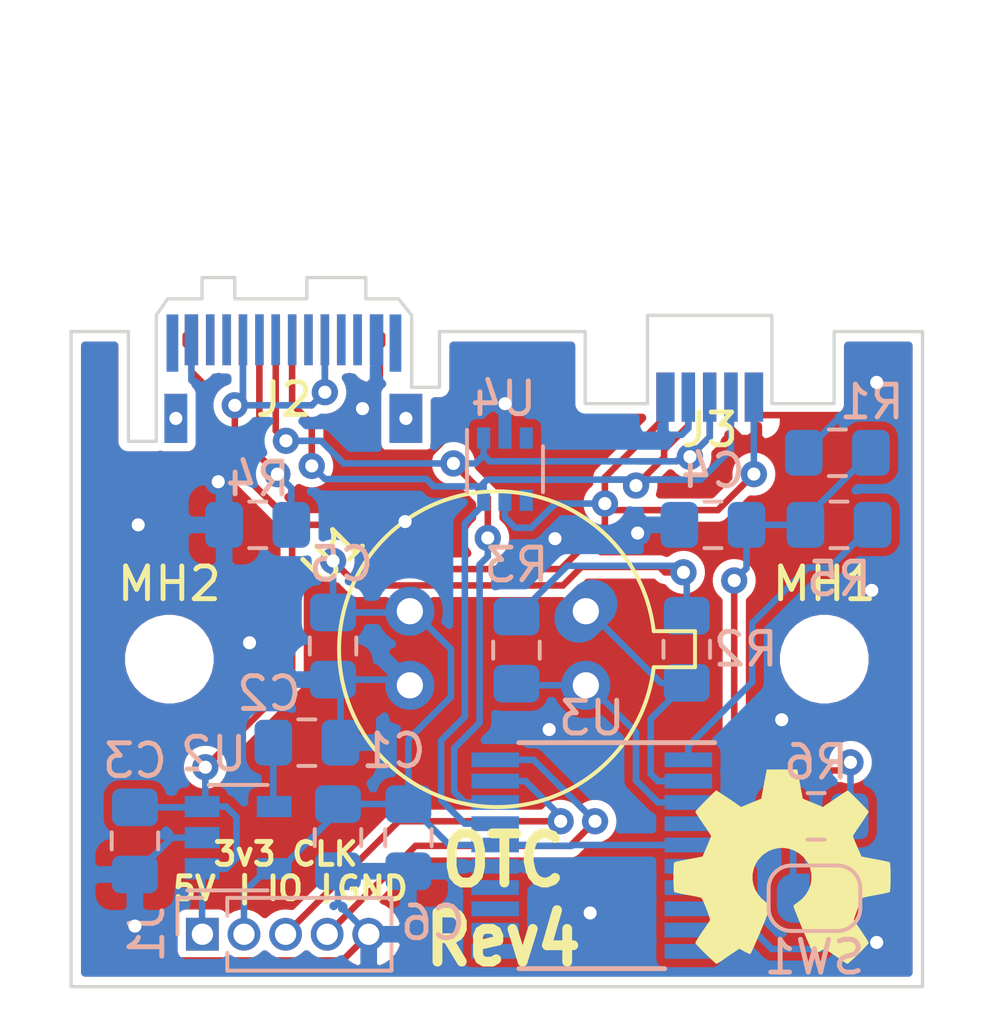
<source format=kicad_pcb>
(kicad_pcb (version 20171130) (host pcbnew "(5.1.2)-2")

  (general
    (thickness 0.8)
    (drawings 36)
    (tracks 325)
    (zones 0)
    (modules 23)
    (nets 15)
  )

  (page A4)
  (title_block
    (title "Open Thermal Camera")
    (rev 4-fix1)
  )

  (layers
    (0 F.Cu signal)
    (31 B.Cu signal)
    (32 B.Adhes user hide)
    (33 F.Adhes user hide)
    (34 B.Paste user)
    (35 F.Paste user)
    (36 B.SilkS user)
    (37 F.SilkS user)
    (38 B.Mask user)
    (39 F.Mask user)
    (40 Dwgs.User user hide)
    (41 Cmts.User user hide)
    (42 Eco1.User user hide)
    (43 Eco2.User user hide)
    (44 Edge.Cuts user)
    (45 Margin user hide)
    (46 B.CrtYd user)
    (47 F.CrtYd user)
    (48 B.Fab user)
    (49 F.Fab user)
  )

  (setup
    (last_trace_width 0.2)
    (trace_clearance 0.2)
    (zone_clearance 0.254)
    (zone_45_only no)
    (trace_min 0.2)
    (via_size 0.8)
    (via_drill 0.4)
    (via_min_size 0.4)
    (via_min_drill 0.3)
    (uvia_size 0.3)
    (uvia_drill 0.1)
    (uvias_allowed no)
    (uvia_min_size 0.2)
    (uvia_min_drill 0.1)
    (edge_width 0.1)
    (segment_width 0.2)
    (pcb_text_width 0.3)
    (pcb_text_size 1.5 1.5)
    (mod_edge_width 0.15)
    (mod_text_size 1 1)
    (mod_text_width 0.15)
    (pad_size 1.5 1.5)
    (pad_drill 0.8)
    (pad_to_mask_clearance 0.05)
    (aux_axis_origin 0 0)
    (visible_elements 7FFFFFFF)
    (pcbplotparams
      (layerselection 0x010f0_ffffffff)
      (usegerberextensions false)
      (usegerberattributes false)
      (usegerberadvancedattributes false)
      (creategerberjobfile false)
      (excludeedgelayer true)
      (linewidth 0.100000)
      (plotframeref false)
      (viasonmask false)
      (mode 1)
      (useauxorigin false)
      (hpglpennumber 1)
      (hpglpenspeed 20)
      (hpglpendiameter 15.000000)
      (psnegative false)
      (psa4output false)
      (plotreference true)
      (plotvalue true)
      (plotinvisibletext false)
      (padsonsilk false)
      (subtractmaskfromsilk false)
      (outputformat 1)
      (mirror false)
      (drillshape 0)
      (scaleselection 1)
      (outputdirectory "gerber/"))
  )

  (net 0 "")
  (net 1 /I2C_SCL)
  (net 2 GND)
  (net 3 +3V3)
  (net 4 /I2C_SDA)
  (net 5 /BOOT0)
  (net 6 "Net-(C2-Pad1)")
  (net 7 +5V)
  (net 8 /SWDIO)
  (net 9 /SWDCLK)
  (net 10 /USB_P)
  (net 11 /USB_N)
  (net 12 "Net-(J2-PadA5)")
  (net 13 "Net-(C4-Pad1)")
  (net 14 "Net-(R6-Pad2)")

  (net_class Default "This is the default net class."
    (clearance 0.2)
    (trace_width 0.2)
    (via_dia 0.8)
    (via_drill 0.4)
    (uvia_dia 0.3)
    (uvia_drill 0.1)
    (add_net +3V3)
    (add_net +5V)
    (add_net /BOOT0)
    (add_net /I2C_SCL)
    (add_net /I2C_SDA)
    (add_net /SWDCLK)
    (add_net /SWDIO)
    (add_net /USB_N)
    (add_net /USB_P)
    (add_net GND)
    (add_net "Net-(C2-Pad1)")
    (add_net "Net-(C4-Pad1)")
    (add_net "Net-(J2-PadA5)")
    (add_net "Net-(R6-Pad2)")
  )

  (module lib_fp:micro5p_reversible_edley_technology (layer F.Cu) (tedit 5D8654BE) (tstamp 5D861C02)
    (at 46.5 28)
    (path /5D35DA56)
    (fp_text reference J3 (at 0 2) (layer F.SilkS)
      (effects (font (size 1 1) (thickness 0.15)))
    )
    (fp_text value micro5p_reversible (at 0 3.35) (layer F.Fab)
      (effects (font (size 1 1) (thickness 0.15)))
    )
    (fp_line (start 1.95 0.5) (end 1.95 1) (layer B.CrtYd) (width 0.05))
    (fp_line (start -1.95 0.5) (end -1.95 1) (layer B.CrtYd) (width 0.05))
    (fp_line (start 1.95 0.5) (end 1.95 -1.3) (layer B.CrtYd) (width 0.05))
    (fp_line (start 1.95 -1.3) (end -1.95 -1.3) (layer B.CrtYd) (width 0.05))
    (fp_line (start 1.95 1) (end 3.8 1) (layer B.CrtYd) (width 0.05))
    (fp_line (start 3.8 1) (end 3.8 -11.1) (layer B.CrtYd) (width 0.05))
    (fp_line (start -1.95 -1.3) (end -1.95 0.5) (layer B.CrtYd) (width 0.05))
    (fp_line (start -3.8 -11.1) (end 3.8 -11.1) (layer B.CrtYd) (width 0.05))
    (fp_line (start -3.8 1) (end -1.95 1) (layer B.CrtYd) (width 0.05))
    (fp_line (start -3.8 1) (end -3.8 -11.1) (layer B.CrtYd) (width 0.05))
    (fp_line (start 3.8 -11.1) (end -3.8 -11.1) (layer F.CrtYd) (width 0.05))
    (fp_line (start 3.8 1) (end 3.8 -11.1) (layer F.CrtYd) (width 0.05))
    (fp_line (start -3.8 1) (end -3.8 -11.1) (layer F.CrtYd) (width 0.05))
    (fp_line (start -1.95 1) (end -3.8 1) (layer F.CrtYd) (width 0.05))
    (fp_line (start -1.95 1) (end -1.95 0.5) (layer F.CrtYd) (width 0.05))
    (fp_line (start 3.8 1) (end 1.95 1) (layer F.CrtYd) (width 0.05))
    (fp_line (start 1.95 1) (end 1.95 0.5) (layer F.CrtYd) (width 0.05))
    (fp_line (start 1.95 -1.3) (end 1.95 0.5) (layer F.CrtYd) (width 0.05))
    (fp_line (start -1.95 -1.3) (end 1.95 -1.3) (layer F.CrtYd) (width 0.05))
    (fp_line (start -1.95 0.5) (end -1.95 -1.3) (layer F.CrtYd) (width 0.05))
    (pad B1 smd rect (at 1.35 1) (size 0.56 1.5) (layers B.Cu B.Paste B.Mask)
      (net 7 +5V))
    (pad B4 smd rect (at -0.65 1) (size 0.41 1.5) (layers B.Cu B.Paste B.Mask)
      (net 2 GND))
    (pad B2 smd rect (at 0.65 1) (size 0.41 1.5) (layers B.Cu B.Paste B.Mask)
      (net 11 /USB_N))
    (pad B5 smd rect (at -1.35 1) (size 0.56 1.5) (layers B.Cu B.Paste B.Mask)
      (net 2 GND))
    (pad B3 smd rect (at 0 1) (size 0.41 1.5) (layers B.Cu B.Paste B.Mask)
      (net 10 /USB_P))
    (pad A5 smd rect (at 1.35 1) (size 0.56 1.5) (layers F.Cu F.Paste F.Mask)
      (net 2 GND))
    (pad A3 smd rect (at 0 1) (size 0.41 1.5) (layers F.Cu F.Paste F.Mask)
      (net 10 /USB_P))
    (pad A4 smd rect (at 0.65 1) (size 0.41 1.5) (layers F.Cu F.Paste F.Mask)
      (net 2 GND))
    (pad A2 smd rect (at -0.65 1) (size 0.41 1.5) (layers F.Cu F.Paste F.Mask)
      (net 11 /USB_N))
    (pad A1 smd rect (at -1.35 1) (size 0.56 1.5) (layers F.Cu F.Paste F.Mask)
      (net 7 +5V))
    (model ${KIPRJMOD}/3d_models/micro5p_reversible_3d_crude.wrl
      (offset (xyz 0 3.9 -1))
      (scale (xyz 0.3739 0.3739 0.3739))
      (rotate (xyz 0 0 0))
    )
  )

  (module Symbol:OSHW-Symbol_6.7x6mm_SilkScreen (layer F.Cu) (tedit 0) (tstamp 5C1CD95C)
    (at 48.7 43.35)
    (descr "Open Source Hardware Symbol")
    (tags "Logo Symbol OSHW")
    (path /5C046353)
    (attr virtual)
    (fp_text reference G1 (at 0 0) (layer F.SilkS) hide
      (effects (font (size 1 1) (thickness 0.15)))
    )
    (fp_text value Logo_Open_Hardware_Small (at 0.75 0) (layer F.Fab) hide
      (effects (font (size 1 1) (thickness 0.15)))
    )
    (fp_poly (pts (xy 0.555814 -2.531069) (xy 0.639635 -2.086445) (xy 0.94892 -1.958947) (xy 1.258206 -1.831449)
      (xy 1.629246 -2.083754) (xy 1.733157 -2.154004) (xy 1.827087 -2.216728) (xy 1.906652 -2.269062)
      (xy 1.96747 -2.308143) (xy 2.005157 -2.331107) (xy 2.015421 -2.336058) (xy 2.03391 -2.323324)
      (xy 2.07342 -2.288118) (xy 2.129522 -2.234938) (xy 2.197787 -2.168282) (xy 2.273786 -2.092646)
      (xy 2.353092 -2.012528) (xy 2.431275 -1.932426) (xy 2.503907 -1.856836) (xy 2.566559 -1.790255)
      (xy 2.614803 -1.737182) (xy 2.64421 -1.702113) (xy 2.651241 -1.690377) (xy 2.641123 -1.66874)
      (xy 2.612759 -1.621338) (xy 2.569129 -1.552807) (xy 2.513218 -1.467785) (xy 2.448006 -1.370907)
      (xy 2.410219 -1.31565) (xy 2.341343 -1.214752) (xy 2.28014 -1.123701) (xy 2.229578 -1.04703)
      (xy 2.192628 -0.989272) (xy 2.172258 -0.954957) (xy 2.169197 -0.947746) (xy 2.176136 -0.927252)
      (xy 2.195051 -0.879487) (xy 2.223087 -0.811168) (xy 2.257391 -0.729011) (xy 2.295109 -0.63973)
      (xy 2.333387 -0.550042) (xy 2.36937 -0.466662) (xy 2.400206 -0.396306) (xy 2.423039 -0.34569)
      (xy 2.435017 -0.321529) (xy 2.435724 -0.320578) (xy 2.454531 -0.315964) (xy 2.504618 -0.305672)
      (xy 2.580793 -0.290713) (xy 2.677865 -0.272099) (xy 2.790643 -0.250841) (xy 2.856442 -0.238582)
      (xy 2.97695 -0.215638) (xy 3.085797 -0.193805) (xy 3.177476 -0.174278) (xy 3.246481 -0.158252)
      (xy 3.287304 -0.146921) (xy 3.295511 -0.143326) (xy 3.303548 -0.118994) (xy 3.310033 -0.064041)
      (xy 3.31497 0.015108) (xy 3.318364 0.112026) (xy 3.320218 0.220287) (xy 3.320538 0.333465)
      (xy 3.319327 0.445135) (xy 3.31659 0.548868) (xy 3.312331 0.638241) (xy 3.306555 0.706826)
      (xy 3.299267 0.748197) (xy 3.294895 0.75681) (xy 3.268764 0.767133) (xy 3.213393 0.781892)
      (xy 3.136107 0.799352) (xy 3.04423 0.81778) (xy 3.012158 0.823741) (xy 2.857524 0.852066)
      (xy 2.735375 0.874876) (xy 2.641673 0.89308) (xy 2.572384 0.907583) (xy 2.523471 0.919292)
      (xy 2.490897 0.929115) (xy 2.470628 0.937956) (xy 2.458626 0.946724) (xy 2.456947 0.948457)
      (xy 2.440184 0.976371) (xy 2.414614 1.030695) (xy 2.382788 1.104777) (xy 2.34726 1.191965)
      (xy 2.310583 1.285608) (xy 2.275311 1.379052) (xy 2.243996 1.465647) (xy 2.219193 1.53874)
      (xy 2.203454 1.591678) (xy 2.199332 1.617811) (xy 2.199676 1.618726) (xy 2.213641 1.640086)
      (xy 2.245322 1.687084) (xy 2.291391 1.754827) (xy 2.348518 1.838423) (xy 2.413373 1.932982)
      (xy 2.431843 1.959854) (xy 2.497699 2.057275) (xy 2.55565 2.146163) (xy 2.602538 2.221412)
      (xy 2.635207 2.27792) (xy 2.6505 2.310581) (xy 2.651241 2.314593) (xy 2.638392 2.335684)
      (xy 2.602888 2.377464) (xy 2.549293 2.435445) (xy 2.482171 2.505135) (xy 2.406087 2.582045)
      (xy 2.325604 2.661683) (xy 2.245287 2.739561) (xy 2.169699 2.811186) (xy 2.103405 2.87207)
      (xy 2.050969 2.917721) (xy 2.016955 2.94365) (xy 2.007545 2.947883) (xy 1.985643 2.937912)
      (xy 1.9408 2.91102) (xy 1.880321 2.871736) (xy 1.833789 2.840117) (xy 1.749475 2.782098)
      (xy 1.649626 2.713784) (xy 1.549473 2.645579) (xy 1.495627 2.609075) (xy 1.313371 2.4858)
      (xy 1.160381 2.56852) (xy 1.090682 2.604759) (xy 1.031414 2.632926) (xy 0.991311 2.648991)
      (xy 0.981103 2.651226) (xy 0.968829 2.634722) (xy 0.944613 2.588082) (xy 0.910263 2.515609)
      (xy 0.867588 2.421606) (xy 0.818394 2.310374) (xy 0.76449 2.186215) (xy 0.707684 2.053432)
      (xy 0.649782 1.916327) (xy 0.592593 1.779202) (xy 0.537924 1.646358) (xy 0.487584 1.522098)
      (xy 0.44338 1.410725) (xy 0.407119 1.316539) (xy 0.380609 1.243844) (xy 0.365658 1.196941)
      (xy 0.363254 1.180833) (xy 0.382311 1.160286) (xy 0.424036 1.126933) (xy 0.479706 1.087702)
      (xy 0.484378 1.084599) (xy 0.628264 0.969423) (xy 0.744283 0.835053) (xy 0.83143 0.685784)
      (xy 0.888699 0.525913) (xy 0.915086 0.359737) (xy 0.909585 0.191552) (xy 0.87119 0.025655)
      (xy 0.798895 -0.133658) (xy 0.777626 -0.168513) (xy 0.666996 -0.309263) (xy 0.536302 -0.422286)
      (xy 0.390064 -0.506997) (xy 0.232808 -0.562806) (xy 0.069057 -0.589126) (xy -0.096667 -0.58537)
      (xy -0.259838 -0.55095) (xy -0.415935 -0.485277) (xy -0.560433 -0.387765) (xy -0.605131 -0.348187)
      (xy -0.718888 -0.224297) (xy -0.801782 -0.093876) (xy -0.858644 0.052315) (xy -0.890313 0.197088)
      (xy -0.898131 0.35986) (xy -0.872062 0.52344) (xy -0.814755 0.682298) (xy -0.728856 0.830906)
      (xy -0.617014 0.963735) (xy -0.481877 1.075256) (xy -0.464117 1.087011) (xy -0.40785 1.125508)
      (xy -0.365077 1.158863) (xy -0.344628 1.18016) (xy -0.344331 1.180833) (xy -0.348721 1.203871)
      (xy -0.366124 1.256157) (xy -0.394732 1.33339) (xy -0.432735 1.431268) (xy -0.478326 1.545491)
      (xy -0.529697 1.671758) (xy -0.585038 1.805767) (xy -0.642542 1.943218) (xy -0.700399 2.079808)
      (xy -0.756802 2.211237) (xy -0.809942 2.333205) (xy -0.85801 2.441409) (xy -0.899199 2.531549)
      (xy -0.931699 2.599323) (xy -0.953703 2.64043) (xy -0.962564 2.651226) (xy -0.98964 2.642819)
      (xy -1.040303 2.620272) (xy -1.105817 2.587613) (xy -1.141841 2.56852) (xy -1.294832 2.4858)
      (xy -1.477088 2.609075) (xy -1.570125 2.672228) (xy -1.671985 2.741727) (xy -1.767438 2.807165)
      (xy -1.81525 2.840117) (xy -1.882495 2.885273) (xy -1.939436 2.921057) (xy -1.978646 2.942938)
      (xy -1.991381 2.947563) (xy -2.009917 2.935085) (xy -2.050941 2.900252) (xy -2.110475 2.846678)
      (xy -2.184542 2.777983) (xy -2.269165 2.697781) (xy -2.322685 2.646286) (xy -2.416319 2.554286)
      (xy -2.497241 2.471999) (xy -2.562177 2.402945) (xy -2.607858 2.350644) (xy -2.631011 2.318616)
      (xy -2.633232 2.312116) (xy -2.622924 2.287394) (xy -2.594439 2.237405) (xy -2.550937 2.167212)
      (xy -2.495577 2.081875) (xy -2.43152 1.986456) (xy -2.413303 1.959854) (xy -2.346927 1.863167)
      (xy -2.287378 1.776117) (xy -2.237984 1.703595) (xy -2.202075 1.650493) (xy -2.182981 1.621703)
      (xy -2.181136 1.618726) (xy -2.183895 1.595782) (xy -2.198538 1.545336) (xy -2.222513 1.474041)
      (xy -2.253266 1.388547) (xy -2.288244 1.295507) (xy -2.324893 1.201574) (xy -2.360661 1.113399)
      (xy -2.392994 1.037634) (xy -2.419338 0.980931) (xy -2.437142 0.949943) (xy -2.438407 0.948457)
      (xy -2.449294 0.939601) (xy -2.467682 0.930843) (xy -2.497606 0.921277) (xy -2.543103 0.909996)
      (xy -2.608209 0.896093) (xy -2.696961 0.878663) (xy -2.813393 0.856798) (xy -2.961542 0.829591)
      (xy -2.993618 0.823741) (xy -3.088686 0.805374) (xy -3.171565 0.787405) (xy -3.23493 0.771569)
      (xy -3.271458 0.7596) (xy -3.276356 0.75681) (xy -3.284427 0.732072) (xy -3.290987 0.67679)
      (xy -3.296033 0.597389) (xy -3.299559 0.500296) (xy -3.301561 0.391938) (xy -3.302036 0.27874)
      (xy -3.300977 0.167128) (xy -3.298382 0.063529) (xy -3.294246 -0.025632) (xy -3.288563 -0.093928)
      (xy -3.281331 -0.134934) (xy -3.276971 -0.143326) (xy -3.252698 -0.151792) (xy -3.197426 -0.165565)
      (xy -3.116662 -0.18345) (xy -3.015912 -0.204252) (xy -2.900683 -0.226777) (xy -2.837902 -0.238582)
      (xy -2.718787 -0.260849) (xy -2.612565 -0.281021) (xy -2.524427 -0.298085) (xy -2.459566 -0.311031)
      (xy -2.423174 -0.318845) (xy -2.417184 -0.320578) (xy -2.407061 -0.34011) (xy -2.385662 -0.387157)
      (xy -2.355839 -0.454997) (xy -2.320445 -0.536909) (xy -2.282332 -0.626172) (xy -2.244353 -0.716065)
      (xy -2.20936 -0.799865) (xy -2.180206 -0.870853) (xy -2.159743 -0.922306) (xy -2.150823 -0.947503)
      (xy -2.150657 -0.948604) (xy -2.160769 -0.968481) (xy -2.189117 -1.014223) (xy -2.232723 -1.081283)
      (xy -2.288606 -1.165116) (xy -2.353787 -1.261174) (xy -2.391679 -1.31635) (xy -2.460725 -1.417519)
      (xy -2.52205 -1.50937) (xy -2.572663 -1.587256) (xy -2.609571 -1.646531) (xy -2.629782 -1.682549)
      (xy -2.632701 -1.690623) (xy -2.620153 -1.709416) (xy -2.585463 -1.749543) (xy -2.533063 -1.806507)
      (xy -2.467384 -1.875815) (xy -2.392856 -1.952969) (xy -2.313913 -2.033475) (xy -2.234983 -2.112837)
      (xy -2.1605 -2.18656) (xy -2.094894 -2.250148) (xy -2.042596 -2.299106) (xy -2.008039 -2.328939)
      (xy -1.996478 -2.336058) (xy -1.977654 -2.326047) (xy -1.932631 -2.297922) (xy -1.865787 -2.254546)
      (xy -1.781499 -2.198782) (xy -1.684144 -2.133494) (xy -1.610707 -2.083754) (xy -1.239667 -1.831449)
      (xy -0.621095 -2.086445) (xy -0.537275 -2.531069) (xy -0.453454 -2.975693) (xy 0.471994 -2.975693)
      (xy 0.555814 -2.531069)) (layer F.SilkS) (width 0.01))
  )

  (module Resistor_SMD:R_0805_2012Metric_Pad1.15x1.40mm_HandSolder (layer B.Cu) (tedit 5B36C52B) (tstamp 5D35BF96)
    (at 50.4 30.7 180)
    (descr "Resistor SMD 0805 (2012 Metric), square (rectangular) end terminal, IPC_7351 nominal with elongated pad for handsoldering. (Body size source: https://docs.google.com/spreadsheets/d/1BsfQQcO9C6DZCsRaXUlFlo91Tg2WpOkGARC1WS5S8t0/edit?usp=sharing), generated with kicad-footprint-generator")
    (tags "resistor handsolder")
    (path /5B94F346)
    (attr smd)
    (fp_text reference R1 (at -1.05 1.55) (layer B.SilkS)
      (effects (font (size 1 1) (thickness 0.15)) (justify mirror))
    )
    (fp_text value 50k (at 0 1.3) (layer B.Fab)
      (effects (font (size 1 1) (thickness 0.15)) (justify mirror))
    )
    (fp_line (start -1 -0.6) (end -1 0.6) (layer B.Fab) (width 0.1))
    (fp_line (start -1 0.6) (end 1 0.6) (layer B.Fab) (width 0.1))
    (fp_line (start 1 0.6) (end 1 -0.6) (layer B.Fab) (width 0.1))
    (fp_line (start 1 -0.6) (end -1 -0.6) (layer B.Fab) (width 0.1))
    (fp_line (start -0.261252 0.71) (end 0.261252 0.71) (layer B.SilkS) (width 0.12))
    (fp_line (start -0.261252 -0.71) (end 0.261252 -0.71) (layer B.SilkS) (width 0.12))
    (fp_line (start -1.85 -0.95) (end -1.85 0.95) (layer B.CrtYd) (width 0.05))
    (fp_line (start -1.85 0.95) (end 1.85 0.95) (layer B.CrtYd) (width 0.05))
    (fp_line (start 1.85 0.95) (end 1.85 -0.95) (layer B.CrtYd) (width 0.05))
    (fp_line (start 1.85 -0.95) (end -1.85 -0.95) (layer B.CrtYd) (width 0.05))
    (fp_text user %R (at 0 0) (layer B.Fab)
      (effects (font (size 0.5 0.5) (thickness 0.08)) (justify mirror))
    )
    (pad 1 smd roundrect (at -1.025 0 180) (size 1.15 1.4) (layers B.Cu B.Paste B.Mask) (roundrect_rratio 0.217391)
      (net 13 "Net-(C4-Pad1)"))
    (pad 2 smd roundrect (at 1.025 0 180) (size 1.15 1.4) (layers B.Cu B.Paste B.Mask) (roundrect_rratio 0.217391)
      (net 2 GND))
    (model ${KISYS3DMOD}/Resistor_SMD.3dshapes/R_0805_2012Metric.wrl
      (at (xyz 0 0 0))
      (scale (xyz 1 1 1))
      (rotate (xyz 0 0 0))
    )
  )

  (module lib_fp:DX07P024AJ1R1500 (layer F.Cu) (tedit 5ADEDC87) (tstamp 5D363B5F)
    (at 33.7875 28.4375 180)
    (descr "Universal Serial Bus (USB) Shielded I/O Plug, Type C, Right Angle, Surface Mount, http://www.jae.com/z-en/pdf_download_exec.cfm?param=SJ116680.pdf")
    (tags "USB Type-C Plug Edge Mount")
    (path /5D384E50)
    (attr smd)
    (fp_text reference J2 (at 0.2875 -0.6375) (layer F.SilkS)
      (effects (font (size 1 1) (thickness 0.15)))
    )
    (fp_text value DX07P024AJ1R1500 (at 0.2875 -3.4125) (layer F.Fab)
      (effects (font (size 1 1) (thickness 0.15)))
    )
    (fp_line (start -4.3 3.3) (end -4.3 -2.2) (layer B.CrtYd) (width 0.05))
    (fp_line (start 4.4 3.3) (end -4.3 3.3) (layer B.CrtYd) (width 0.05))
    (fp_line (start 4.4 -2.2) (end 4.4 3.3) (layer B.CrtYd) (width 0.05))
    (fp_line (start -4.3 -2.2) (end 4.4 -2.2) (layer B.CrtYd) (width 0.05))
    (fp_line (start -4.3 3.3) (end -4.3 -2.2) (layer F.CrtYd) (width 0.05))
    (fp_line (start 4.4 3.3) (end -4.3 3.3) (layer F.CrtYd) (width 0.05))
    (fp_line (start 4.4 -2.2) (end 4.4 3.3) (layer F.CrtYd) (width 0.05))
    (fp_line (start -4.3 -2.2) (end 4.4 -2.2) (layer F.CrtYd) (width 0.05))
    (fp_text user %R (at 0.2875 -0.6375) (layer F.Fab)
      (effects (font (size 1 1) (thickness 0.1)))
    )
    (fp_text user "PCB Edge" (at 0.3875 3.6125) (layer Dwgs.User)
      (effects (font (size 0.5 0.5) (thickness 0.1)))
    )
    (fp_line (start -3.6125 -0.1875) (end -4.0125 -0.1875) (layer F.Fab) (width 0.1))
    (fp_line (start 4.1875 1.9625) (end 4.1875 1.9375) (layer F.Fab) (width 0.1))
    (fp_line (start 3.8625 2.4625) (end 4.1875 1.9625) (layer F.Fab) (width 0.1))
    (fp_line (start 3.4125 2.4625) (end 3.8625 2.4625) (layer F.Fab) (width 0.1))
    (fp_line (start -3.2375 2.4625) (end -3.6125 1.9625) (layer F.Fab) (width 0.1))
    (fp_line (start -2.8625 2.4625) (end -3.2375 2.4625) (layer F.Fab) (width 0.1))
    (fp_line (start -2.6375 2.8625) (end -2.6375 2.6625) (layer F.Fab) (width 0.1))
    (fp_line (start 3.2125 2.8625) (end 3.2125 2.6625) (layer F.Fab) (width 0.1))
    (fp_line (start 1.3875 2.8625) (end 1.3875 2.6625) (layer F.Fab) (width 0.1))
    (fp_line (start -0.0125 2.6625) (end -0.0125 2.8625) (layer F.Fab) (width 0.1))
    (fp_arc (start 3.4125 2.6625) (end 3.2125 2.6625) (angle 90) (layer F.Fab) (width 0.1))
    (fp_arc (start -2.8375 2.6625) (end -2.8375 2.4625) (angle 90) (layer F.Fab) (width 0.1))
    (fp_arc (start -2.4375 2.8625) (end -2.4375 3.0625) (angle 90) (layer F.Fab) (width 0.1))
    (fp_arc (start 3.0125 2.8625) (end 3.2125 2.8625) (angle 90) (layer F.Fab) (width 0.1))
    (fp_arc (start 1.5875 2.8625) (end 1.5875 3.0625) (angle 90) (layer F.Fab) (width 0.1))
    (fp_arc (start 1.1875 2.6625) (end 1.1875 2.4625) (angle 90) (layer F.Fab) (width 0.1))
    (fp_arc (start 0.1875 2.6625) (end -0.0125 2.6625) (angle 90) (layer F.Fab) (width 0.1))
    (fp_arc (start -0.2125 2.8625) (end -0.0125 2.8625) (angle 90) (layer F.Fab) (width 0.1))
    (fp_line (start 4.1875 1.9625) (end 4.1875 -1.9125) (layer F.Fab) (width 0.1))
    (fp_line (start -3.6125 1.9625) (end -3.6125 -0.1875) (layer F.Fab) (width 0.1))
    (fp_line (start 1.5875 3.0625) (end 3.0125 3.0625) (layer F.Fab) (width 0.1))
    (fp_line (start -0.2125 3.0625) (end -2.4375 3.0625) (layer F.Fab) (width 0.1))
    (fp_line (start 0.1875 2.4625) (end 1.1875 2.4625) (layer F.Fab) (width 0.1))
    (pad S1 thru_hole rect (at 3.5875 -1.2125 180) (size 0.7 1.5) (drill 0.4) (layers *.Cu *.Mask))
    (pad S1 thru_hole rect (at -3.4375 -1.2125 180) (size 1 1.5) (drill 0.4) (layers *.Cu *.Mask))
    (pad B8 smd rect (at 1.0375 1.1875 180) (size 0.26 1.55) (layers B.Cu B.Paste B.Mask))
    (pad B3 smd rect (at -1.4625 1.1875 180) (size 0.26 1.55) (layers B.Cu B.Paste B.Mask))
    (pad B7 smd rect (at 0.5375 1.1875 180) (size 0.26 1.55) (layers B.Cu B.Paste B.Mask))
    (pad B2 smd rect (at -1.9625 1.1875 180) (size 0.26 1.55) (layers B.Cu B.Paste B.Mask))
    (pad B9 smd rect (at 1.5375 1.1875 180) (size 0.26 1.55) (layers B.Cu B.Paste B.Mask)
      (net 7 +5V))
    (pad B4 smd rect (at -0.9625 1.1875 180) (size 0.26 1.55) (layers B.Cu B.Paste B.Mask)
      (net 7 +5V))
    (pad B10 smd rect (at 2.0375 1.1875 180) (size 0.26 1.55) (layers B.Cu B.Paste B.Mask))
    (pad B11 smd rect (at 2.5375 1.1875 180) (size 0.26 1.55) (layers B.Cu B.Paste B.Mask))
    (pad B12 smd rect (at 3.1125 1.1875 180) (size 0.41 1.55) (layers B.Cu B.Paste B.Mask)
      (net 2 GND))
    (pad B1 smd rect (at -2.5375 1.1875 180) (size 0.41 1.55) (layers B.Cu B.Paste B.Mask)
      (net 2 GND))
    (pad B6 smd rect (at 0.0375 1.1875) (size 0.26 1.55) (layers B.Cu B.Paste B.Mask))
    (pad B5 smd rect (at -0.4625 1.1875 180) (size 0.26 1.55) (layers B.Cu B.Paste B.Mask))
    (pad S1 smd rect (at -3.1175 1.0875 180) (size 0.36 1.75) (layers B.Cu B.Paste B.Mask))
    (pad S1 smd rect (at 3.6925 1.0875 180) (size 0.36 1.75) (layers B.Cu B.Paste B.Mask))
    (pad A1 smd rect (at 3.1125 1.1875 180) (size 0.41 1.55) (layers F.Cu F.Paste F.Mask)
      (net 2 GND))
    (pad A12 smd rect (at -2.5375 1.1875 180) (size 0.41 1.55) (layers F.Cu F.Paste F.Mask)
      (net 2 GND))
    (pad A11 smd rect (at -1.9625 1.1875 180) (size 0.26 1.55) (layers F.Cu F.Paste F.Mask))
    (pad A10 smd rect (at -1.4625 1.1875 180) (size 0.26 1.55) (layers F.Cu F.Paste F.Mask))
    (pad A9 smd rect (at -0.9625 1.1875 180) (size 0.26 1.55) (layers F.Cu F.Paste F.Mask)
      (net 7 +5V))
    (pad A8 smd rect (at -0.4625 1.1875 180) (size 0.26 1.55) (layers F.Cu F.Paste F.Mask))
    (pad A7 smd rect (at 0.0375 1.1875 180) (size 0.26 1.55) (layers F.Cu F.Paste F.Mask)
      (net 11 /USB_N))
    (pad A6 smd rect (at 0.5375 1.1875) (size 0.26 1.55) (layers F.Cu F.Paste F.Mask)
      (net 10 /USB_P))
    (pad A5 smd rect (at 1.0375 1.1875 180) (size 0.26 1.55) (layers F.Cu F.Paste F.Mask)
      (net 12 "Net-(J2-PadA5)"))
    (pad A4 smd rect (at 1.5375 1.1875 180) (size 0.26 1.55) (layers F.Cu F.Paste F.Mask)
      (net 7 +5V))
    (pad A3 smd rect (at 2.0375 1.1875 180) (size 0.26 1.55) (layers F.Cu F.Paste F.Mask))
    (pad A2 smd rect (at 2.5375 1.1875 180) (size 0.26 1.55) (layers F.Cu F.Paste F.Mask))
    (model ${KIPRJMOD}/3d_models/DX07P024AJ1R1500.wrl
      (offset (xyz 0.25 -12 -0.5))
      (scale (xyz 0.3937 0.3937 0.3937))
      (rotate (xyz -90 0 0))
    )
  )

  (module Connector_PinHeader_1.27mm:PinHeader_1x05_P1.27mm_Vertical (layer B.Cu) (tedit 59FED6E3) (tstamp 5D3594C3)
    (at 31.01 45.4 270)
    (descr "Through hole straight pin header, 1x05, 1.27mm pitch, single row")
    (tags "Through hole pin header THT 1x05 1.27mm single row")
    (path /5D39C474)
    (fp_text reference J1 (at 0 1.695 270) (layer B.SilkS)
      (effects (font (size 1 1) (thickness 0.15)) (justify mirror))
    )
    (fp_text value Conn_01x05_Female (at 1.85 -1.54 180) (layer B.Fab)
      (effects (font (size 1 1) (thickness 0.15)) (justify mirror))
    )
    (fp_text user %R (at 0 -2.54) (layer B.Fab)
      (effects (font (size 1 1) (thickness 0.15)) (justify mirror))
    )
    (fp_line (start 1.55 1.15) (end -1.55 1.15) (layer B.CrtYd) (width 0.05))
    (fp_line (start 1.55 -6.25) (end 1.55 1.15) (layer B.CrtYd) (width 0.05))
    (fp_line (start -1.55 -6.25) (end 1.55 -6.25) (layer B.CrtYd) (width 0.05))
    (fp_line (start -1.55 1.15) (end -1.55 -6.25) (layer B.CrtYd) (width 0.05))
    (fp_line (start -1.11 0.76) (end 0 0.76) (layer B.SilkS) (width 0.12))
    (fp_line (start -1.11 0) (end -1.11 0.76) (layer B.SilkS) (width 0.12))
    (fp_line (start 0.563471 -0.76) (end 1.11 -0.76) (layer B.SilkS) (width 0.12))
    (fp_line (start -1.11 -0.76) (end -0.563471 -0.76) (layer B.SilkS) (width 0.12))
    (fp_line (start 1.11 -0.76) (end 1.11 -5.775) (layer B.SilkS) (width 0.12))
    (fp_line (start -1.11 -0.76) (end -1.11 -5.775) (layer B.SilkS) (width 0.12))
    (fp_line (start 0.30753 -5.775) (end 1.11 -5.775) (layer B.SilkS) (width 0.12))
    (fp_line (start -1.11 -5.775) (end -0.30753 -5.775) (layer B.SilkS) (width 0.12))
    (fp_line (start -1.05 0.11) (end -0.525 0.635) (layer B.Fab) (width 0.1))
    (fp_line (start -1.05 -5.715) (end -1.05 0.11) (layer B.Fab) (width 0.1))
    (fp_line (start 1.05 -5.715) (end -1.05 -5.715) (layer B.Fab) (width 0.1))
    (fp_line (start 1.05 0.635) (end 1.05 -5.715) (layer B.Fab) (width 0.1))
    (fp_line (start -0.525 0.635) (end 1.05 0.635) (layer B.Fab) (width 0.1))
    (pad 5 thru_hole oval (at 0 -5.08 270) (size 1 1) (drill 0.65) (layers *.Cu *.Mask)
      (net 2 GND))
    (pad 4 thru_hole oval (at 0 -3.81 270) (size 1 1) (drill 0.65) (layers *.Cu *.Mask)
      (net 9 /SWDCLK))
    (pad 3 thru_hole oval (at 0 -2.54 270) (size 1 1) (drill 0.65) (layers *.Cu *.Mask)
      (net 8 /SWDIO))
    (pad 2 thru_hole oval (at 0 -1.27 270) (size 1 1) (drill 0.65) (layers *.Cu *.Mask)
      (net 3 +3V3))
    (pad 1 thru_hole rect (at 0 0 270) (size 1 1) (drill 0.65) (layers *.Cu *.Mask)
      (net 7 +5V))
    (model ${KISYS3DMOD}/Connector_PinHeader_1.27mm.3dshapes/PinHeader_1x05_P1.27mm_Vertical.wrl
      (at (xyz 0 0 0))
      (scale (xyz 1 1 1))
      (rotate (xyz 0 0 0))
    )
  )

  (module Package_TO_SOT_SMD:SOT-23-5 (layer B.Cu) (tedit 5A02FF57) (tstamp 5D325CCE)
    (at 32.1 42.45)
    (descr "5-pin SOT23 package")
    (tags SOT-23-5)
    (path /5D31F148)
    (attr smd)
    (fp_text reference U2 (at -0.75 -2.55) (layer B.SilkS)
      (effects (font (size 1 1) (thickness 0.15)) (justify mirror))
    )
    (fp_text value TPS79333-EP (at 0.1 -1.75) (layer B.Fab)
      (effects (font (size 1 1) (thickness 0.15)) (justify mirror))
    )
    (fp_line (start 0.9 1.55) (end 0.9 -1.55) (layer B.Fab) (width 0.1))
    (fp_line (start 0.9 -1.55) (end -0.9 -1.55) (layer B.Fab) (width 0.1))
    (fp_line (start -0.9 0.9) (end -0.9 -1.55) (layer B.Fab) (width 0.1))
    (fp_line (start 0.9 1.55) (end -0.25 1.55) (layer B.Fab) (width 0.1))
    (fp_line (start -0.9 0.9) (end -0.25 1.55) (layer B.Fab) (width 0.1))
    (fp_line (start -1.9 -1.8) (end -1.9 1.8) (layer B.CrtYd) (width 0.05))
    (fp_line (start 1.9 -1.8) (end -1.9 -1.8) (layer B.CrtYd) (width 0.05))
    (fp_line (start 1.9 1.8) (end 1.9 -1.8) (layer B.CrtYd) (width 0.05))
    (fp_line (start -1.9 1.8) (end 1.9 1.8) (layer B.CrtYd) (width 0.05))
    (fp_line (start 0.9 1.61) (end -1.55 1.61) (layer B.SilkS) (width 0.12))
    (fp_line (start -0.9 -1.61) (end 0.9 -1.61) (layer B.SilkS) (width 0.12))
    (fp_text user %R (at 0 0 -90) (layer B.Fab)
      (effects (font (size 0.5 0.5) (thickness 0.075)) (justify mirror))
    )
    (pad 5 smd rect (at 1.1 0.95) (size 1.06 0.65) (layers B.Cu B.Paste B.Mask)
      (net 3 +3V3))
    (pad 4 smd rect (at 1.1 -0.95) (size 1.06 0.65) (layers B.Cu B.Paste B.Mask)
      (net 6 "Net-(C2-Pad1)"))
    (pad 3 smd rect (at -1.1 -0.95) (size 1.06 0.65) (layers B.Cu B.Paste B.Mask)
      (net 7 +5V))
    (pad 2 smd rect (at -1.1 0) (size 1.06 0.65) (layers B.Cu B.Paste B.Mask)
      (net 2 GND))
    (pad 1 smd rect (at -1.1 0.95) (size 1.06 0.65) (layers B.Cu B.Paste B.Mask)
      (net 7 +5V))
    (model ${KISYS3DMOD}/Package_TO_SOT_SMD.3dshapes/SOT-23-5.wrl
      (at (xyz 0 0 0))
      (scale (xyz 1 1 1))
      (rotate (xyz 0 0 0))
    )
  )

  (module Resistor_SMD:R_0805_2012Metric_Pad1.15x1.40mm_HandSolder (layer B.Cu) (tedit 5B36C52B) (tstamp 5D369777)
    (at 49.75 41.8 180)
    (descr "Resistor SMD 0805 (2012 Metric), square (rectangular) end terminal, IPC_7351 nominal with elongated pad for handsoldering. (Body size source: https://docs.google.com/spreadsheets/d/1BsfQQcO9C6DZCsRaXUlFlo91Tg2WpOkGARC1WS5S8t0/edit?usp=sharing), generated with kicad-footprint-generator")
    (tags "resistor handsolder")
    (path /5D3302FF)
    (attr smd)
    (fp_text reference R6 (at 0 1.65) (layer B.SilkS)
      (effects (font (size 1 1) (thickness 0.15)) (justify mirror))
    )
    (fp_text value 1k (at 0 -1.65) (layer B.Fab)
      (effects (font (size 1 1) (thickness 0.15)) (justify mirror))
    )
    (fp_text user %R (at 0 0) (layer B.Fab)
      (effects (font (size 0.5 0.5) (thickness 0.08)) (justify mirror))
    )
    (fp_line (start 1.85 -0.95) (end -1.85 -0.95) (layer B.CrtYd) (width 0.05))
    (fp_line (start 1.85 0.95) (end 1.85 -0.95) (layer B.CrtYd) (width 0.05))
    (fp_line (start -1.85 0.95) (end 1.85 0.95) (layer B.CrtYd) (width 0.05))
    (fp_line (start -1.85 -0.95) (end -1.85 0.95) (layer B.CrtYd) (width 0.05))
    (fp_line (start -0.261252 -0.71) (end 0.261252 -0.71) (layer B.SilkS) (width 0.12))
    (fp_line (start -0.261252 0.71) (end 0.261252 0.71) (layer B.SilkS) (width 0.12))
    (fp_line (start 1 -0.6) (end -1 -0.6) (layer B.Fab) (width 0.1))
    (fp_line (start 1 0.6) (end 1 -0.6) (layer B.Fab) (width 0.1))
    (fp_line (start -1 0.6) (end 1 0.6) (layer B.Fab) (width 0.1))
    (fp_line (start -1 -0.6) (end -1 0.6) (layer B.Fab) (width 0.1))
    (pad 2 smd roundrect (at 1.025 0 180) (size 1.15 1.4) (layers B.Cu B.Paste B.Mask) (roundrect_rratio 0.217391)
      (net 14 "Net-(R6-Pad2)"))
    (pad 1 smd roundrect (at -1.025 0 180) (size 1.15 1.4) (layers B.Cu B.Paste B.Mask) (roundrect_rratio 0.217391)
      (net 13 "Net-(C4-Pad1)"))
    (model ${KISYS3DMOD}/Resistor_SMD.3dshapes/R_0805_2012Metric.wrl
      (at (xyz 0 0 0))
      (scale (xyz 1 1 1))
      (rotate (xyz 0 0 0))
    )
  )

  (module Resistor_SMD:R_0805_2012Metric_Pad1.15x1.40mm_HandSolder (layer B.Cu) (tedit 5B36C52B) (tstamp 5D325C3C)
    (at 50.45 32.9)
    (descr "Resistor SMD 0805 (2012 Metric), square (rectangular) end terminal, IPC_7351 nominal with elongated pad for handsoldering. (Body size source: https://docs.google.com/spreadsheets/d/1BsfQQcO9C6DZCsRaXUlFlo91Tg2WpOkGARC1WS5S8t0/edit?usp=sharing), generated with kicad-footprint-generator")
    (tags "resistor handsolder")
    (path /5D32F647)
    (attr smd)
    (fp_text reference R5 (at 0 1.65) (layer B.SilkS)
      (effects (font (size 1 1) (thickness 0.15)) (justify mirror))
    )
    (fp_text value 1k (at -0.05 1.5) (layer B.Fab)
      (effects (font (size 1 1) (thickness 0.15)) (justify mirror))
    )
    (fp_text user %R (at 0 0) (layer B.Fab)
      (effects (font (size 0.5 0.5) (thickness 0.08)) (justify mirror))
    )
    (fp_line (start 1.85 -0.95) (end -1.85 -0.95) (layer B.CrtYd) (width 0.05))
    (fp_line (start 1.85 0.95) (end 1.85 -0.95) (layer B.CrtYd) (width 0.05))
    (fp_line (start -1.85 0.95) (end 1.85 0.95) (layer B.CrtYd) (width 0.05))
    (fp_line (start -1.85 -0.95) (end -1.85 0.95) (layer B.CrtYd) (width 0.05))
    (fp_line (start -0.261252 -0.71) (end 0.261252 -0.71) (layer B.SilkS) (width 0.12))
    (fp_line (start -0.261252 0.71) (end 0.261252 0.71) (layer B.SilkS) (width 0.12))
    (fp_line (start 1 -0.6) (end -1 -0.6) (layer B.Fab) (width 0.1))
    (fp_line (start 1 0.6) (end 1 -0.6) (layer B.Fab) (width 0.1))
    (fp_line (start -1 0.6) (end 1 0.6) (layer B.Fab) (width 0.1))
    (fp_line (start -1 -0.6) (end -1 0.6) (layer B.Fab) (width 0.1))
    (pad 2 smd roundrect (at 1.025 0) (size 1.15 1.4) (layers B.Cu B.Paste B.Mask) (roundrect_rratio 0.217391)
      (net 5 /BOOT0))
    (pad 1 smd roundrect (at -1.025 0) (size 1.15 1.4) (layers B.Cu B.Paste B.Mask) (roundrect_rratio 0.217391)
      (net 13 "Net-(C4-Pad1)"))
    (model ${KISYS3DMOD}/Resistor_SMD.3dshapes/R_0805_2012Metric.wrl
      (at (xyz 0 0 0))
      (scale (xyz 1 1 1))
      (rotate (xyz 0 0 0))
    )
  )

  (module Capacitor_SMD:C_0805_2012Metric_Pad1.15x1.40mm_HandSolder (layer B.Cu) (tedit 5B36C52B) (tstamp 5D325A47)
    (at 46.6 32.9 180)
    (descr "Capacitor SMD 0805 (2012 Metric), square (rectangular) end terminal, IPC_7351 nominal with elongated pad for handsoldering. (Body size source: https://docs.google.com/spreadsheets/d/1BsfQQcO9C6DZCsRaXUlFlo91Tg2WpOkGARC1WS5S8t0/edit?usp=sharing), generated with kicad-footprint-generator")
    (tags "capacitor handsolder")
    (path /5D3355EA)
    (attr smd)
    (fp_text reference C4 (at 0 1.65) (layer B.SilkS)
      (effects (font (size 1 1) (thickness 0.15)) (justify mirror))
    )
    (fp_text value 10uF (at 0 -1.65) (layer B.Fab)
      (effects (font (size 1 1) (thickness 0.15)) (justify mirror))
    )
    (fp_text user %R (at 0 0) (layer B.Fab)
      (effects (font (size 0.5 0.5) (thickness 0.08)) (justify mirror))
    )
    (fp_line (start 1.85 -0.95) (end -1.85 -0.95) (layer B.CrtYd) (width 0.05))
    (fp_line (start 1.85 0.95) (end 1.85 -0.95) (layer B.CrtYd) (width 0.05))
    (fp_line (start -1.85 0.95) (end 1.85 0.95) (layer B.CrtYd) (width 0.05))
    (fp_line (start -1.85 -0.95) (end -1.85 0.95) (layer B.CrtYd) (width 0.05))
    (fp_line (start -0.261252 -0.71) (end 0.261252 -0.71) (layer B.SilkS) (width 0.12))
    (fp_line (start -0.261252 0.71) (end 0.261252 0.71) (layer B.SilkS) (width 0.12))
    (fp_line (start 1 -0.6) (end -1 -0.6) (layer B.Fab) (width 0.1))
    (fp_line (start 1 0.6) (end 1 -0.6) (layer B.Fab) (width 0.1))
    (fp_line (start -1 0.6) (end 1 0.6) (layer B.Fab) (width 0.1))
    (fp_line (start -1 -0.6) (end -1 0.6) (layer B.Fab) (width 0.1))
    (pad 2 smd roundrect (at 1.025 0 180) (size 1.15 1.4) (layers B.Cu B.Paste B.Mask) (roundrect_rratio 0.217391)
      (net 2 GND))
    (pad 1 smd roundrect (at -1.025 0 180) (size 1.15 1.4) (layers B.Cu B.Paste B.Mask) (roundrect_rratio 0.217391)
      (net 13 "Net-(C4-Pad1)"))
    (model ${KISYS3DMOD}/Capacitor_SMD.3dshapes/C_0805_2012Metric.wrl
      (at (xyz 0 0 0))
      (scale (xyz 1 1 1))
      (rotate (xyz 0 0 0))
    )
  )

  (module lib_fp:MLX90640 (layer F.Cu) (tedit 5D865C55) (tstamp 5D32923B)
    (at 41.8 34.9 225)
    (descr MLX90640)
    (tags MLX90640)
    (path /5B952F27)
    (fp_text reference U1 (at 4.030509 5.586144 45) (layer F.SilkS)
      (effects (font (size 1 1) (thickness 0.15)))
    )
    (fp_text value MLX90640 (at 2.54 5.82 225) (layer F.Fab)
      (effects (font (size 1 1) (thickness 0.15)))
    )
    (fp_arc (start 2.54 0) (end -0.457084 -3.774902) (angle 346.9) (layer F.SilkS) (width 0.12))
    (fp_arc (start 2.54 0) (end -0.465408 -3.61352) (angle 349.5) (layer F.Fab) (width 0.1))
    (fp_circle (center 2.54 0) (end 5.49 0) (layer F.Fab) (width 0.1))
    (fp_circle (center 2.54 0) (end 6.79 0) (layer F.Fab) (width 0.1))
    (fp_line (start 7.49 -4.95) (end -2.41 -4.95) (layer F.CrtYd) (width 0.05))
    (fp_line (start 7.49 4.95) (end 7.49 -4.95) (layer F.CrtYd) (width 0.05))
    (fp_line (start -2.41 4.95) (end 7.49 4.95) (layer F.CrtYd) (width 0.05))
    (fp_line (start -2.41 -4.95) (end -2.41 4.95) (layer F.CrtYd) (width 0.05))
    (fp_line (start -2.125856 -3.888039) (end -1.234902 -2.997084) (layer F.SilkS) (width 0.12))
    (fp_line (start -1.348039 -4.665856) (end -2.125856 -3.888039) (layer F.SilkS) (width 0.12))
    (fp_line (start -0.457084 -3.774902) (end -1.348039 -4.665856) (layer F.SilkS) (width 0.12))
    (fp_line (start -0.097 1.324) (end 1.216 2.637) (layer F.Fab) (width 0.1))
    (fp_line (start -0.371 0.485) (end 2.055 2.911) (layer F.Fab) (width 0.1))
    (fp_line (start -0.408 -0.12) (end 2.66 2.948) (layer F.Fab) (width 0.1))
    (fp_line (start -0.344 -0.622) (end 3.162001 2.884) (layer F.Fab) (width 0.1))
    (fp_line (start -0.215 -1.058) (end 3.598 2.755) (layer F.Fab) (width 0.1))
    (fp_line (start -0.034001 -1.443) (end 3.983 2.574) (layer F.Fab) (width 0.1))
    (fp_line (start 0.19 -1.784) (end 4.324 2.35) (layer F.Fab) (width 0.1))
    (fp_line (start 0.454 -2.086) (end 4.626 2.086) (layer F.Fab) (width 0.1))
    (fp_line (start 0.756 -2.35) (end 4.89 1.784) (layer F.Fab) (width 0.1))
    (fp_line (start 1.097 -2.574) (end 5.114 1.443) (layer F.Fab) (width 0.1))
    (fp_line (start 1.482 -2.755) (end 5.294999 1.058) (layer F.Fab) (width 0.1))
    (fp_line (start 1.918 -2.884) (end 5.424 0.622) (layer F.Fab) (width 0.1))
    (fp_line (start 2.42 -2.948) (end 5.488 0.12) (layer F.Fab) (width 0.1))
    (fp_line (start 3.025 -2.911) (end 5.451 -0.485) (layer F.Fab) (width 0.1))
    (fp_line (start 3.864 -2.637) (end 5.177 -1.324) (layer F.Fab) (width 0.1))
    (fp_line (start -1.879621 -3.81151) (end -1.07352 -3.005408) (layer F.Fab) (width 0.1))
    (fp_line (start -1.27151 -4.419621) (end -1.879621 -3.81151) (layer F.Fab) (width 0.1))
    (fp_line (start -0.465408 -3.61352) (end -1.27151 -4.419621) (layer F.Fab) (width 0.1))
    (fp_text user %R (at 2.54 -5.82 225) (layer F.Fab)
      (effects (font (size 1 1) (thickness 0.15)))
    )
    (pad 4 thru_hole oval (at 1.4 -2.7 225) (size 1.5 1.5) (drill 0.8) (layers B.Cu B.Mask)
      (net 1 /I2C_SCL))
    (pad 3 thru_hole oval (at 5.2 1.1 225) (size 1.5 1.5) (drill 0.8) (layers B.Cu B.Mask)
      (net 2 GND))
    (pad 2 thru_hole oval (at 3.6 2.7 225) (size 1.5 1.5) (drill 0.8) (layers B.Cu B.Mask)
      (net 3 +3V3))
    (pad 1 thru_hole oval (at -0.2 -1.1 225) (size 2.1 1.5) (drill 0.8) (layers B.Cu B.Mask)
      (net 4 /I2C_SDA))
    (model ${KIPRJMOD}/3d_models/mlx90640_3d.wrl
      (offset (xyz 2.5 0 0))
      (scale (xyz 0.3937 0.3937 0.3937))
      (rotate (xyz 0 0 0))
    )
  )

  (module Package_SO:TSSOP-20_4.4x6.5mm_P0.65mm (layer B.Cu) (tedit 5A02F25C) (tstamp 5BA235F5)
    (at 42.9 43 180)
    (descr "20-Lead Plastic Thin Shrink Small Outline (ST)-4.4 mm Body [TSSOP] (see Microchip Packaging Specification 00000049BS.pdf)")
    (tags "SSOP 0.65")
    (path /5B94F03C)
    (attr smd)
    (fp_text reference U3 (at 0 4.2 180) (layer B.SilkS)
      (effects (font (size 1 1) (thickness 0.15)) (justify mirror))
    )
    (fp_text value STM32F042F6Px (at 0 -4.3 180) (layer B.Fab)
      (effects (font (size 1 1) (thickness 0.15)) (justify mirror))
    )
    (fp_line (start -1.2 3.25) (end 2.2 3.25) (layer B.Fab) (width 0.15))
    (fp_line (start 2.2 3.25) (end 2.2 -3.25) (layer B.Fab) (width 0.15))
    (fp_line (start 2.2 -3.25) (end -2.2 -3.25) (layer B.Fab) (width 0.15))
    (fp_line (start -2.2 -3.25) (end -2.2 2.25) (layer B.Fab) (width 0.15))
    (fp_line (start -2.2 2.25) (end -1.2 3.25) (layer B.Fab) (width 0.15))
    (fp_line (start -3.95 3.55) (end -3.95 -3.55) (layer B.CrtYd) (width 0.05))
    (fp_line (start 3.95 3.55) (end 3.95 -3.55) (layer B.CrtYd) (width 0.05))
    (fp_line (start -3.95 3.55) (end 3.95 3.55) (layer B.CrtYd) (width 0.05))
    (fp_line (start -3.95 -3.55) (end 3.95 -3.55) (layer B.CrtYd) (width 0.05))
    (fp_line (start -2.225 -3.45) (end 2.225 -3.45) (layer B.SilkS) (width 0.15))
    (fp_line (start -3.75 3.45) (end 2.225 3.45) (layer B.SilkS) (width 0.15))
    (fp_text user %R (at 0 0 180) (layer B.Fab)
      (effects (font (size 0.8 0.8) (thickness 0.15)) (justify mirror))
    )
    (pad 1 smd rect (at -2.95 2.925 180) (size 1.45 0.45) (layers B.Cu B.Paste B.Mask)
      (net 5 /BOOT0))
    (pad 2 smd rect (at -2.95 2.275 180) (size 1.45 0.45) (layers B.Cu B.Paste B.Mask)
      (net 4 /I2C_SDA))
    (pad 3 smd rect (at -2.95 1.625 180) (size 1.45 0.45) (layers B.Cu B.Paste B.Mask)
      (net 1 /I2C_SCL))
    (pad 4 smd rect (at -2.95 0.975 180) (size 1.45 0.45) (layers B.Cu B.Paste B.Mask))
    (pad 5 smd rect (at -2.95 0.325 180) (size 1.45 0.45) (layers B.Cu B.Paste B.Mask)
      (net 3 +3V3))
    (pad 6 smd rect (at -2.95 -0.325 180) (size 1.45 0.45) (layers B.Cu B.Paste B.Mask))
    (pad 7 smd rect (at -2.95 -0.975 180) (size 1.45 0.45) (layers B.Cu B.Paste B.Mask))
    (pad 8 smd rect (at -2.95 -1.625 180) (size 1.45 0.45) (layers B.Cu B.Paste B.Mask))
    (pad 9 smd rect (at -2.95 -2.275 180) (size 1.45 0.45) (layers B.Cu B.Paste B.Mask))
    (pad 10 smd rect (at -2.95 -2.925 180) (size 1.45 0.45) (layers B.Cu B.Paste B.Mask))
    (pad 11 smd rect (at 2.95 -2.925 180) (size 1.45 0.45) (layers B.Cu B.Paste B.Mask))
    (pad 12 smd rect (at 2.95 -2.275 180) (size 1.45 0.45) (layers B.Cu B.Paste B.Mask))
    (pad 13 smd rect (at 2.95 -1.625 180) (size 1.45 0.45) (layers B.Cu B.Paste B.Mask))
    (pad 14 smd rect (at 2.95 -0.975 180) (size 1.45 0.45) (layers B.Cu B.Paste B.Mask))
    (pad 15 smd rect (at 2.95 -0.325 180) (size 1.45 0.45) (layers B.Cu B.Paste B.Mask)
      (net 2 GND))
    (pad 16 smd rect (at 2.95 0.325 180) (size 1.45 0.45) (layers B.Cu B.Paste B.Mask)
      (net 3 +3V3))
    (pad 17 smd rect (at 2.95 0.975 180) (size 1.45 0.45) (layers B.Cu B.Paste B.Mask)
      (net 11 /USB_N))
    (pad 18 smd rect (at 2.95 1.625 180) (size 1.45 0.45) (layers B.Cu B.Paste B.Mask)
      (net 10 /USB_P))
    (pad 19 smd rect (at 2.95 2.275 180) (size 1.45 0.45) (layers B.Cu B.Paste B.Mask)
      (net 8 /SWDIO))
    (pad 20 smd rect (at 2.95 2.925 180) (size 1.45 0.45) (layers B.Cu B.Paste B.Mask)
      (net 9 /SWDCLK))
    (model ${KISYS3DMOD}/Package_SO.3dshapes/TSSOP-20_4.4x6.5mm_P0.65mm.wrl
      (at (xyz 0 0 0))
      (scale (xyz 1 1 1))
      (rotate (xyz 0 0 0))
    )
  )

  (module MountingHole:MountingHole_2.7mm_M2.5 (layer F.Cu) (tedit 5C79C071) (tstamp 5BAE8CD4)
    (at 50 37)
    (descr "Mounting Hole 2.7mm, no annular, M2.5")
    (tags "mounting hole 2.7mm no annular m2.5")
    (path /5BA24E39)
    (attr virtual)
    (fp_text reference MH1 (at 0 -2.3) (layer F.SilkS)
      (effects (font (size 1 1) (thickness 0.15)))
    )
    (fp_text value MountingHole (at 0 3.7) (layer F.Fab)
      (effects (font (size 1 1) (thickness 0.15)))
    )
    (fp_text user %R (at 0.3 0) (layer F.Fab)
      (effects (font (size 1 1) (thickness 0.15)))
    )
    (fp_circle (center 0 0) (end 2.7 0) (layer Cmts.User) (width 0.15))
    (fp_circle (center 0 0) (end 2.95 0) (layer F.CrtYd) (width 0.05))
    (pad "" np_thru_hole circle (at 0 0) (size 2.2 2.2) (drill 2.2) (layers *.Cu *.Mask))
  )

  (module MountingHole:MountingHole_2.7mm_M2.5 (layer F.Cu) (tedit 5C79C06A) (tstamp 5BAE8D0D)
    (at 30 37)
    (descr "Mounting Hole 2.7mm, no annular, M2.5")
    (tags "mounting hole 2.7mm no annular m2.5")
    (path /5BA24FB8)
    (attr virtual)
    (fp_text reference MH2 (at 0 -2.3) (layer F.SilkS)
      (effects (font (size 1 1) (thickness 0.15)))
    )
    (fp_text value MountingHole (at 0 3.7) (layer F.Fab)
      (effects (font (size 1 1) (thickness 0.15)))
    )
    (fp_text user %R (at 0.3 0) (layer F.Fab)
      (effects (font (size 1 1) (thickness 0.15)))
    )
    (fp_circle (center 0 0) (end 2.7 0) (layer Cmts.User) (width 0.15))
    (fp_circle (center 0 0) (end 2.95 0) (layer F.CrtYd) (width 0.05))
    (pad "" np_thru_hole circle (at 0 0) (size 2.2 2.2) (drill 2.2) (layers *.Cu *.Mask))
  )

  (module Capacitor_SMD:C_0805_2012Metric_Pad1.15x1.40mm_HandSolder (layer B.Cu) (tedit 5B36C52B) (tstamp 5BA237E6)
    (at 37.3 42.45 270)
    (descr "Capacitor SMD 0805 (2012 Metric), square (rectangular) end terminal, IPC_7351 nominal with elongated pad for handsoldering. (Body size source: https://docs.google.com/spreadsheets/d/1BsfQQcO9C6DZCsRaXUlFlo91Tg2WpOkGARC1WS5S8t0/edit?usp=sharing), generated with kicad-footprint-generator")
    (tags "capacitor handsolder")
    (path /5B9840DC)
    (attr smd)
    (fp_text reference C6 (at 2.6 -0.75) (layer B.SilkS)
      (effects (font (size 1 1) (thickness 0.15)) (justify mirror))
    )
    (fp_text value 100n (at 0 -1.25 270) (layer B.Fab)
      (effects (font (size 1 1) (thickness 0.15)) (justify mirror))
    )
    (fp_text user %R (at 0 0 270) (layer B.Fab)
      (effects (font (size 0.5 0.5) (thickness 0.08)) (justify mirror))
    )
    (fp_line (start 1.85 -0.95) (end -1.85 -0.95) (layer B.CrtYd) (width 0.05))
    (fp_line (start 1.85 0.95) (end 1.85 -0.95) (layer B.CrtYd) (width 0.05))
    (fp_line (start -1.85 0.95) (end 1.85 0.95) (layer B.CrtYd) (width 0.05))
    (fp_line (start -1.85 -0.95) (end -1.85 0.95) (layer B.CrtYd) (width 0.05))
    (fp_line (start -0.261252 -0.71) (end 0.261252 -0.71) (layer B.SilkS) (width 0.12))
    (fp_line (start -0.261252 0.71) (end 0.261252 0.71) (layer B.SilkS) (width 0.12))
    (fp_line (start 1 -0.6) (end -1 -0.6) (layer B.Fab) (width 0.1))
    (fp_line (start 1 0.6) (end 1 -0.6) (layer B.Fab) (width 0.1))
    (fp_line (start -1 0.6) (end 1 0.6) (layer B.Fab) (width 0.1))
    (fp_line (start -1 -0.6) (end -1 0.6) (layer B.Fab) (width 0.1))
    (pad 2 smd roundrect (at 1.025 0 270) (size 1.15 1.4) (layers B.Cu B.Paste B.Mask) (roundrect_rratio 0.217391)
      (net 2 GND))
    (pad 1 smd roundrect (at -1.025 0 270) (size 1.15 1.4) (layers B.Cu B.Paste B.Mask) (roundrect_rratio 0.217391)
      (net 3 +3V3))
    (model ${KISYS3DMOD}/Capacitor_SMD.3dshapes/C_0805_2012Metric.wrl
      (at (xyz 0 0 0))
      (scale (xyz 1 1 1))
      (rotate (xyz 0 0 0))
    )
  )

  (module Capacitor_SMD:C_0805_2012Metric_Pad1.15x1.40mm_HandSolder (layer B.Cu) (tedit 5B36C52B) (tstamp 5BA23786)
    (at 35 36.6 270)
    (descr "Capacitor SMD 0805 (2012 Metric), square (rectangular) end terminal, IPC_7351 nominal with elongated pad for handsoldering. (Body size source: https://docs.google.com/spreadsheets/d/1BsfQQcO9C6DZCsRaXUlFlo91Tg2WpOkGARC1WS5S8t0/edit?usp=sharing), generated with kicad-footprint-generator")
    (tags "capacitor handsolder")
    (path /5B982E74)
    (attr smd)
    (fp_text reference C5 (at -2.5 -0.25) (layer B.SilkS)
      (effects (font (size 1 1) (thickness 0.15)) (justify mirror))
    )
    (fp_text value 100n (at 0 -1.65 270) (layer B.Fab)
      (effects (font (size 1 1) (thickness 0.15)) (justify mirror))
    )
    (fp_line (start -1 -0.6) (end -1 0.6) (layer B.Fab) (width 0.1))
    (fp_line (start -1 0.6) (end 1 0.6) (layer B.Fab) (width 0.1))
    (fp_line (start 1 0.6) (end 1 -0.6) (layer B.Fab) (width 0.1))
    (fp_line (start 1 -0.6) (end -1 -0.6) (layer B.Fab) (width 0.1))
    (fp_line (start -0.261252 0.71) (end 0.261252 0.71) (layer B.SilkS) (width 0.12))
    (fp_line (start -0.261252 -0.71) (end 0.261252 -0.71) (layer B.SilkS) (width 0.12))
    (fp_line (start -1.85 -0.95) (end -1.85 0.95) (layer B.CrtYd) (width 0.05))
    (fp_line (start -1.85 0.95) (end 1.85 0.95) (layer B.CrtYd) (width 0.05))
    (fp_line (start 1.85 0.95) (end 1.85 -0.95) (layer B.CrtYd) (width 0.05))
    (fp_line (start 1.85 -0.95) (end -1.85 -0.95) (layer B.CrtYd) (width 0.05))
    (fp_text user %R (at 0 0 270) (layer B.Fab)
      (effects (font (size 0.5 0.5) (thickness 0.08)) (justify mirror))
    )
    (pad 1 smd roundrect (at -1.025 0 270) (size 1.15 1.4) (layers B.Cu B.Paste B.Mask) (roundrect_rratio 0.217391)
      (net 3 +3V3))
    (pad 2 smd roundrect (at 1.025 0 270) (size 1.15 1.4) (layers B.Cu B.Paste B.Mask) (roundrect_rratio 0.217391)
      (net 2 GND))
    (model ${KISYS3DMOD}/Capacitor_SMD.3dshapes/C_0805_2012Metric.wrl
      (at (xyz 0 0 0))
      (scale (xyz 1 1 1))
      (rotate (xyz 0 0 0))
    )
  )

  (module Capacitor_SMD:C_0805_2012Metric_Pad1.15x1.40mm_HandSolder (layer B.Cu) (tedit 5B36C52B) (tstamp 5D35B9A7)
    (at 28.95 42.55 270)
    (descr "Capacitor SMD 0805 (2012 Metric), square (rectangular) end terminal, IPC_7351 nominal with elongated pad for handsoldering. (Body size source: https://docs.google.com/spreadsheets/d/1BsfQQcO9C6DZCsRaXUlFlo91Tg2WpOkGARC1WS5S8t0/edit?usp=sharing), generated with kicad-footprint-generator")
    (tags "capacitor handsolder")
    (path /5B95DDAC)
    (attr smd)
    (fp_text reference C3 (at -2.45 0 180) (layer B.SilkS)
      (effects (font (size 1 1) (thickness 0.15)) (justify mirror))
    )
    (fp_text value 100n (at 0 -1.2 270) (layer B.Fab)
      (effects (font (size 1 1) (thickness 0.15)) (justify mirror))
    )
    (fp_text user %R (at 0 0 270) (layer B.Fab)
      (effects (font (size 0.5 0.5) (thickness 0.08)) (justify mirror))
    )
    (fp_line (start 1.85 -0.95) (end -1.85 -0.95) (layer B.CrtYd) (width 0.05))
    (fp_line (start 1.85 0.95) (end 1.85 -0.95) (layer B.CrtYd) (width 0.05))
    (fp_line (start -1.85 0.95) (end 1.85 0.95) (layer B.CrtYd) (width 0.05))
    (fp_line (start -1.85 -0.95) (end -1.85 0.95) (layer B.CrtYd) (width 0.05))
    (fp_line (start -0.261252 -0.71) (end 0.261252 -0.71) (layer B.SilkS) (width 0.12))
    (fp_line (start -0.261252 0.71) (end 0.261252 0.71) (layer B.SilkS) (width 0.12))
    (fp_line (start 1 -0.6) (end -1 -0.6) (layer B.Fab) (width 0.1))
    (fp_line (start 1 0.6) (end 1 -0.6) (layer B.Fab) (width 0.1))
    (fp_line (start -1 0.6) (end 1 0.6) (layer B.Fab) (width 0.1))
    (fp_line (start -1 -0.6) (end -1 0.6) (layer B.Fab) (width 0.1))
    (pad 2 smd roundrect (at 1.025 0 270) (size 1.15 1.4) (layers B.Cu B.Paste B.Mask) (roundrect_rratio 0.217391)
      (net 2 GND))
    (pad 1 smd roundrect (at -1.025 0 270) (size 1.15 1.4) (layers B.Cu B.Paste B.Mask) (roundrect_rratio 0.217391)
      (net 7 +5V))
    (model ${KISYS3DMOD}/Capacitor_SMD.3dshapes/C_0805_2012Metric.wrl
      (at (xyz 0 0 0))
      (scale (xyz 1 1 1))
      (rotate (xyz 0 0 0))
    )
  )

  (module Capacitor_SMD:C_0805_2012Metric_Pad1.15x1.40mm_HandSolder (layer B.Cu) (tedit 5B36C52B) (tstamp 5BAE998D)
    (at 34.2 39.55)
    (descr "Capacitor SMD 0805 (2012 Metric), square (rectangular) end terminal, IPC_7351 nominal with elongated pad for handsoldering. (Body size source: https://docs.google.com/spreadsheets/d/1BsfQQcO9C6DZCsRaXUlFlo91Tg2WpOkGARC1WS5S8t0/edit?usp=sharing), generated with kicad-footprint-generator")
    (tags "capacitor handsolder")
    (path /5B95BF74)
    (attr smd)
    (fp_text reference C2 (at -1.15 -1.5 180) (layer B.SilkS)
      (effects (font (size 1 1) (thickness 0.15)) (justify mirror))
    )
    (fp_text value 10n (at 0 -1.65 180) (layer B.Fab)
      (effects (font (size 1 1) (thickness 0.15)) (justify mirror))
    )
    (fp_text user %R (at 0 0 180) (layer B.Fab)
      (effects (font (size 0.5 0.5) (thickness 0.08)) (justify mirror))
    )
    (fp_line (start 1.85 -0.95) (end -1.85 -0.95) (layer B.CrtYd) (width 0.05))
    (fp_line (start 1.85 0.95) (end 1.85 -0.95) (layer B.CrtYd) (width 0.05))
    (fp_line (start -1.85 0.95) (end 1.85 0.95) (layer B.CrtYd) (width 0.05))
    (fp_line (start -1.85 -0.95) (end -1.85 0.95) (layer B.CrtYd) (width 0.05))
    (fp_line (start -0.261252 -0.71) (end 0.261252 -0.71) (layer B.SilkS) (width 0.12))
    (fp_line (start -0.261252 0.71) (end 0.261252 0.71) (layer B.SilkS) (width 0.12))
    (fp_line (start 1 -0.6) (end -1 -0.6) (layer B.Fab) (width 0.1))
    (fp_line (start 1 0.6) (end 1 -0.6) (layer B.Fab) (width 0.1))
    (fp_line (start -1 0.6) (end 1 0.6) (layer B.Fab) (width 0.1))
    (fp_line (start -1 -0.6) (end -1 0.6) (layer B.Fab) (width 0.1))
    (pad 2 smd roundrect (at 1.025 0) (size 1.15 1.4) (layers B.Cu B.Paste B.Mask) (roundrect_rratio 0.217391)
      (net 2 GND))
    (pad 1 smd roundrect (at -1.025 0) (size 1.15 1.4) (layers B.Cu B.Paste B.Mask) (roundrect_rratio 0.217391)
      (net 6 "Net-(C2-Pad1)"))
    (model ${KISYS3DMOD}/Capacitor_SMD.3dshapes/C_0805_2012Metric.wrl
      (at (xyz 0 0 0))
      (scale (xyz 1 1 1))
      (rotate (xyz 0 0 0))
    )
  )

  (module Capacitor_SMD:C_0805_2012Metric_Pad1.15x1.40mm_HandSolder (layer B.Cu) (tedit 5B36C52B) (tstamp 5BA2364B)
    (at 35.15 42.45 270)
    (descr "Capacitor SMD 0805 (2012 Metric), square (rectangular) end terminal, IPC_7351 nominal with elongated pad for handsoldering. (Body size source: https://docs.google.com/spreadsheets/d/1BsfQQcO9C6DZCsRaXUlFlo91Tg2WpOkGARC1WS5S8t0/edit?usp=sharing), generated with kicad-footprint-generator")
    (tags "capacitor handsolder")
    (path /5B95DB2C)
    (attr smd)
    (fp_text reference C1 (at -2.65 -1.7) (layer B.SilkS)
      (effects (font (size 1 1) (thickness 0.15)) (justify mirror))
    )
    (fp_text value 2u2 (at 0 -1.15 270) (layer B.Fab)
      (effects (font (size 1 1) (thickness 0.15)) (justify mirror))
    )
    (fp_line (start -1 -0.6) (end -1 0.6) (layer B.Fab) (width 0.1))
    (fp_line (start -1 0.6) (end 1 0.6) (layer B.Fab) (width 0.1))
    (fp_line (start 1 0.6) (end 1 -0.6) (layer B.Fab) (width 0.1))
    (fp_line (start 1 -0.6) (end -1 -0.6) (layer B.Fab) (width 0.1))
    (fp_line (start -0.261252 0.71) (end 0.261252 0.71) (layer B.SilkS) (width 0.12))
    (fp_line (start -0.261252 -0.71) (end 0.261252 -0.71) (layer B.SilkS) (width 0.12))
    (fp_line (start -1.85 -0.95) (end -1.85 0.95) (layer B.CrtYd) (width 0.05))
    (fp_line (start -1.85 0.95) (end 1.85 0.95) (layer B.CrtYd) (width 0.05))
    (fp_line (start 1.85 0.95) (end 1.85 -0.95) (layer B.CrtYd) (width 0.05))
    (fp_line (start 1.85 -0.95) (end -1.85 -0.95) (layer B.CrtYd) (width 0.05))
    (fp_text user %R (at 0 0 270) (layer B.Fab)
      (effects (font (size 0.5 0.5) (thickness 0.08)) (justify mirror))
    )
    (pad 1 smd roundrect (at -1.025 0 270) (size 1.15 1.4) (layers B.Cu B.Paste B.Mask) (roundrect_rratio 0.217391)
      (net 3 +3V3))
    (pad 2 smd roundrect (at 1.025 0 270) (size 1.15 1.4) (layers B.Cu B.Paste B.Mask) (roundrect_rratio 0.217391)
      (net 2 GND))
    (model ${KISYS3DMOD}/Capacitor_SMD.3dshapes/C_0805_2012Metric.wrl
      (at (xyz 0 0 0))
      (scale (xyz 1 1 1))
      (rotate (xyz 0 0 0))
    )
  )

  (module Package_TO_SOT_SMD:SOT-363_SC-70-6 (layer B.Cu) (tedit 5A02FF57) (tstamp 5D3758A5)
    (at 40.25 31.2 270)
    (descr "SOT-363, SC-70-6")
    (tags "SOT-363 SC-70-6")
    (path /5B9578EB)
    (attr smd)
    (fp_text reference U4 (at -2.15 0.05 180) (layer B.SilkS)
      (effects (font (size 1 1) (thickness 0.15)) (justify mirror))
    )
    (fp_text value NUP2202 (at 1.5 0.05) (layer B.Fab)
      (effects (font (size 1 1) (thickness 0.15)) (justify mirror))
    )
    (fp_text user %R (at 0 0) (layer B.Fab)
      (effects (font (size 0.5 0.5) (thickness 0.075)) (justify mirror))
    )
    (fp_line (start 0.7 1.16) (end -1.2 1.16) (layer B.SilkS) (width 0.12))
    (fp_line (start -0.7 -1.16) (end 0.7 -1.16) (layer B.SilkS) (width 0.12))
    (fp_line (start 1.6 -1.4) (end 1.6 1.4) (layer B.CrtYd) (width 0.05))
    (fp_line (start -1.6 1.4) (end -1.6 -1.4) (layer B.CrtYd) (width 0.05))
    (fp_line (start -1.6 1.4) (end 1.6 1.4) (layer B.CrtYd) (width 0.05))
    (fp_line (start 0.675 1.1) (end -0.175 1.1) (layer B.Fab) (width 0.1))
    (fp_line (start -0.675 0.6) (end -0.675 -1.1) (layer B.Fab) (width 0.1))
    (fp_line (start -1.6 -1.4) (end 1.6 -1.4) (layer B.CrtYd) (width 0.05))
    (fp_line (start 0.675 1.1) (end 0.675 -1.1) (layer B.Fab) (width 0.1))
    (fp_line (start 0.675 -1.1) (end -0.675 -1.1) (layer B.Fab) (width 0.1))
    (fp_line (start -0.175 1.1) (end -0.675 0.6) (layer B.Fab) (width 0.1))
    (pad 1 smd rect (at -0.95 0.65 270) (size 0.65 0.4) (layers B.Cu B.Paste B.Mask)
      (net 10 /USB_P))
    (pad 3 smd rect (at -0.95 -0.65 270) (size 0.65 0.4) (layers B.Cu B.Paste B.Mask))
    (pad 5 smd rect (at 0.95 0 270) (size 0.65 0.4) (layers B.Cu B.Paste B.Mask)
      (net 7 +5V))
    (pad 2 smd rect (at -0.95 0 270) (size 0.65 0.4) (layers B.Cu B.Paste B.Mask)
      (net 2 GND))
    (pad 4 smd rect (at 0.95 -0.65 270) (size 0.65 0.4) (layers B.Cu B.Paste B.Mask))
    (pad 6 smd rect (at 0.95 0.65 270) (size 0.65 0.4) (layers B.Cu B.Paste B.Mask)
      (net 11 /USB_N))
    (model ${KISYS3DMOD}/Package_TO_SOT_SMD.3dshapes/SOT-363_SC-70-6.wrl
      (at (xyz 0 0 0))
      (scale (xyz 1 1 1))
      (rotate (xyz 0 0 0))
    )
  )

  (module Resistor_SMD:R_0805_2012Metric_Pad1.15x1.40mm_HandSolder (layer B.Cu) (tedit 5B36C52B) (tstamp 5BA2348F)
    (at 40.6 36.725 270)
    (descr "Resistor SMD 0805 (2012 Metric), square (rectangular) end terminal, IPC_7351 nominal with elongated pad for handsoldering. (Body size source: https://docs.google.com/spreadsheets/d/1BsfQQcO9C6DZCsRaXUlFlo91Tg2WpOkGARC1WS5S8t0/edit?usp=sharing), generated with kicad-footprint-generator")
    (tags "resistor handsolder")
    (path /5B9530C8)
    (attr smd)
    (fp_text reference R3 (at -2.6 0 180) (layer B.SilkS)
      (effects (font (size 1 1) (thickness 0.15)) (justify mirror))
    )
    (fp_text value 4k7 (at 0 -1.65 270) (layer B.Fab)
      (effects (font (size 1 1) (thickness 0.15)) (justify mirror))
    )
    (fp_line (start -1 -0.6) (end -1 0.6) (layer B.Fab) (width 0.1))
    (fp_line (start -1 0.6) (end 1 0.6) (layer B.Fab) (width 0.1))
    (fp_line (start 1 0.6) (end 1 -0.6) (layer B.Fab) (width 0.1))
    (fp_line (start 1 -0.6) (end -1 -0.6) (layer B.Fab) (width 0.1))
    (fp_line (start -0.261252 0.71) (end 0.261252 0.71) (layer B.SilkS) (width 0.12))
    (fp_line (start -0.261252 -0.71) (end 0.261252 -0.71) (layer B.SilkS) (width 0.12))
    (fp_line (start -1.85 -0.95) (end -1.85 0.95) (layer B.CrtYd) (width 0.05))
    (fp_line (start -1.85 0.95) (end 1.85 0.95) (layer B.CrtYd) (width 0.05))
    (fp_line (start 1.85 0.95) (end 1.85 -0.95) (layer B.CrtYd) (width 0.05))
    (fp_line (start 1.85 -0.95) (end -1.85 -0.95) (layer B.CrtYd) (width 0.05))
    (fp_text user %R (at 0 0 270) (layer B.Fab)
      (effects (font (size 0.5 0.5) (thickness 0.08)) (justify mirror))
    )
    (pad 1 smd roundrect (at -1.025 0 270) (size 1.15 1.4) (layers B.Cu B.Paste B.Mask) (roundrect_rratio 0.217391)
      (net 3 +3V3))
    (pad 2 smd roundrect (at 1.025 0 270) (size 1.15 1.4) (layers B.Cu B.Paste B.Mask) (roundrect_rratio 0.217391)
      (net 1 /I2C_SCL))
    (model ${KISYS3DMOD}/Resistor_SMD.3dshapes/R_0805_2012Metric.wrl
      (at (xyz 0 0 0))
      (scale (xyz 1 1 1))
      (rotate (xyz 0 0 0))
    )
  )

  (module Resistor_SMD:R_0805_2012Metric_Pad1.15x1.40mm_HandSolder (layer B.Cu) (tedit 5B36C52B) (tstamp 5BA23756)
    (at 45.8 36.7 270)
    (descr "Resistor SMD 0805 (2012 Metric), square (rectangular) end terminal, IPC_7351 nominal with elongated pad for handsoldering. (Body size source: https://docs.google.com/spreadsheets/d/1BsfQQcO9C6DZCsRaXUlFlo91Tg2WpOkGARC1WS5S8t0/edit?usp=sharing), generated with kicad-footprint-generator")
    (tags "resistor handsolder")
    (path /5B953076)
    (attr smd)
    (fp_text reference R2 (at 0 -1.8 180) (layer B.SilkS)
      (effects (font (size 1 1) (thickness 0.15)) (justify mirror))
    )
    (fp_text value 4k7 (at 0 -1.65 270) (layer B.Fab)
      (effects (font (size 1 1) (thickness 0.15)) (justify mirror))
    )
    (fp_text user %R (at 0 0 270) (layer B.Fab)
      (effects (font (size 0.5 0.5) (thickness 0.08)) (justify mirror))
    )
    (fp_line (start 1.85 -0.95) (end -1.85 -0.95) (layer B.CrtYd) (width 0.05))
    (fp_line (start 1.85 0.95) (end 1.85 -0.95) (layer B.CrtYd) (width 0.05))
    (fp_line (start -1.85 0.95) (end 1.85 0.95) (layer B.CrtYd) (width 0.05))
    (fp_line (start -1.85 -0.95) (end -1.85 0.95) (layer B.CrtYd) (width 0.05))
    (fp_line (start -0.261252 -0.71) (end 0.261252 -0.71) (layer B.SilkS) (width 0.12))
    (fp_line (start -0.261252 0.71) (end 0.261252 0.71) (layer B.SilkS) (width 0.12))
    (fp_line (start 1 -0.6) (end -1 -0.6) (layer B.Fab) (width 0.1))
    (fp_line (start 1 0.6) (end 1 -0.6) (layer B.Fab) (width 0.1))
    (fp_line (start -1 0.6) (end 1 0.6) (layer B.Fab) (width 0.1))
    (fp_line (start -1 -0.6) (end -1 0.6) (layer B.Fab) (width 0.1))
    (pad 2 smd roundrect (at 1.025 0 270) (size 1.15 1.4) (layers B.Cu B.Paste B.Mask) (roundrect_rratio 0.217391)
      (net 4 /I2C_SDA))
    (pad 1 smd roundrect (at -1.025 0 270) (size 1.15 1.4) (layers B.Cu B.Paste B.Mask) (roundrect_rratio 0.217391)
      (net 3 +3V3))
    (model ${KISYS3DMOD}/Resistor_SMD.3dshapes/R_0805_2012Metric.wrl
      (at (xyz 0 0 0))
      (scale (xyz 1 1 1))
      (rotate (xyz 0 0 0))
    )
  )

  (module Resistor_SMD:R_0805_2012Metric_Pad1.15x1.40mm_HandSolder (layer B.Cu) (tedit 5B36C52B) (tstamp 5C324F3C)
    (at 32.7 32.9)
    (descr "Resistor SMD 0805 (2012 Metric), square (rectangular) end terminal, IPC_7351 nominal with elongated pad for handsoldering. (Body size source: https://docs.google.com/spreadsheets/d/1BsfQQcO9C6DZCsRaXUlFlo91Tg2WpOkGARC1WS5S8t0/edit?usp=sharing), generated with kicad-footprint-generator")
    (tags "resistor handsolder")
    (path /5C02A8CD)
    (attr smd)
    (fp_text reference R4 (at 0 -1.4) (layer B.SilkS)
      (effects (font (size 1 1) (thickness 0.15)) (justify mirror))
    )
    (fp_text value 5k1 (at 0 -1.65) (layer B.Fab)
      (effects (font (size 1 1) (thickness 0.15)) (justify mirror))
    )
    (fp_line (start -1 -0.6) (end -1 0.6) (layer B.Fab) (width 0.1))
    (fp_line (start -1 0.6) (end 1 0.6) (layer B.Fab) (width 0.1))
    (fp_line (start 1 0.6) (end 1 -0.6) (layer B.Fab) (width 0.1))
    (fp_line (start 1 -0.6) (end -1 -0.6) (layer B.Fab) (width 0.1))
    (fp_line (start -0.261252 0.71) (end 0.261252 0.71) (layer B.SilkS) (width 0.12))
    (fp_line (start -0.261252 -0.71) (end 0.261252 -0.71) (layer B.SilkS) (width 0.12))
    (fp_line (start -1.85 -0.95) (end -1.85 0.95) (layer B.CrtYd) (width 0.05))
    (fp_line (start -1.85 0.95) (end 1.85 0.95) (layer B.CrtYd) (width 0.05))
    (fp_line (start 1.85 0.95) (end 1.85 -0.95) (layer B.CrtYd) (width 0.05))
    (fp_line (start 1.85 -0.95) (end -1.85 -0.95) (layer B.CrtYd) (width 0.05))
    (fp_text user %R (at 0 0) (layer B.Fab)
      (effects (font (size 0.5 0.5) (thickness 0.08)) (justify mirror))
    )
    (pad 1 smd roundrect (at -1.025 0) (size 1.15 1.4) (layers B.Cu B.Paste B.Mask) (roundrect_rratio 0.217391)
      (net 2 GND))
    (pad 2 smd roundrect (at 1.025 0) (size 1.15 1.4) (layers B.Cu B.Paste B.Mask) (roundrect_rratio 0.217391)
      (net 12 "Net-(J2-PadA5)"))
    (model ${KISYS3DMOD}/Resistor_SMD.3dshapes/R_0805_2012Metric.wrl
      (at (xyz 0 0 0))
      (scale (xyz 1 1 1))
      (rotate (xyz 0 0 0))
    )
  )

  (module Jumper:SolderJumper-2_P1.3mm_Open_RoundedPad1.0x1.5mm (layer B.Cu) (tedit 5B391E66) (tstamp 5C3E8AE4)
    (at 49.7 44.3)
    (descr "SMD Solder Jumper, 1x1.5mm, rounded Pads, 0.3mm gap, open")
    (tags "solder jumper open")
    (path /5B97169B)
    (attr virtual)
    (fp_text reference SW1 (at 0 1.8) (layer B.SilkS)
      (effects (font (size 1 1) (thickness 0.15)) (justify mirror))
    )
    (fp_text value PB_Bootloader (at 0.1 1.9) (layer B.Fab)
      (effects (font (size 1 1) (thickness 0.15)) (justify mirror))
    )
    (fp_arc (start 0.7 0.3) (end 1.4 0.3) (angle 90) (layer B.SilkS) (width 0.12))
    (fp_arc (start 0.7 -0.3) (end 0.7 -1) (angle 90) (layer B.SilkS) (width 0.12))
    (fp_arc (start -0.7 -0.3) (end -1.4 -0.3) (angle 90) (layer B.SilkS) (width 0.12))
    (fp_arc (start -0.7 0.3) (end -0.7 1) (angle 90) (layer B.SilkS) (width 0.12))
    (fp_line (start -1.4 -0.3) (end -1.4 0.3) (layer B.SilkS) (width 0.12))
    (fp_line (start 0.7 -1) (end -0.7 -1) (layer B.SilkS) (width 0.12))
    (fp_line (start 1.4 0.3) (end 1.4 -0.3) (layer B.SilkS) (width 0.12))
    (fp_line (start -0.7 1) (end 0.7 1) (layer B.SilkS) (width 0.12))
    (fp_line (start -1.65 1.25) (end 1.65 1.25) (layer B.CrtYd) (width 0.05))
    (fp_line (start -1.65 1.25) (end -1.65 -1.25) (layer B.CrtYd) (width 0.05))
    (fp_line (start 1.65 -1.25) (end 1.65 1.25) (layer B.CrtYd) (width 0.05))
    (fp_line (start 1.65 -1.25) (end -1.65 -1.25) (layer B.CrtYd) (width 0.05))
    (pad 1 smd custom (at -0.65 0) (size 1 0.5) (layers B.Cu B.Mask)
      (net 14 "Net-(R6-Pad2)") (zone_connect 0)
      (options (clearance outline) (anchor rect))
      (primitives
        (gr_circle (center 0 -0.25) (end 0.5 -0.25) (width 0))
        (gr_circle (center 0 0.25) (end 0.5 0.25) (width 0))
        (gr_poly (pts
           (xy 0 0.75) (xy 0.5 0.75) (xy 0.5 -0.75) (xy 0 -0.75)) (width 0))
      ))
    (pad 2 smd custom (at 0.65 0) (size 1 0.5) (layers B.Cu B.Mask)
      (net 3 +3V3) (zone_connect 0)
      (options (clearance outline) (anchor rect))
      (primitives
        (gr_circle (center 0 -0.25) (end 0.5 -0.25) (width 0))
        (gr_circle (center 0 0.25) (end 0.5 0.25) (width 0))
        (gr_poly (pts
           (xy 0 0.75) (xy -0.5 0.75) (xy -0.5 -0.75) (xy 0 -0.75)) (width 0))
      ))
  )

  (gr_line (start 34.8 43.6) (end 34.8 44.4) (layer F.SilkS) (width 0.15))
  (gr_line (start 32.3 43.6) (end 32.3 44.45) (layer F.SilkS) (width 0.15))
  (gr_text "3v3 CLK" (at 33.55 42.95) (layer F.SilkS)
    (effects (font (size 0.7 0.7) (thickness 0.15)))
  )
  (gr_text "5V   IO  GND" (at 33.7 44) (layer F.SilkS)
    (effects (font (size 0.7 0.7) (thickness 0.15)))
  )
  (gr_line (start 50.3 27) (end 53 27) (layer Edge.Cuts) (width 0.1) (tstamp 5D3643C5))
  (gr_line (start 50.3 29.2) (end 50.3 27) (layer Edge.Cuts) (width 0.1))
  (gr_line (start 48.4 29.2) (end 50.3 29.2) (layer Edge.Cuts) (width 0.1))
  (gr_line (start 48.4 26.5) (end 48.4 29.2) (layer Edge.Cuts) (width 0.1))
  (gr_line (start 44.6 26.5) (end 44.6 29.2) (layer Edge.Cuts) (width 0.1) (tstamp 5D3643C2))
  (gr_line (start 42.7 29.2) (end 42.7 27) (layer Edge.Cuts) (width 0.1))
  (gr_line (start 38.25 28.7) (end 38.25 27) (layer Edge.Cuts) (width 0.1))
  (gr_line (start 37.4 28.7) (end 38.25 28.7) (layer Edge.Cuts) (width 0.1))
  (gr_line (start 37.4 26.5) (end 37.4 28.7) (layer Edge.Cuts) (width 0.1))
  (gr_line (start 37 26) (end 37.4 26.5) (layer Edge.Cuts) (width 0.1))
  (gr_line (start 36 26) (end 37 26) (layer Edge.Cuts) (width 0.1))
  (gr_line (start 36 25.35) (end 36 26) (layer Edge.Cuts) (width 0.1))
  (gr_line (start 34.2 25.35) (end 36 25.35) (layer Edge.Cuts) (width 0.1))
  (gr_line (start 34.2 26) (end 34.2 25.35) (layer Edge.Cuts) (width 0.1))
  (gr_line (start 32 26) (end 34.2 26) (layer Edge.Cuts) (width 0.1))
  (gr_line (start 32 25.35) (end 32 26) (layer Edge.Cuts) (width 0.1))
  (gr_line (start 31 25.35) (end 32 25.35) (layer Edge.Cuts) (width 0.1))
  (gr_line (start 31 26) (end 31 25.35) (layer Edge.Cuts) (width 0.1))
  (gr_line (start 29.95 26) (end 31 26) (layer Edge.Cuts) (width 0.1))
  (gr_line (start 29.6 26.5) (end 29.95 26) (layer Edge.Cuts) (width 0.1))
  (gr_line (start 29.6 30.35) (end 29.6 26.5) (layer Edge.Cuts) (width 0.1))
  (gr_line (start 28.75 30.35) (end 28.75 27) (layer Edge.Cuts) (width 0.1))
  (gr_line (start 29.6 30.35) (end 28.75 30.35) (layer Edge.Cuts) (width 0.1))
  (gr_line (start 44.6 29.2) (end 42.7 29.2) (layer Edge.Cuts) (width 0.1))
  (gr_text "OTC\nRev4" (at 40.2 44.35) (layer F.SilkS)
    (effects (font (size 1.5 1.3) (thickness 0.3)))
  )
  (gr_line (start 38.25 27) (end 42.7 27) (layer Edge.Cuts) (width 0.1))
  (gr_line (start 44.6 26.5) (end 48.4 26.5) (layer Edge.Cuts) (width 0.1))
  (dimension 10 (width 0.3) (layer Dwgs.User)
    (gr_text "10,000 mm" (at 79.6 32 270) (layer Dwgs.User)
      (effects (font (size 1.5 1.5) (thickness 0.3)))
    )
    (feature1 (pts (xy 67.5 37) (xy 78.086421 37)))
    (feature2 (pts (xy 67.5 27) (xy 78.086421 27)))
    (crossbar (pts (xy 77.5 27) (xy 77.5 37)))
    (arrow1a (pts (xy 77.5 37) (xy 76.913579 35.873496)))
    (arrow1b (pts (xy 77.5 37) (xy 78.086421 35.873496)))
    (arrow2a (pts (xy 77.5 27) (xy 76.913579 28.126504)))
    (arrow2b (pts (xy 77.5 27) (xy 78.086421 28.126504)))
  )
  (gr_line (start 28.75 27) (end 27 27) (layer Edge.Cuts) (width 0.1))
  (gr_line (start 53 47) (end 53 27) (layer Edge.Cuts) (width 0.1) (tstamp 5BA19EA1))
  (gr_line (start 27 47) (end 53 47) (layer Edge.Cuts) (width 0.1))
  (gr_line (start 27 27) (end 27 47) (layer Edge.Cuts) (width 0.1) (tstamp 5BA22D5C))

  (segment (start 44.925 41.375) (end 44.25 40.7) (width 0.2) (layer B.Cu) (net 1))
  (segment (start 45.85 41.375) (end 44.925 41.375) (width 0.2) (layer B.Cu) (net 1))
  (segment (start 44.25 39.229899) (end 44.25 39.55) (width 0.2) (layer B.Cu) (net 1))
  (segment (start 42.819239 37.799138) (end 44.25 39.229899) (width 0.2) (layer B.Cu) (net 1))
  (segment (start 44.25 40.7) (end 44.25 39.55) (width 0.2) (layer B.Cu) (net 1))
  (segment (start 40.649138 37.799138) (end 40.6 37.75) (width 0.2) (layer B.Cu) (net 1))
  (segment (start 42.819239 37.799138) (end 40.649138 37.799138) (width 0.2) (layer B.Cu) (net 1))
  (via (at 35.9 29.35) (size 0.8) (drill 0.4) (layers F.Cu B.Cu) (net 2))
  (segment (start 36.325 28.925) (end 35.9 29.35) (width 0.2) (layer B.Cu) (net 2))
  (segment (start 36.325 27.25) (end 36.325 28.925) (width 0.2) (layer B.Cu) (net 2))
  (segment (start 36.325 28.925) (end 36.325 27.25) (width 0.2) (layer F.Cu) (net 2))
  (segment (start 35.9 29.35) (end 36.325 28.925) (width 0.2) (layer F.Cu) (net 2))
  (segment (start 48.924644 30.249644) (end 49.375 30.7) (width 0.2) (layer B.Cu) (net 2))
  (segment (start 37.271089 37.625) (end 37.445227 37.799138) (width 0.2) (layer B.Cu) (net 2))
  (segment (start 35 37.625) (end 37.271089 37.625) (width 0.2) (layer B.Cu) (net 2))
  (segment (start 37.45 43.325) (end 37.3 43.475) (width 0.2) (layer B.Cu) (net 2))
  (segment (start 39.95 43.325) (end 37.45 43.325) (width 0.2) (layer B.Cu) (net 2))
  (segment (start 36.5 43.475) (end 35.15 43.475) (width 0.2) (layer B.Cu) (net 2))
  (segment (start 37.3 43.475) (end 36.5 43.475) (width 0.2) (layer B.Cu) (net 2))
  (segment (start 35.15 44.46) (end 36.09 45.4) (width 0.2) (layer B.Cu) (net 2))
  (segment (start 35.15 43.475) (end 35.15 44.46) (width 0.2) (layer B.Cu) (net 2))
  (segment (start 35.225 37.85) (end 35 37.625) (width 0.2) (layer B.Cu) (net 2))
  (segment (start 35.225 39.55) (end 35.225 37.85) (width 0.2) (layer B.Cu) (net 2))
  (via (at 28.95 45.15) (size 0.8) (drill 0.4) (layers F.Cu B.Cu) (net 2))
  (segment (start 30.000001 46.200001) (end 28.95 45.15) (width 0.2) (layer F.Cu) (net 2))
  (segment (start 36.09 45.4) (end 35.289999 46.200001) (width 0.2) (layer F.Cu) (net 2))
  (segment (start 35.289999 46.200001) (end 30.000001 46.200001) (width 0.2) (layer F.Cu) (net 2))
  (segment (start 28.95 45.15) (end 28.95 43.575) (width 0.2) (layer B.Cu) (net 2))
  (segment (start 30.075 42.45) (end 28.95 43.575) (width 0.2) (layer B.Cu) (net 2))
  (segment (start 31 42.45) (end 30.075 42.45) (width 0.2) (layer B.Cu) (net 2))
  (via (at 42.85 44.75) (size 0.8) (drill 0.4) (layers F.Cu B.Cu) (net 2))
  (via (at 51.6 45.65) (size 0.8) (drill 0.4) (layers F.Cu B.Cu) (net 2))
  (via (at 48.7 38.85) (size 0.8) (drill 0.4) (layers F.Cu B.Cu) (net 2))
  (via (at 51.45 34.9) (size 0.8) (drill 0.4) (layers F.Cu B.Cu) (net 2))
  (via (at 51.6 28.55) (size 0.8) (drill 0.4) (layers F.Cu B.Cu) (net 2))
  (via (at 41.6 39.15) (size 0.8) (drill 0.4) (layers F.Cu B.Cu) (net 2))
  (via (at 40.25 29.2) (size 0.8) (drill 0.4) (layers F.Cu B.Cu) (net 2))
  (segment (start 35.9 30.115002) (end 35.9 29.35) (width 0.2) (layer F.Cu) (net 2))
  (segment (start 40.25 29.2) (end 40.25 30.25) (width 0.2) (layer B.Cu) (net 2))
  (segment (start 45.675 32.8) (end 45.575 32.9) (width 0.2) (layer B.Cu) (net 2))
  (via (at 29.05 32.9) (size 0.8) (drill 0.4) (layers F.Cu B.Cu) (net 2))
  (via (at 31.493472 31.583161) (size 0.8) (drill 0.4) (layers F.Cu B.Cu) (net 2))
  (segment (start 31.15 28.7) (end 31.15 30.674004) (width 0.2) (layer F.Cu) (net 2))
  (segment (start 31.675 32.9) (end 31.675 31.764689) (width 0.2) (layer B.Cu) (net 2))
  (segment (start 31.15 30.674004) (end 31.493472 31.017476) (width 0.2) (layer F.Cu) (net 2))
  (segment (start 30.675 27.25) (end 30.675 28.225) (width 0.2) (layer F.Cu) (net 2))
  (segment (start 31.675 31.764689) (end 31.493472 31.583161) (width 0.2) (layer B.Cu) (net 2))
  (segment (start 30.675 28.484998) (end 31.093473 28.903471) (width 0.2) (layer B.Cu) (net 2))
  (segment (start 31.093473 28.903471) (end 31.093473 31.183162) (width 0.2) (layer B.Cu) (net 2))
  (segment (start 30.675 27.25) (end 30.675 28.484998) (width 0.2) (layer B.Cu) (net 2))
  (segment (start 31.093473 31.183162) (end 31.493472 31.583161) (width 0.2) (layer B.Cu) (net 2))
  (segment (start 31.493472 31.017476) (end 31.493472 31.583161) (width 0.2) (layer F.Cu) (net 2))
  (segment (start 30.675 28.225) (end 31.15 28.7) (width 0.2) (layer F.Cu) (net 2))
  (segment (start 36.484999 30.700001) (end 37.999999 30.700001) (width 0.2) (layer F.Cu) (net 2))
  (segment (start 35.9 30.115002) (end 36.484999 30.700001) (width 0.2) (layer F.Cu) (net 2))
  (segment (start 39.5 29.2) (end 40.25 29.2) (width 0.2) (layer F.Cu) (net 2))
  (segment (start 37.999999 30.700001) (end 39.5 29.2) (width 0.2) (layer F.Cu) (net 2))
  (segment (start 51.525 28.55) (end 51.6 28.55) (width 0.2) (layer B.Cu) (net 2))
  (segment (start 49.375 30.7) (end 51.525 28.55) (width 0.2) (layer B.Cu) (net 2))
  (via (at 37.2 32.8) (size 0.8) (drill 0.4) (layers F.Cu B.Cu) (net 2))
  (via (at 32.45 36.5) (size 0.8) (drill 0.4) (layers F.Cu B.Cu) (net 2))
  (segment (start 51.200001 28.949999) (end 51.6 28.55) (width 0.2) (layer F.Cu) (net 2))
  (segment (start 50.59999 29.55001) (end 51.200001 28.949999) (width 0.2) (layer F.Cu) (net 2))
  (segment (start 47.93001 29.55001) (end 50.59999 29.55001) (width 0.2) (layer F.Cu) (net 2))
  (segment (start 47.85 29.47) (end 47.93001 29.55001) (width 0.2) (layer F.Cu) (net 2))
  (segment (start 47.85 29) (end 47.85 29.47) (width 0.2) (layer F.Cu) (net 2))
  (segment (start 47.85 29) (end 47.85 30.25) (width 0.2) (layer F.Cu) (net 2))
  (via (at 44.3 33.15) (size 0.8) (drill 0.4) (layers F.Cu B.Cu) (net 2))
  (segment (start 45.575 32.9) (end 44.55 32.9) (width 0.2) (layer B.Cu) (net 2))
  (segment (start 44.55 32.9) (end 44.3 33.15) (width 0.2) (layer B.Cu) (net 2))
  (segment (start 44.865685 33.15) (end 45.065685 32.95) (width 0.2) (layer F.Cu) (net 2))
  (segment (start 44.3 33.15) (end 44.865685 33.15) (width 0.2) (layer F.Cu) (net 2))
  (segment (start 45.065685 32.95) (end 47.55 32.95) (width 0.2) (layer F.Cu) (net 2))
  (segment (start 47.55 32.95) (end 48.7 31.8) (width 0.2) (layer F.Cu) (net 2))
  (segment (start 48.7 31.1) (end 47.85 30.25) (width 0.2) (layer F.Cu) (net 2))
  (segment (start 48.7 31.8) (end 48.7 31.1) (width 0.2) (layer F.Cu) (net 2))
  (segment (start 47.15 29.545) (end 47.15 29) (width 0.2) (layer F.Cu) (net 2))
  (segment (start 47.85 30.25) (end 47.85 30.245) (width 0.2) (layer F.Cu) (net 2))
  (segment (start 47.15 29) (end 47.15 29.95) (width 0.2) (layer F.Cu) (net 2))
  (segment (start 47.45 30.25) (end 47.85 30.25) (width 0.2) (layer F.Cu) (net 2))
  (segment (start 47.15 29.95) (end 47.45 30.25) (width 0.2) (layer F.Cu) (net 2))
  (segment (start 45.15 29.47) (end 45.020001 29.599999) (width 0.2) (layer B.Cu) (net 2))
  (segment (start 45.15 29) (end 45.15 29.47) (width 0.2) (layer B.Cu) (net 2))
  (segment (start 45.85 29) (end 45.85 29.95) (width 0.2) (layer B.Cu) (net 2))
  (segment (start 45.85 29.95) (end 45.65 30.15) (width 0.2) (layer B.Cu) (net 2))
  (segment (start 45.65 30.15) (end 45.25 30.15) (width 0.2) (layer B.Cu) (net 2))
  (segment (start 45.15 30.05) (end 45.25 30.15) (width 0.2) (layer B.Cu) (net 2))
  (segment (start 45.15 29) (end 45.15 30.05) (width 0.2) (layer B.Cu) (net 2))
  (segment (start 45.25 30.15) (end 42.5 30.15) (width 0.2) (layer B.Cu) (net 2))
  (segment (start 41.55 29.2) (end 40.25 29.2) (width 0.2) (layer B.Cu) (net 2))
  (segment (start 42.5 30.15) (end 41.55 29.2) (width 0.2) (layer B.Cu) (net 2))
  (via (at 41.777285 33.32163) (size 0.8) (drill 0.4) (layers F.Cu B.Cu) (net 2))
  (segment (start 41.377286 32.921631) (end 41.777285 33.32163) (width 0.2) (layer F.Cu) (net 2))
  (segment (start 40.25 29.2) (end 40.25 31.794345) (width 0.2) (layer F.Cu) (net 2))
  (segment (start 40.25 31.794345) (end 41.377286 32.921631) (width 0.2) (layer F.Cu) (net 2))
  (segment (start 41.948915 33.15) (end 41.777285 33.32163) (width 0.2) (layer B.Cu) (net 2))
  (segment (start 44.3 33.15) (end 41.948915 33.15) (width 0.2) (layer B.Cu) (net 2))
  (segment (start 37.406623 35.575) (end 37.445227 35.536396) (width 0.2) (layer B.Cu) (net 3))
  (segment (start 35 35.575) (end 37.406623 35.575) (width 0.2) (layer B.Cu) (net 3))
  (segment (start 45.85 42.675) (end 46.775 42.675) (width 0.2) (layer B.Cu) (net 3))
  (segment (start 38.55 42.675) (end 39.95 42.675) (width 0.2) (layer B.Cu) (net 3))
  (segment (start 37.3 41.425) (end 38.55 42.675) (width 0.2) (layer B.Cu) (net 3))
  (segment (start 35.15 41.655) (end 35.15 41.425) (width 0.2) (layer B.Cu) (net 3))
  (segment (start 33.405 43.4) (end 35.15 41.655) (width 0.2) (layer B.Cu) (net 3))
  (segment (start 33.2 43.4) (end 33.405 43.4) (width 0.2) (layer B.Cu) (net 3))
  (segment (start 35.95 41.425) (end 37.3 41.425) (width 0.2) (layer B.Cu) (net 3))
  (segment (start 35.15 41.425) (end 35.95 41.425) (width 0.2) (layer B.Cu) (net 3))
  (segment (start 32.995 43.4) (end 33.2 43.4) (width 0.2) (layer B.Cu) (net 3))
  (segment (start 32.28 44.115) (end 32.995 43.4) (width 0.2) (layer B.Cu) (net 3))
  (segment (start 32.28 45.4) (end 32.28 44.115) (width 0.2) (layer B.Cu) (net 3))
  (segment (start 37.3 41.425) (end 37.3 39.45) (width 0.2) (layer B.Cu) (net 3))
  (segment (start 37.3 39.45) (end 38.6 38.15) (width 0.2) (layer B.Cu) (net 3))
  (segment (start 38.6 36.691169) (end 37.445227 35.536396) (width 0.2) (layer B.Cu) (net 3))
  (segment (start 38.6 38.15) (end 38.6 36.691169) (width 0.2) (layer B.Cu) (net 3))
  (segment (start 42.286002 42.700002) (end 42.311004 42.675) (width 0.2) (layer B.Cu) (net 3))
  (segment (start 40.900002 42.700002) (end 42.286002 42.700002) (width 0.2) (layer B.Cu) (net 3))
  (segment (start 42.311004 42.675) (end 44.925 42.675) (width 0.2) (layer B.Cu) (net 3))
  (segment (start 39.95 42.675) (end 40.875 42.675) (width 0.2) (layer B.Cu) (net 3))
  (segment (start 44.925 42.675) (end 45.85 42.675) (width 0.2) (layer B.Cu) (net 3))
  (segment (start 40.875 42.675) (end 40.900002 42.700002) (width 0.2) (layer B.Cu) (net 3))
  (via (at 45.7 34.35) (size 0.8) (drill 0.4) (layers F.Cu B.Cu) (net 3))
  (segment (start 45.8 34.45) (end 45.7 34.35) (width 0.2) (layer B.Cu) (net 3))
  (segment (start 45.8 35.675) (end 45.8 34.45) (width 0.2) (layer B.Cu) (net 3))
  (segment (start 50.35 44.3) (end 50.35 45.4) (width 0.2) (layer B.Cu) (net 3))
  (segment (start 50.35 45.4) (end 49.9 45.85) (width 0.2) (layer B.Cu) (net 3))
  (segment (start 49.9 45.85) (end 48.4 45.85) (width 0.2) (layer B.Cu) (net 3))
  (segment (start 47.6 45.05) (end 47.6 43.5) (width 0.2) (layer B.Cu) (net 3))
  (segment (start 48.4 45.85) (end 47.6 45.05) (width 0.2) (layer B.Cu) (net 3))
  (segment (start 46.775 42.675) (end 47.6 43.5) (width 0.2) (layer B.Cu) (net 3))
  (via (at 34.999996 34) (size 0.8) (drill 0.4) (layers F.Cu B.Cu) (net 3))
  (segment (start 35 34.000004) (end 34.999996 34) (width 0.2) (layer B.Cu) (net 3))
  (segment (start 35 35.575) (end 35 34.000004) (width 0.2) (layer B.Cu) (net 3))
  (segment (start 45.5 34.15) (end 45.7 34.35) (width 0.2) (layer B.Cu) (net 3))
  (segment (start 40.6 35.7) (end 42.15 34.15) (width 0.2) (layer B.Cu) (net 3))
  (segment (start 42.15 34.15) (end 45.5 34.15) (width 0.2) (layer B.Cu) (net 3))
  (segment (start 35.749996 34.75) (end 34.999996 34) (width 0.2) (layer F.Cu) (net 3))
  (segment (start 41.098298 34.75) (end 35.749996 34.75) (width 0.2) (layer F.Cu) (net 3))
  (segment (start 45.134315 34.35) (end 44.969663 34.185348) (width 0.2) (layer F.Cu) (net 3))
  (segment (start 44.969663 34.185348) (end 42.585348 34.185348) (width 0.2) (layer F.Cu) (net 3))
  (segment (start 42.585348 34.185348) (end 42.020681 34.750014) (width 0.2) (layer F.Cu) (net 3))
  (segment (start 42.020681 34.750014) (end 41.098312 34.750014) (width 0.2) (layer F.Cu) (net 3))
  (segment (start 45.7 34.35) (end 45.134315 34.35) (width 0.2) (layer F.Cu) (net 3))
  (segment (start 41.098312 34.750014) (end 41.098298 34.75) (width 0.2) (layer F.Cu) (net 3))
  (segment (start 44.925 40.725) (end 44.7 40.5) (width 0.2) (layer B.Cu) (net 4))
  (segment (start 45.85 40.725) (end 44.925 40.725) (width 0.2) (layer B.Cu) (net 4))
  (segment (start 44.7 38.825) (end 45.8 37.725) (width 0.2) (layer B.Cu) (net 4))
  (segment (start 44.7 40.5) (end 44.7 38.825) (width 0.2) (layer B.Cu) (net 4))
  (segment (start 45.007843 37.725) (end 45.8 37.725) (width 0.2) (layer B.Cu) (net 4))
  (segment (start 42.819239 35.536396) (end 45.007843 37.725) (width 0.2) (layer B.Cu) (net 4))
  (segment (start 45.85 39.65) (end 47.8 37.7) (width 0.2) (layer B.Cu) (net 5))
  (segment (start 45.85 40.075) (end 45.85 39.65) (width 0.2) (layer B.Cu) (net 5))
  (segment (start 47.8 37.7) (end 47.8 35.9) (width 0.2) (layer B.Cu) (net 5))
  (segment (start 47.8 35.9) (end 49.5 34.2) (width 0.2) (layer B.Cu) (net 5))
  (segment (start 50.175 34.2) (end 51.475 32.9) (width 0.2) (layer B.Cu) (net 5))
  (segment (start 49.5 34.2) (end 50.175 34.2) (width 0.2) (layer B.Cu) (net 5))
  (segment (start 33.175 41.475) (end 33.2 41.5) (width 0.2) (layer B.Cu) (net 6))
  (segment (start 33.175 39.55) (end 33.175 41.475) (width 0.2) (layer B.Cu) (net 6))
  (via (at 32 29.25) (size 0.8) (drill 0.4) (layers F.Cu B.Cu) (net 7))
  (segment (start 32.25 27.25) (end 32.25 29) (width 0.2) (layer F.Cu) (net 7))
  (segment (start 32.25 29) (end 32 29.25) (width 0.2) (layer F.Cu) (net 7))
  (segment (start 32.25 29) (end 32 29.25) (width 0.2) (layer B.Cu) (net 7))
  (segment (start 32.25 27.25) (end 32.25 29) (width 0.2) (layer B.Cu) (net 7))
  (via (at 34.75 28.849996) (size 0.8) (drill 0.4) (layers F.Cu B.Cu) (net 7))
  (segment (start 34.75 27.25) (end 34.75 28.849996) (width 0.2) (layer B.Cu) (net 7))
  (segment (start 34.75 27.25) (end 34.75 28.849996) (width 0.2) (layer F.Cu) (net 7))
  (segment (start 32 29.25) (end 34.349996 29.25) (width 0.2) (layer B.Cu) (net 7))
  (segment (start 34.349996 29.25) (end 34.350001 29.249995) (width 0.2) (layer B.Cu) (net 7))
  (segment (start 34.350001 29.249995) (end 34.75 28.849996) (width 0.2) (layer B.Cu) (net 7))
  (segment (start 30.975 41.525) (end 31 41.5) (width 0.2) (layer B.Cu) (net 7))
  (segment (start 28.95 41.525) (end 30.975 41.525) (width 0.2) (layer B.Cu) (net 7))
  (segment (start 31.73 43.4) (end 32.05 43.08) (width 0.2) (layer B.Cu) (net 7))
  (segment (start 31 43.4) (end 31.73 43.4) (width 0.2) (layer B.Cu) (net 7))
  (segment (start 31.73 41.5) (end 31 41.5) (width 0.2) (layer B.Cu) (net 7))
  (segment (start 32.05 41.82) (end 31.73 41.5) (width 0.2) (layer B.Cu) (net 7))
  (segment (start 32.05 43.08) (end 32.05 41.82) (width 0.2) (layer B.Cu) (net 7))
  (segment (start 31 45.39) (end 31.01 45.4) (width 0.2) (layer B.Cu) (net 7))
  (segment (start 31 43.4) (end 31 45.39) (width 0.2) (layer B.Cu) (net 7))
  (via (at 31.1 40.3) (size 0.8) (drill 0.4) (layers F.Cu B.Cu) (net 7))
  (segment (start 31.1 41.4) (end 31 41.5) (width 0.2) (layer B.Cu) (net 7))
  (segment (start 31.1 40.3) (end 31.1 41.4) (width 0.2) (layer B.Cu) (net 7))
  (segment (start 31.1 40.3) (end 33.75 37.65) (width 0.2) (layer F.Cu) (net 7))
  (segment (start 33.75 37.65) (end 33.75 33.884315) (width 0.2) (layer F.Cu) (net 7))
  (segment (start 32 29.25) (end 32 31.1) (width 0.2) (layer F.Cu) (net 7))
  (segment (start 33.75 32.85) (end 33.125 32.225) (width 0.2) (layer F.Cu) (net 7))
  (segment (start 33.75 33.884315) (end 33.75 32.85) (width 0.2) (layer F.Cu) (net 7))
  (segment (start 32 31.1) (end 33.125 32.225) (width 0.2) (layer F.Cu) (net 7))
  (via (at 47.85 31.35) (size 0.8) (drill 0.4) (layers F.Cu B.Cu) (net 7))
  (segment (start 47.85 30.784315) (end 47.85 29) (width 0.2) (layer B.Cu) (net 7))
  (segment (start 47.85 31.35) (end 47.85 30.784315) (width 0.2) (layer B.Cu) (net 7))
  (segment (start 45.15 29.47) (end 45.15 29) (width 0.2) (layer F.Cu) (net 7))
  (segment (start 43.15 32.034316) (end 43.15 32.099988) (width 0.2) (layer F.Cu) (net 7))
  (segment (start 40.25 32.675) (end 40.425 32.85) (width 0.2) (layer B.Cu) (net 7))
  (segment (start 43.15 32.099988) (end 43.200012 32.099988) (width 0.2) (layer F.Cu) (net 7))
  (via (at 43.300006 32.249994) (size 0.8) (drill 0.4) (layers F.Cu B.Cu) (net 7))
  (segment (start 43.300006 32.199982) (end 43.300006 32.249994) (width 0.2) (layer F.Cu) (net 7))
  (segment (start 43.200012 32.099988) (end 43.300006 32.199982) (width 0.2) (layer F.Cu) (net 7))
  (segment (start 43.300006 32.249994) (end 43.500013 32.450001) (width 0.2) (layer F.Cu) (net 7))
  (segment (start 46.750001 32.449999) (end 47.450001 31.749999) (width 0.2) (layer F.Cu) (net 7))
  (segment (start 47.450001 31.749999) (end 47.85 31.35) (width 0.2) (layer F.Cu) (net 7))
  (segment (start 43.500011 32.449999) (end 46.750001 32.449999) (width 0.2) (layer F.Cu) (net 7))
  (segment (start 43.300006 32.249994) (end 43.500011 32.449999) (width 0.2) (layer F.Cu) (net 7))
  (segment (start 40.25 32.15) (end 40.25 32.675) (width 0.2) (layer B.Cu) (net 7))
  (segment (start 45.15 29.6) (end 45.15 29) (width 0.2) (layer F.Cu) (net 7))
  (segment (start 43.300006 32.249994) (end 43.300006 31.449994) (width 0.2) (layer F.Cu) (net 7))
  (segment (start 43.300006 31.449994) (end 45.15 29.6) (width 0.2) (layer F.Cu) (net 7))
  (segment (start 43.300006 32.249994) (end 41.787489 32.249994) (width 0.2) (layer B.Cu) (net 7))
  (segment (start 41.787489 32.249994) (end 41.049983 32.9875) (width 0.2) (layer B.Cu) (net 7))
  (segment (start 40.5625 32.9875) (end 40.25 32.675) (width 0.2) (layer B.Cu) (net 7))
  (segment (start 41.049983 32.9875) (end 40.5625 32.9875) (width 0.2) (layer B.Cu) (net 7))
  (segment (start 43.300006 32.904989) (end 43.300006 32.249994) (width 0.2) (layer F.Cu) (net 7))
  (segment (start 41.954994 34.25) (end 43.300006 32.904989) (width 0.2) (layer F.Cu) (net 7))
  (segment (start 36.3 34.25) (end 41.954994 34.25) (width 0.2) (layer F.Cu) (net 7))
  (segment (start 34.95 32.9) (end 36.3 34.25) (width 0.2) (layer F.Cu) (net 7))
  (segment (start 33.8 32.9) (end 34.95 32.9) (width 0.2) (layer F.Cu) (net 7))
  (segment (start 33.125 32.225) (end 33.8 32.9) (width 0.2) (layer F.Cu) (net 7))
  (segment (start 39.95 40.725) (end 40.875 40.725) (width 0.2) (layer B.Cu) (net 8))
  (segment (start 40.875 40.725) (end 41.95 41.8) (width 0.2) (layer B.Cu) (net 8))
  (segment (start 41.384315 41.950004) (end 41.95 41.950004) (width 0.2) (layer F.Cu) (net 8))
  (segment (start 33.55 45.4) (end 36.999996 41.950004) (width 0.2) (layer F.Cu) (net 8))
  (segment (start 41.95 41.8) (end 41.95 41.950004) (width 0.2) (layer B.Cu) (net 8))
  (segment (start 36.999996 41.950004) (end 41.384315 41.950004) (width 0.2) (layer F.Cu) (net 8))
  (via (at 41.95 41.950004) (size 0.8) (drill 0.4) (layers F.Cu B.Cu) (net 8))
  (via (at 43 41.95) (size 0.8) (drill 0.4) (layers F.Cu B.Cu) (net 9))
  (segment (start 42.600001 41.550001) (end 43 41.95) (width 0.2) (layer B.Cu) (net 9))
  (segment (start 41.125 40.075) (end 42.600001 41.550001) (width 0.2) (layer B.Cu) (net 9))
  (segment (start 39.95 40.075) (end 41.125 40.075) (width 0.2) (layer B.Cu) (net 9))
  (segment (start 42.249999 42.700001) (end 42.600001 42.349999) (width 0.2) (layer F.Cu) (net 9))
  (segment (start 42.600001 42.349999) (end 43 41.95) (width 0.2) (layer F.Cu) (net 9))
  (segment (start 37.519999 42.700001) (end 42.249999 42.700001) (width 0.2) (layer F.Cu) (net 9))
  (segment (start 34.82 45.4) (end 37.519999 42.700001) (width 0.2) (layer F.Cu) (net 9))
  (via (at 33.562088 30.334193) (size 0.8) (drill 0.4) (layers F.Cu B.Cu) (net 10))
  (segment (start 33.25 30.022105) (end 33.562088 30.334193) (width 0.2) (layer F.Cu) (net 10))
  (segment (start 33.25 27.25) (end 33.25 30.022105) (width 0.2) (layer F.Cu) (net 10))
  (segment (start 39.6 30.25) (end 39.6 30.775) (width 0.2) (layer B.Cu) (net 10))
  (segment (start 39.35 31.025) (end 39.6 30.775) (width 0.2) (layer B.Cu) (net 10))
  (via (at 38.675 31.025) (size 0.8) (drill 0.4) (layers F.Cu B.Cu) (net 10))
  (segment (start 38.675 31.025) (end 39.35 31.025) (width 0.2) (layer B.Cu) (net 10))
  (via (at 39.72501 33.3) (size 0.8) (drill 0.4) (layers F.Cu B.Cu) (net 10))
  (segment (start 39.72501 32.07501) (end 38.675 31.025) (width 0.2) (layer F.Cu) (net 10))
  (segment (start 39.72501 33.3) (end 39.72501 32.07501) (width 0.2) (layer F.Cu) (net 10))
  (segment (start 39.72501 33.865685) (end 39.72501 33.3) (width 0.2) (layer B.Cu) (net 10))
  (segment (start 39.475 34.115695) (end 39.72501 33.865685) (width 0.2) (layer B.Cu) (net 10))
  (segment (start 39.475 38.9432) (end 39.475 34.115695) (width 0.2) (layer B.Cu) (net 10))
  (segment (start 39.95 41.375) (end 39.025 41.375) (width 0.2) (layer B.Cu) (net 10))
  (segment (start 39.025 41.375) (end 38.700021 41.050021) (width 0.2) (layer B.Cu) (net 10))
  (segment (start 38.700021 41.050021) (end 38.700021 40.706487) (width 0.2) (layer B.Cu) (net 10))
  (segment (start 38.700021 40.706487) (end 38.7 40.706466) (width 0.2) (layer B.Cu) (net 10))
  (segment (start 38.7 40.706466) (end 38.7 39.7182) (width 0.2) (layer B.Cu) (net 10))
  (segment (start 38.7 39.7182) (end 39.475 38.9432) (width 0.2) (layer B.Cu) (net 10))
  (segment (start 35.325 31.025) (end 38.675 31.025) (width 0.2) (layer B.Cu) (net 10))
  (segment (start 34.634193 30.334193) (end 35.325 31.025) (width 0.2) (layer B.Cu) (net 10))
  (segment (start 33.562088 30.334193) (end 34.634193 30.334193) (width 0.2) (layer B.Cu) (net 10))
  (segment (start 39.78551 30.96051) (end 39.6 30.775) (width 0.2) (layer B.Cu) (net 10))
  (segment (start 46.5 29) (end 46.5 29.95) (width 0.2) (layer B.Cu) (net 10))
  (segment (start 45.08949 30.96051) (end 44.36051 30.96051) (width 0.2) (layer B.Cu) (net 10))
  (segment (start 44.36051 30.96051) (end 39.78551 30.96051) (width 0.2) (layer B.Cu) (net 10))
  (segment (start 45.48949 30.96051) (end 45.26051 30.96051) (width 0.2) (layer B.Cu) (net 10))
  (segment (start 45.26051 30.96051) (end 44.36051 30.96051) (width 0.2) (layer B.Cu) (net 10))
  (segment (start 46.5 29) (end 46.5 30.217487) (width 0.2) (layer F.Cu) (net 10))
  (segment (start 46.5 30.217487) (end 46.297518 30.419969) (width 0.2) (layer B.Cu) (net 10))
  (segment (start 46.297518 30.419969) (end 45.897519 30.819968) (width 0.2) (layer B.Cu) (net 10))
  (segment (start 46.297518 30.419969) (end 45.897519 30.819968) (width 0.2) (layer F.Cu) (net 10))
  (segment (start 46.5 30.217487) (end 46.297518 30.419969) (width 0.2) (layer F.Cu) (net 10))
  (via (at 45.897519 30.819968) (size 0.8) (drill 0.4) (layers F.Cu B.Cu) (net 10))
  (segment (start 46.5 29) (end 46.5 30.217487) (width 0.2) (layer B.Cu) (net 10))
  (segment (start 45.630032 30.819968) (end 45.48949 30.96051) (width 0.2) (layer B.Cu) (net 10))
  (segment (start 45.897519 30.819968) (end 45.630032 30.819968) (width 0.2) (layer B.Cu) (net 10))
  (segment (start 45.75 28.55) (end 45.9 28.7) (width 0.2) (layer F.Cu) (net 11))
  (via (at 34.35 31.1) (size 0.8) (drill 0.4) (layers F.Cu B.Cu) (net 11))
  (segment (start 33.75 29.213996) (end 34.35 29.813996) (width 0.2) (layer F.Cu) (net 11))
  (segment (start 33.75 27.25) (end 33.75 29.213996) (width 0.2) (layer F.Cu) (net 11))
  (segment (start 34.35 29.813996) (end 34.35 30.534315) (width 0.2) (layer F.Cu) (net 11))
  (segment (start 34.35 30.534315) (end 34.35 31.1) (width 0.2) (layer F.Cu) (net 11))
  (segment (start 38.30001 41.30001) (end 38.30001 40.872176) (width 0.2) (layer B.Cu) (net 11))
  (segment (start 38.299989 40.872155) (end 38.299989 39.481811) (width 0.2) (layer B.Cu) (net 11))
  (segment (start 38.299989 39.481811) (end 39.025 38.7568) (width 0.2) (layer B.Cu) (net 11))
  (segment (start 39.025 38.7568) (end 39.025 32.85) (width 0.2) (layer B.Cu) (net 11))
  (segment (start 39.6 32.275) (end 39.6 32.15) (width 0.2) (layer B.Cu) (net 11))
  (segment (start 39.025 32.85) (end 39.6 32.275) (width 0.2) (layer B.Cu) (net 11))
  (segment (start 39.025 42.025) (end 38.30001 41.30001) (width 0.2) (layer B.Cu) (net 11))
  (segment (start 39.95 42.025) (end 39.025 42.025) (width 0.2) (layer B.Cu) (net 11))
  (segment (start 38.30001 40.872176) (end 38.299989 40.872155) (width 0.2) (layer B.Cu) (net 11))
  (segment (start 39.6 31.625) (end 39.6 32.15) (width 0.2) (layer B.Cu) (net 11))
  (segment (start 39.499999 31.725001) (end 39.6 31.625) (width 0.2) (layer B.Cu) (net 11))
  (segment (start 38.075001 31.725001) (end 39.499999 31.725001) (width 0.2) (layer B.Cu) (net 11))
  (segment (start 37.849999 31.499999) (end 38.075001 31.725001) (width 0.2) (layer B.Cu) (net 11))
  (segment (start 34.749999 31.499999) (end 37.849999 31.499999) (width 0.2) (layer B.Cu) (net 11))
  (segment (start 34.35 31.1) (end 34.749999 31.499999) (width 0.2) (layer B.Cu) (net 11))
  (segment (start 39.6 31.625) (end 39.705022 31.519978) (width 0.2) (layer B.Cu) (net 11))
  (segment (start 45.580022 31.519978) (end 43.269978 31.519978) (width 0.2) (layer B.Cu) (net 11))
  (segment (start 39.705022 31.519978) (end 43.269978 31.519978) (width 0.2) (layer B.Cu) (net 11))
  (segment (start 45.130022 31.519978) (end 45.519986 31.519978) (width 0.2) (layer B.Cu) (net 11))
  (segment (start 47.15 29) (end 47.15 30.6) (width 0.2) (layer B.Cu) (net 11))
  (segment (start 47.15 30.6) (end 46.230022 31.519978) (width 0.2) (layer B.Cu) (net 11))
  (segment (start 44.830022 31.519978) (end 45.130022 31.519978) (width 0.2) (layer B.Cu) (net 11))
  (segment (start 46.230022 31.519978) (end 44.830022 31.519978) (width 0.2) (layer B.Cu) (net 11))
  (via (at 44.25 31.7) (size 0.8) (drill 0.4) (layers F.Cu B.Cu) (net 11))
  (segment (start 45.85 29.870002) (end 45.85 29) (width 0.2) (layer F.Cu) (net 11))
  (segment (start 45.110001 30.610001) (end 45.85 29.870002) (width 0.2) (layer F.Cu) (net 11))
  (segment (start 45.110001 30.839999) (end 45.110001 30.610001) (width 0.2) (layer F.Cu) (net 11))
  (segment (start 44.25 31.7) (end 45.110001 30.839999) (width 0.2) (layer F.Cu) (net 11))
  (segment (start 44.45 31.7) (end 44.630022 31.519978) (width 0.2) (layer B.Cu) (net 11))
  (segment (start 44.25 31.7) (end 44.45 31.7) (width 0.2) (layer B.Cu) (net 11))
  (segment (start 43.269978 31.519978) (end 44.630022 31.519978) (width 0.2) (layer B.Cu) (net 11))
  (segment (start 44.630022 31.519978) (end 44.830022 31.519978) (width 0.2) (layer B.Cu) (net 11))
  (via (at 33.3 31.35) (size 0.8) (drill 0.4) (layers F.Cu B.Cu) (net 12))
  (segment (start 32.75 27.25) (end 32.75 30.8) (width 0.2) (layer F.Cu) (net 12))
  (segment (start 32.75 30.8) (end 33.3 31.35) (width 0.2) (layer F.Cu) (net 12))
  (segment (start 33.725 31.775) (end 33.725 32.9) (width 0.2) (layer B.Cu) (net 12))
  (segment (start 33.3 31.35) (end 33.725 31.775) (width 0.2) (layer B.Cu) (net 12))
  (segment (start 49.425 32.7) (end 49.425 32.9) (width 0.2) (layer B.Cu) (net 13))
  (segment (start 51.425 30.7) (end 49.425 32.7) (width 0.2) (layer B.Cu) (net 13))
  (segment (start 47.625 32.9) (end 49.425 32.9) (width 0.2) (layer B.Cu) (net 13))
  (via (at 47.25 34.6) (size 0.8) (drill 0.4) (layers F.Cu B.Cu) (net 13))
  (segment (start 47.625 32.9) (end 47.625 34.225) (width 0.2) (layer B.Cu) (net 13))
  (segment (start 47.625 34.225) (end 47.25 34.6) (width 0.2) (layer B.Cu) (net 13))
  (segment (start 47.25 34.6) (end 47.25 39.7) (width 0.2) (layer F.Cu) (net 13))
  (segment (start 47.25 39.7) (end 47.95 40.4) (width 0.2) (layer F.Cu) (net 13))
  (via (at 50.8 40.15) (size 0.8) (drill 0.4) (layers F.Cu B.Cu) (net 13))
  (segment (start 47.95 40.4) (end 50.55 40.4) (width 0.2) (layer F.Cu) (net 13))
  (segment (start 50.55 40.4) (end 50.8 40.15) (width 0.2) (layer F.Cu) (net 13))
  (segment (start 50.8 41.775) (end 50.775 41.8) (width 0.2) (layer B.Cu) (net 13))
  (segment (start 50.8 40.15) (end 50.8 41.775) (width 0.2) (layer B.Cu) (net 13))
  (segment (start 49.05 42.125) (end 48.725 41.8) (width 0.2) (layer B.Cu) (net 14))
  (segment (start 49.05 44.3) (end 49.05 42.125) (width 0.2) (layer B.Cu) (net 14))

  (zone (net 2) (net_name GND) (layer F.Cu) (tstamp 5D3DD0FB) (hatch edge 0.508)
    (connect_pads (clearance 0.254))
    (min_thickness 0.254)
    (fill yes (arc_segments 16) (thermal_gap 0.508) (thermal_bridge_width 0.508))
    (polygon
      (pts
        (xy 53 27) (xy 27 27) (xy 27 47) (xy 53 47)
      )
    )
    (filled_polygon
      (pts
        (xy 28.319 30.328831) (xy 28.316915 30.35) (xy 28.325237 30.434491) (xy 28.349882 30.515734) (xy 28.389903 30.590609)
        (xy 28.42634 30.635007) (xy 28.443763 30.656237) (xy 28.509391 30.710097) (xy 28.584266 30.750118) (xy 28.665509 30.774763)
        (xy 28.75 30.783085) (xy 28.771168 30.781) (xy 29.578832 30.781) (xy 29.6 30.783085) (xy 29.621168 30.781)
        (xy 29.684491 30.774763) (xy 29.728707 30.76135) (xy 29.775311 30.775487) (xy 29.85 30.782843) (xy 30.55 30.782843)
        (xy 30.624689 30.775487) (xy 30.696508 30.753701) (xy 30.762696 30.718322) (xy 30.820711 30.670711) (xy 30.868322 30.612696)
        (xy 30.903701 30.546508) (xy 30.925487 30.474689) (xy 30.932843 30.4) (xy 30.932843 28.9) (xy 30.925487 28.825311)
        (xy 30.903701 28.753492) (xy 30.868322 28.687304) (xy 30.820711 28.629289) (xy 30.802002 28.613935) (xy 30.802002 28.550252)
        (xy 30.91175 28.66) (xy 31.013561 28.648937) (xy 31.132719 28.610892) (xy 31.242165 28.550331) (xy 31.337693 28.469582)
        (xy 31.387463 28.407108) (xy 31.454689 28.400487) (xy 31.5 28.386742) (xy 31.545311 28.400487) (xy 31.62 28.407843)
        (xy 31.769001 28.407843) (xy 31.769001 28.500334) (xy 31.630058 28.557887) (xy 31.502141 28.643358) (xy 31.393358 28.752141)
        (xy 31.307887 28.880058) (xy 31.249013 29.022191) (xy 31.219 29.173078) (xy 31.219 29.326922) (xy 31.249013 29.477809)
        (xy 31.307887 29.619942) (xy 31.393358 29.747859) (xy 31.502141 29.856642) (xy 31.519 29.867907) (xy 31.519001 31.076364)
        (xy 31.516673 31.1) (xy 31.52596 31.194292) (xy 31.552969 31.283327) (xy 31.553465 31.284961) (xy 31.598129 31.368522)
        (xy 31.658237 31.441764) (xy 31.676589 31.456825) (xy 32.801587 32.581824) (xy 32.801592 32.581828) (xy 33.119764 32.9)
        (xy 33.269001 33.049238) (xy 33.269 33.90794) (xy 33.269001 33.90795) (xy 33.269 37.450763) (xy 31.196808 39.522956)
        (xy 31.176922 39.519) (xy 31.023078 39.519) (xy 30.872191 39.549013) (xy 30.730058 39.607887) (xy 30.602141 39.693358)
        (xy 30.493358 39.802141) (xy 30.407887 39.930058) (xy 30.349013 40.072191) (xy 30.319 40.223078) (xy 30.319 40.376922)
        (xy 30.349013 40.527809) (xy 30.407887 40.669942) (xy 30.493358 40.797859) (xy 30.602141 40.906642) (xy 30.730058 40.992113)
        (xy 30.872191 41.050987) (xy 31.023078 41.081) (xy 31.176922 41.081) (xy 31.327809 41.050987) (xy 31.469942 40.992113)
        (xy 31.597859 40.906642) (xy 31.706642 40.797859) (xy 31.792113 40.669942) (xy 31.850987 40.527809) (xy 31.881 40.376922)
        (xy 31.881 40.223078) (xy 31.877044 40.203192) (xy 34.073412 38.006825) (xy 34.091764 37.991764) (xy 34.151872 37.918522)
        (xy 34.196536 37.834961) (xy 34.22404 37.744292) (xy 34.226214 37.722216) (xy 36.564227 37.722216) (xy 36.564227 37.87606)
        (xy 36.59424 38.026947) (xy 36.653114 38.16908) (xy 36.738585 38.296997) (xy 36.847368 38.40578) (xy 36.975285 38.491251)
        (xy 37.117418 38.550125) (xy 37.268305 38.580138) (xy 37.422149 38.580138) (xy 37.573036 38.550125) (xy 37.715169 38.491251)
        (xy 37.843086 38.40578) (xy 37.951869 38.296997) (xy 38.03734 38.16908) (xy 38.096214 38.026947) (xy 38.126227 37.87606)
        (xy 38.126227 37.722216) (xy 41.938239 37.722216) (xy 41.938239 37.87606) (xy 41.968252 38.026947) (xy 42.027126 38.16908)
        (xy 42.112597 38.296997) (xy 42.22138 38.40578) (xy 42.349297 38.491251) (xy 42.49143 38.550125) (xy 42.642317 38.580138)
        (xy 42.796161 38.580138) (xy 42.947048 38.550125) (xy 43.089181 38.491251) (xy 43.217098 38.40578) (xy 43.325881 38.296997)
        (xy 43.411352 38.16908) (xy 43.470226 38.026947) (xy 43.500239 37.87606) (xy 43.500239 37.722216) (xy 43.470226 37.571329)
        (xy 43.411352 37.429196) (xy 43.325881 37.301279) (xy 43.217098 37.192496) (xy 43.089181 37.107025) (xy 42.947048 37.048151)
        (xy 42.796161 37.018138) (xy 42.642317 37.018138) (xy 42.49143 37.048151) (xy 42.349297 37.107025) (xy 42.22138 37.192496)
        (xy 42.112597 37.301279) (xy 42.027126 37.429196) (xy 41.968252 37.571329) (xy 41.938239 37.722216) (xy 38.126227 37.722216)
        (xy 38.096214 37.571329) (xy 38.03734 37.429196) (xy 37.951869 37.301279) (xy 37.843086 37.192496) (xy 37.715169 37.107025)
        (xy 37.573036 37.048151) (xy 37.422149 37.018138) (xy 37.268305 37.018138) (xy 37.117418 37.048151) (xy 36.975285 37.107025)
        (xy 36.847368 37.192496) (xy 36.738585 37.301279) (xy 36.653114 37.429196) (xy 36.59424 37.571329) (xy 36.564227 37.722216)
        (xy 34.226214 37.722216) (xy 34.231 37.673626) (xy 34.231 37.673625) (xy 34.233327 37.65) (xy 34.231 37.626374)
        (xy 34.231 34.137271) (xy 34.249009 34.227809) (xy 34.307883 34.369942) (xy 34.393354 34.497859) (xy 34.502137 34.606642)
        (xy 34.630054 34.692113) (xy 34.772187 34.750987) (xy 34.923074 34.781) (xy 35.076918 34.781) (xy 35.096804 34.777044)
        (xy 35.39317 35.073411) (xy 35.408232 35.091764) (xy 35.481474 35.151872) (xy 35.565035 35.196536) (xy 35.628199 35.215696)
        (xy 35.655703 35.22404) (xy 35.749995 35.233327) (xy 35.773622 35.231) (xy 36.626378 35.231) (xy 36.59424 35.308587)
        (xy 36.564227 35.459474) (xy 36.564227 35.613318) (xy 36.59424 35.764205) (xy 36.653114 35.906338) (xy 36.738585 36.034255)
        (xy 36.847368 36.143038) (xy 36.975285 36.228509) (xy 37.117418 36.287383) (xy 37.268305 36.317396) (xy 37.422149 36.317396)
        (xy 37.573036 36.287383) (xy 37.715169 36.228509) (xy 37.843086 36.143038) (xy 37.951869 36.034255) (xy 38.03734 35.906338)
        (xy 38.096214 35.764205) (xy 38.126227 35.613318) (xy 38.126227 35.459474) (xy 38.096214 35.308587) (xy 38.064076 35.231)
        (xy 41.074544 35.231) (xy 41.098312 35.233341) (xy 41.121938 35.231014) (xy 41.997054 35.231014) (xy 42.000254 35.231329)
        (xy 41.968252 35.308587) (xy 41.938239 35.459474) (xy 41.938239 35.613318) (xy 41.968252 35.764205) (xy 42.027126 35.906338)
        (xy 42.112597 36.034255) (xy 42.22138 36.143038) (xy 42.349297 36.228509) (xy 42.49143 36.287383) (xy 42.642317 36.317396)
        (xy 42.796161 36.317396) (xy 42.947048 36.287383) (xy 43.089181 36.228509) (xy 43.217098 36.143038) (xy 43.325881 36.034255)
        (xy 43.411352 35.906338) (xy 43.470226 35.764205) (xy 43.500239 35.613318) (xy 43.500239 35.459474) (xy 43.470226 35.308587)
        (xy 43.411352 35.166454) (xy 43.325881 35.038537) (xy 43.217098 34.929754) (xy 43.089181 34.844283) (xy 42.947048 34.785409)
        (xy 42.796161 34.755396) (xy 42.695536 34.755396) (xy 42.784584 34.666348) (xy 44.770427 34.666348) (xy 44.777485 34.673406)
        (xy 44.792551 34.691764) (xy 44.865793 34.751872) (xy 44.949354 34.796536) (xy 45.01892 34.817638) (xy 45.040022 34.82404)
        (xy 45.080079 34.827985) (xy 45.093358 34.847859) (xy 45.202141 34.956642) (xy 45.330058 35.042113) (xy 45.472191 35.100987)
        (xy 45.623078 35.131) (xy 45.776922 35.131) (xy 45.927809 35.100987) (xy 46.069942 35.042113) (xy 46.197859 34.956642)
        (xy 46.306642 34.847859) (xy 46.392113 34.719942) (xy 46.450987 34.577809) (xy 46.461873 34.523078) (xy 46.469 34.523078)
        (xy 46.469 34.676922) (xy 46.499013 34.827809) (xy 46.557887 34.969942) (xy 46.643358 35.097859) (xy 46.752141 35.206642)
        (xy 46.769 35.217907) (xy 46.769001 39.676364) (xy 46.766673 39.7) (xy 46.77596 39.794292) (xy 46.802408 39.881478)
        (xy 46.803465 39.884961) (xy 46.848129 39.968522) (xy 46.908237 40.041764) (xy 46.926589 40.056825) (xy 47.593174 40.723411)
        (xy 47.608236 40.741764) (xy 47.681478 40.801872) (xy 47.765039 40.846536) (xy 47.855708 40.87404) (xy 47.926374 40.881)
        (xy 47.926383 40.881) (xy 47.949999 40.883326) (xy 47.973615 40.881) (xy 50.523939 40.881) (xy 50.572191 40.900987)
        (xy 50.723078 40.931) (xy 50.876922 40.931) (xy 51.027809 40.900987) (xy 51.169942 40.842113) (xy 51.297859 40.756642)
        (xy 51.406642 40.647859) (xy 51.492113 40.519942) (xy 51.550987 40.377809) (xy 51.581 40.226922) (xy 51.581 40.073078)
        (xy 51.550987 39.922191) (xy 51.492113 39.780058) (xy 51.406642 39.652141) (xy 51.297859 39.543358) (xy 51.169942 39.457887)
        (xy 51.027809 39.399013) (xy 50.876922 39.369) (xy 50.723078 39.369) (xy 50.572191 39.399013) (xy 50.430058 39.457887)
        (xy 50.302141 39.543358) (xy 50.193358 39.652141) (xy 50.107887 39.780058) (xy 50.050335 39.919) (xy 48.149237 39.919)
        (xy 47.731 39.500764) (xy 47.731 36.854134) (xy 48.519 36.854134) (xy 48.519 37.145866) (xy 48.575914 37.431992)
        (xy 48.687555 37.701517) (xy 48.849632 37.944083) (xy 49.055917 38.150368) (xy 49.298483 38.312445) (xy 49.568008 38.424086)
        (xy 49.854134 38.481) (xy 50.145866 38.481) (xy 50.431992 38.424086) (xy 50.701517 38.312445) (xy 50.944083 38.150368)
        (xy 51.150368 37.944083) (xy 51.312445 37.701517) (xy 51.424086 37.431992) (xy 51.481 37.145866) (xy 51.481 36.854134)
        (xy 51.424086 36.568008) (xy 51.312445 36.298483) (xy 51.150368 36.055917) (xy 50.944083 35.849632) (xy 50.701517 35.687555)
        (xy 50.431992 35.575914) (xy 50.145866 35.519) (xy 49.854134 35.519) (xy 49.568008 35.575914) (xy 49.298483 35.687555)
        (xy 49.055917 35.849632) (xy 48.849632 36.055917) (xy 48.687555 36.298483) (xy 48.575914 36.568008) (xy 48.519 36.854134)
        (xy 47.731 36.854134) (xy 47.731 35.217907) (xy 47.747859 35.206642) (xy 47.856642 35.097859) (xy 47.942113 34.969942)
        (xy 48.000987 34.827809) (xy 48.031 34.676922) (xy 48.031 34.523078) (xy 48.000987 34.372191) (xy 47.942113 34.230058)
        (xy 47.856642 34.102141) (xy 47.747859 33.993358) (xy 47.619942 33.907887) (xy 47.477809 33.849013) (xy 47.326922 33.819)
        (xy 47.173078 33.819) (xy 47.022191 33.849013) (xy 46.880058 33.907887) (xy 46.752141 33.993358) (xy 46.643358 34.102141)
        (xy 46.557887 34.230058) (xy 46.499013 34.372191) (xy 46.469 34.523078) (xy 46.461873 34.523078) (xy 46.481 34.426922)
        (xy 46.481 34.273078) (xy 46.450987 34.122191) (xy 46.392113 33.980058) (xy 46.306642 33.852141) (xy 46.197859 33.743358)
        (xy 46.069942 33.657887) (xy 45.927809 33.599013) (xy 45.776922 33.569) (xy 45.623078 33.569) (xy 45.472191 33.599013)
        (xy 45.330058 33.657887) (xy 45.202141 33.743358) (xy 45.188552 33.756947) (xy 45.154624 33.738812) (xy 45.063955 33.711308)
        (xy 44.993289 33.704348) (xy 44.969663 33.702021) (xy 44.946037 33.704348) (xy 43.180883 33.704348) (xy 43.623417 33.261815)
        (xy 43.64177 33.246753) (xy 43.701878 33.173511) (xy 43.73127 33.118522) (xy 43.746542 33.089951) (xy 43.774046 32.999282)
        (xy 43.780771 32.930999) (xy 46.726375 32.930999) (xy 46.750001 32.933326) (xy 46.773627 32.930999) (xy 46.844293 32.924039)
        (xy 46.934962 32.896535) (xy 47.018523 32.851871) (xy 47.091765 32.791763) (xy 47.106831 32.773405) (xy 47.753192 32.127045)
        (xy 47.773078 32.131) (xy 47.926922 32.131) (xy 48.077809 32.100987) (xy 48.219942 32.042113) (xy 48.347859 31.956642)
        (xy 48.456642 31.847859) (xy 48.542113 31.719942) (xy 48.600987 31.577809) (xy 48.631 31.426922) (xy 48.631 31.273078)
        (xy 48.600987 31.122191) (xy 48.542113 30.980058) (xy 48.456642 30.852141) (xy 48.347859 30.743358) (xy 48.219942 30.657887)
        (xy 48.077809 30.599013) (xy 47.926922 30.569) (xy 47.773078 30.569) (xy 47.622191 30.599013) (xy 47.480058 30.657887)
        (xy 47.352141 30.743358) (xy 47.243358 30.852141) (xy 47.157887 30.980058) (xy 47.099013 31.122191) (xy 47.069 31.273078)
        (xy 47.069 31.426922) (xy 47.072955 31.446808) (xy 46.550765 31.968999) (xy 44.983925 31.968999) (xy 45.000987 31.927809)
        (xy 45.031 31.776922) (xy 45.031 31.623078) (xy 45.027044 31.603192) (xy 45.301643 31.328593) (xy 45.39966 31.42661)
        (xy 45.527577 31.512081) (xy 45.66971 31.570955) (xy 45.820597 31.600968) (xy 45.974441 31.600968) (xy 46.125328 31.570955)
        (xy 46.267461 31.512081) (xy 46.395378 31.42661) (xy 46.504161 31.317827) (xy 46.589632 31.18991) (xy 46.648506 31.047777)
        (xy 46.678519 30.89689) (xy 46.678519 30.743046) (xy 46.674563 30.72316) (xy 46.823406 30.574317) (xy 46.841764 30.559251)
        (xy 46.901872 30.486009) (xy 46.946536 30.402448) (xy 46.968627 30.329623) (xy 47.072 30.22625) (xy 47.072 30.144097)
        (xy 47.117601 30.199968) (xy 47.214079 30.279581) (xy 47.324234 30.338842) (xy 47.347814 30.346064) (xy 47.38675 30.385)
        (xy 47.461442 30.376867) (xy 47.56425 30.385) (xy 47.620302 30.328948) (xy 47.717343 30.275208) (xy 47.812844 30.194426)
        (xy 47.89075 30.096566) (xy 47.948067 29.985387) (xy 47.977 29.884638) (xy 47.977 30.22625) (xy 48.13575 30.385)
        (xy 48.256167 30.375474) (xy 48.375766 30.338842) (xy 48.485921 30.279581) (xy 48.582399 30.199968) (xy 48.66149 30.103064)
        (xy 48.720157 29.992591) (xy 48.756145 29.872796) (xy 48.76807 29.748282) (xy 48.767292 29.631) (xy 50.278832 29.631)
        (xy 50.3 29.633085) (xy 50.321168 29.631) (xy 50.384491 29.624763) (xy 50.465734 29.600118) (xy 50.540609 29.560097)
        (xy 50.606237 29.506237) (xy 50.660097 29.440609) (xy 50.700118 29.365734) (xy 50.724763 29.284491) (xy 50.733085 29.2)
        (xy 50.731 29.178832) (xy 50.731 27.431) (xy 52.569001 27.431) (xy 52.569 46.569) (xy 27.431 46.569)
        (xy 27.431 44.9) (xy 30.127157 44.9) (xy 30.127157 45.9) (xy 30.134513 45.974689) (xy 30.156299 46.046508)
        (xy 30.191678 46.112696) (xy 30.239289 46.170711) (xy 30.297304 46.218322) (xy 30.363492 46.253701) (xy 30.435311 46.275487)
        (xy 30.51 46.282843) (xy 31.51 46.282843) (xy 31.584689 46.275487) (xy 31.656508 46.253701) (xy 31.722696 46.218322)
        (xy 31.780711 46.170711) (xy 31.802749 46.143858) (xy 31.941225 46.217875) (xy 32.107294 46.268252) (xy 32.236727 46.281)
        (xy 32.323273 46.281) (xy 32.452706 46.268252) (xy 32.618775 46.217875) (xy 32.771825 46.136068) (xy 32.905975 46.025975)
        (xy 32.915 46.014978) (xy 32.924025 46.025975) (xy 33.058175 46.136068) (xy 33.211225 46.217875) (xy 33.377294 46.268252)
        (xy 33.506727 46.281) (xy 33.593273 46.281) (xy 33.722706 46.268252) (xy 33.888775 46.217875) (xy 34.041825 46.136068)
        (xy 34.175975 46.025975) (xy 34.185 46.014978) (xy 34.194025 46.025975) (xy 34.328175 46.136068) (xy 34.481225 46.217875)
        (xy 34.647294 46.268252) (xy 34.776727 46.281) (xy 34.863273 46.281) (xy 34.992706 46.268252) (xy 35.158775 46.217875)
        (xy 35.258396 46.164626) (xy 35.34798 46.258865) (xy 35.529794 46.387123) (xy 35.733136 46.477446) (xy 35.788126 46.494119)
        (xy 35.963 46.367954) (xy 35.963 45.527) (xy 36.217 45.527) (xy 36.217 46.367954) (xy 36.391874 46.494119)
        (xy 36.446864 46.477446) (xy 36.650206 46.387123) (xy 36.83202 46.258865) (xy 36.985318 46.097601) (xy 37.10421 45.909529)
        (xy 37.184126 45.701876) (xy 37.059129 45.527) (xy 36.217 45.527) (xy 35.963 45.527) (xy 35.943 45.527)
        (xy 35.943 45.273) (xy 35.963 45.273) (xy 35.963 45.253) (xy 36.217 45.253) (xy 36.217 45.273)
        (xy 37.059129 45.273) (xy 37.184126 45.098124) (xy 37.10421 44.890471) (xy 36.985318 44.702399) (xy 36.83202 44.541135)
        (xy 36.650206 44.412877) (xy 36.537446 44.36279) (xy 37.719236 43.181001) (xy 42.226373 43.181001) (xy 42.249999 43.183328)
        (xy 42.273625 43.181001) (xy 42.344291 43.174041) (xy 42.43496 43.146537) (xy 42.518521 43.101873) (xy 42.591763 43.041765)
        (xy 42.606829 43.023407) (xy 42.903192 42.727044) (xy 42.923078 42.731) (xy 43.076922 42.731) (xy 43.227809 42.700987)
        (xy 43.369942 42.642113) (xy 43.497859 42.556642) (xy 43.606642 42.447859) (xy 43.692113 42.319942) (xy 43.750987 42.177809)
        (xy 43.781 42.026922) (xy 43.781 41.873078) (xy 43.750987 41.722191) (xy 43.692113 41.580058) (xy 43.606642 41.452141)
        (xy 43.497859 41.343358) (xy 43.369942 41.257887) (xy 43.227809 41.199013) (xy 43.076922 41.169) (xy 42.923078 41.169)
        (xy 42.772191 41.199013) (xy 42.630058 41.257887) (xy 42.502141 41.343358) (xy 42.474998 41.370501) (xy 42.447859 41.343362)
        (xy 42.319942 41.257891) (xy 42.177809 41.199017) (xy 42.026922 41.169004) (xy 41.873078 41.169004) (xy 41.722191 41.199017)
        (xy 41.580058 41.257891) (xy 41.452141 41.343362) (xy 41.343358 41.452145) (xy 41.332093 41.469004) (xy 37.023622 41.469004)
        (xy 36.999995 41.466677) (xy 36.905703 41.475964) (xy 36.878199 41.484308) (xy 36.815035 41.503468) (xy 36.731474 41.548132)
        (xy 36.658232 41.60824) (xy 36.643171 41.626592) (xy 33.734453 44.535311) (xy 33.722706 44.531748) (xy 33.593273 44.519)
        (xy 33.506727 44.519) (xy 33.377294 44.531748) (xy 33.211225 44.582125) (xy 33.058175 44.663932) (xy 32.924025 44.774025)
        (xy 32.915 44.785022) (xy 32.905975 44.774025) (xy 32.771825 44.663932) (xy 32.618775 44.582125) (xy 32.452706 44.531748)
        (xy 32.323273 44.519) (xy 32.236727 44.519) (xy 32.107294 44.531748) (xy 31.941225 44.582125) (xy 31.802749 44.656142)
        (xy 31.780711 44.629289) (xy 31.722696 44.581678) (xy 31.656508 44.546299) (xy 31.584689 44.524513) (xy 31.51 44.517157)
        (xy 30.51 44.517157) (xy 30.435311 44.524513) (xy 30.363492 44.546299) (xy 30.297304 44.581678) (xy 30.239289 44.629289)
        (xy 30.191678 44.687304) (xy 30.156299 44.753492) (xy 30.134513 44.825311) (xy 30.127157 44.9) (xy 27.431 44.9)
        (xy 27.431 36.854134) (xy 28.519 36.854134) (xy 28.519 37.145866) (xy 28.575914 37.431992) (xy 28.687555 37.701517)
        (xy 28.849632 37.944083) (xy 29.055917 38.150368) (xy 29.298483 38.312445) (xy 29.568008 38.424086) (xy 29.854134 38.481)
        (xy 30.145866 38.481) (xy 30.431992 38.424086) (xy 30.701517 38.312445) (xy 30.944083 38.150368) (xy 31.150368 37.944083)
        (xy 31.312445 37.701517) (xy 31.424086 37.431992) (xy 31.481 37.145866) (xy 31.481 36.854134) (xy 31.424086 36.568008)
        (xy 31.312445 36.298483) (xy 31.150368 36.055917) (xy 30.944083 35.849632) (xy 30.701517 35.687555) (xy 30.431992 35.575914)
        (xy 30.145866 35.519) (xy 29.854134 35.519) (xy 29.568008 35.575914) (xy 29.298483 35.687555) (xy 29.055917 35.849632)
        (xy 28.849632 36.055917) (xy 28.687555 36.298483) (xy 28.575914 36.568008) (xy 28.519 36.854134) (xy 27.431 36.854134)
        (xy 27.431 27.431) (xy 28.319001 27.431)
      )
    )
    (filled_polygon
      (pts
        (xy 42.269 29.178831) (xy 42.266915 29.2) (xy 42.275237 29.284491) (xy 42.299882 29.365734) (xy 42.339903 29.440609)
        (xy 42.370433 29.477809) (xy 42.393763 29.506237) (xy 42.459391 29.560097) (xy 42.534266 29.600118) (xy 42.615509 29.624763)
        (xy 42.7 29.633085) (xy 42.721168 29.631) (xy 44.438764 29.631) (xy 42.976595 31.093169) (xy 42.958243 31.10823)
        (xy 42.943182 31.126582) (xy 42.898135 31.181472) (xy 42.853471 31.265033) (xy 42.825966 31.355702) (xy 42.816679 31.449994)
        (xy 42.819007 31.47363) (xy 42.819007 31.632087) (xy 42.802147 31.643352) (xy 42.693364 31.752135) (xy 42.607893 31.880052)
        (xy 42.549019 32.022185) (xy 42.519006 32.173072) (xy 42.519006 32.326916) (xy 42.549019 32.477803) (xy 42.607893 32.619936)
        (xy 42.693364 32.747853) (xy 42.735135 32.789624) (xy 41.755758 33.769) (xy 40.350935 33.769) (xy 40.417123 33.669942)
        (xy 40.475997 33.527809) (xy 40.50601 33.376922) (xy 40.50601 33.223078) (xy 40.475997 33.072191) (xy 40.417123 32.930058)
        (xy 40.331652 32.802141) (xy 40.222869 32.693358) (xy 40.20601 32.682093) (xy 40.20601 32.098633) (xy 40.208337 32.075009)
        (xy 40.205062 32.041763) (xy 40.19905 31.980718) (xy 40.171546 31.890049) (xy 40.126882 31.806488) (xy 40.066774 31.733246)
        (xy 40.048422 31.718185) (xy 39.452044 31.121808) (xy 39.456 31.101922) (xy 39.456 30.948078) (xy 39.425987 30.797191)
        (xy 39.367113 30.655058) (xy 39.281642 30.527141) (xy 39.172859 30.418358) (xy 39.044942 30.332887) (xy 38.902809 30.274013)
        (xy 38.751922 30.244) (xy 38.598078 30.244) (xy 38.447191 30.274013) (xy 38.305058 30.332887) (xy 38.177141 30.418358)
        (xy 38.091638 30.503861) (xy 38.100487 30.474689) (xy 38.107843 30.4) (xy 38.107843 29.131) (xy 38.228832 29.131)
        (xy 38.25 29.133085) (xy 38.271168 29.131) (xy 38.334491 29.124763) (xy 38.415734 29.100118) (xy 38.490609 29.060097)
        (xy 38.556237 29.006237) (xy 38.610097 28.940609) (xy 38.650118 28.865734) (xy 38.674763 28.784491) (xy 38.683085 28.7)
        (xy 38.681 28.678832) (xy 38.681 27.431) (xy 42.269001 27.431)
      )
    )
    (filled_polygon
      (pts
        (xy 36.472 27.377) (xy 36.403 27.377) (xy 36.403 28.50125) (xy 36.496444 28.594694) (xy 36.454289 28.629289)
        (xy 36.406678 28.687304) (xy 36.371299 28.753492) (xy 36.349513 28.825311) (xy 36.342157 28.9) (xy 36.342157 30.4)
        (xy 36.349513 30.474689) (xy 36.371299 30.546508) (xy 36.406678 30.612696) (xy 36.454289 30.670711) (xy 36.512304 30.718322)
        (xy 36.578492 30.753701) (xy 36.650311 30.775487) (xy 36.725 30.782843) (xy 37.725 30.782843) (xy 37.799689 30.775487)
        (xy 37.871508 30.753701) (xy 37.937696 30.718322) (xy 37.96646 30.694717) (xy 37.924013 30.797191) (xy 37.894 30.948078)
        (xy 37.894 31.101922) (xy 37.924013 31.252809) (xy 37.982887 31.394942) (xy 38.068358 31.522859) (xy 38.177141 31.631642)
        (xy 38.305058 31.717113) (xy 38.447191 31.775987) (xy 38.598078 31.806) (xy 38.751922 31.806) (xy 38.771808 31.802044)
        (xy 39.244011 32.274248) (xy 39.244011 32.682093) (xy 39.227151 32.693358) (xy 39.118368 32.802141) (xy 39.032897 32.930058)
        (xy 38.974023 33.072191) (xy 38.94401 33.223078) (xy 38.94401 33.376922) (xy 38.974023 33.527809) (xy 39.032897 33.669942)
        (xy 39.099085 33.769) (xy 36.499237 33.769) (xy 35.30683 32.576594) (xy 35.291764 32.558236) (xy 35.218522 32.498128)
        (xy 35.134961 32.453464) (xy 35.044292 32.42596) (xy 34.973626 32.419) (xy 34.95 32.416673) (xy 34.926374 32.419)
        (xy 33.999237 32.419) (xy 33.780219 32.199982) (xy 33.636289 32.056053) (xy 33.669942 32.042113) (xy 33.797859 31.956642)
        (xy 33.906642 31.847859) (xy 33.955054 31.775406) (xy 33.980058 31.792113) (xy 34.122191 31.850987) (xy 34.273078 31.881)
        (xy 34.426922 31.881) (xy 34.577809 31.850987) (xy 34.719942 31.792113) (xy 34.847859 31.706642) (xy 34.956642 31.597859)
        (xy 35.042113 31.469942) (xy 35.100987 31.327809) (xy 35.131 31.176922) (xy 35.131 31.023078) (xy 35.100987 30.872191)
        (xy 35.042113 30.730058) (xy 34.956642 30.602141) (xy 34.847859 30.493358) (xy 34.831 30.482093) (xy 34.831 29.837622)
        (xy 34.833327 29.813995) (xy 34.82404 29.719703) (xy 34.80609 29.660532) (xy 34.797131 29.630996) (xy 34.826922 29.630996)
        (xy 34.977809 29.600983) (xy 35.119942 29.542109) (xy 35.247859 29.456638) (xy 35.356642 29.347855) (xy 35.442113 29.219938)
        (xy 35.500987 29.077805) (xy 35.531 28.926918) (xy 35.531 28.773074) (xy 35.500987 28.622187) (xy 35.442113 28.480054)
        (xy 35.393007 28.406562) (xy 35.454689 28.400487) (xy 35.5 28.386742) (xy 35.545311 28.400487) (xy 35.612537 28.407108)
        (xy 35.662307 28.469582) (xy 35.757835 28.550331) (xy 35.867281 28.610892) (xy 35.986439 28.648937) (xy 36.08825 28.66)
        (xy 36.247 28.50125) (xy 36.247 28.127667) (xy 36.255487 28.099689) (xy 36.262843 28.025) (xy 36.262843 27.127)
        (xy 36.472 27.127)
      )
    )
    (filled_polygon
      (pts
        (xy 47.969001 29.178822) (xy 47.966915 29.2) (xy 47.973762 29.269512) (xy 47.831252 29.127002) (xy 47.969001 29.127002)
      )
    )
    (filled_polygon
      (pts
        (xy 47.087843 29.132907) (xy 47.087843 29.127002) (xy 47.093748 29.127002)
      )
    )
    (filled_polygon
      (pts
        (xy 47.093748 28.872998) (xy 47.087843 28.872998) (xy 47.087843 28.867093)
      )
    )
    (filled_polygon
      (pts
        (xy 47.969001 28.872998) (xy 47.831252 28.872998) (xy 47.969001 28.735249)
      )
    )
    (filled_polygon
      (pts
        (xy 30.737157 27.397) (xy 30.597 27.397) (xy 30.597 27.377) (xy 30.528 27.377) (xy 30.528 27.127)
        (xy 30.737157 27.127)
      )
    )
  )
  (zone (net 2) (net_name GND) (layer B.Cu) (tstamp 5D3DD0F8) (hatch edge 0.508)
    (connect_pads (clearance 0.254))
    (min_thickness 0.254)
    (fill yes (arc_segments 16) (thermal_gap 0.508) (thermal_bridge_width 0.508))
    (polygon
      (pts
        (xy 53 27) (xy 27 27) (xy 27 47) (xy 53 47)
      )
    )
    (filled_polygon
      (pts
        (xy 28.319 30.328831) (xy 28.316915 30.35) (xy 28.325237 30.434491) (xy 28.349882 30.515734) (xy 28.389903 30.590609)
        (xy 28.412995 30.618746) (xy 28.443763 30.656237) (xy 28.509391 30.710097) (xy 28.584266 30.750118) (xy 28.665509 30.774763)
        (xy 28.75 30.783085) (xy 28.771168 30.781) (xy 29.578832 30.781) (xy 29.6 30.783085) (xy 29.621168 30.781)
        (xy 29.62392 30.780729) (xy 29.631132 30.780019) (xy 29.684491 30.774763) (xy 29.728707 30.76135) (xy 29.775311 30.775487)
        (xy 29.85 30.782843) (xy 30.55 30.782843) (xy 30.624689 30.775487) (xy 30.696508 30.753701) (xy 30.762696 30.718322)
        (xy 30.820711 30.670711) (xy 30.868322 30.612696) (xy 30.903701 30.546508) (xy 30.925487 30.474689) (xy 30.932843 30.4)
        (xy 30.932843 28.9) (xy 30.925487 28.825311) (xy 30.903701 28.753492) (xy 30.868322 28.687304) (xy 30.820711 28.629289)
        (xy 30.802002 28.613935) (xy 30.802002 28.550252) (xy 30.91175 28.66) (xy 31.013561 28.648937) (xy 31.132719 28.610892)
        (xy 31.242165 28.550331) (xy 31.337693 28.469582) (xy 31.387463 28.407108) (xy 31.454689 28.400487) (xy 31.5 28.386742)
        (xy 31.545311 28.400487) (xy 31.62 28.407843) (xy 31.769001 28.407843) (xy 31.769001 28.500334) (xy 31.630058 28.557887)
        (xy 31.502141 28.643358) (xy 31.393358 28.752141) (xy 31.307887 28.880058) (xy 31.249013 29.022191) (xy 31.219 29.173078)
        (xy 31.219 29.326922) (xy 31.249013 29.477809) (xy 31.307887 29.619942) (xy 31.393358 29.747859) (xy 31.502141 29.856642)
        (xy 31.630058 29.942113) (xy 31.772191 30.000987) (xy 31.923078 30.031) (xy 32.076922 30.031) (xy 32.227809 30.000987)
        (xy 32.369942 29.942113) (xy 32.497859 29.856642) (xy 32.606642 29.747859) (xy 32.617907 29.731) (xy 33.06078 29.731)
        (xy 32.955446 29.836334) (xy 32.869975 29.964251) (xy 32.811101 30.106384) (xy 32.781088 30.257271) (xy 32.781088 30.411115)
        (xy 32.811101 30.562002) (xy 32.867995 30.699356) (xy 32.802141 30.743358) (xy 32.693358 30.852141) (xy 32.607887 30.980058)
        (xy 32.549013 31.122191) (xy 32.519 31.273078) (xy 32.519 31.426922) (xy 32.549013 31.577809) (xy 32.581997 31.657438)
        (xy 32.49418 31.610498) (xy 32.374482 31.574188) (xy 32.25 31.561928) (xy 31.96075 31.565) (xy 31.802 31.72375)
        (xy 31.802 32.773) (xy 31.822 32.773) (xy 31.822 33.027) (xy 31.802 33.027) (xy 31.802 34.07625)
        (xy 31.96075 34.235) (xy 32.25 34.238072) (xy 32.374482 34.225812) (xy 32.49418 34.189502) (xy 32.604494 34.130537)
        (xy 32.701185 34.051185) (xy 32.780537 33.954494) (xy 32.839502 33.84418) (xy 32.875812 33.724482) (xy 32.877611 33.70622)
        (xy 32.952512 33.797488) (xy 33.048411 33.87619) (xy 33.157821 33.934671) (xy 33.276538 33.970683) (xy 33.399999 33.982843)
        (xy 34.050001 33.982843) (xy 34.173462 33.970683) (xy 34.218996 33.956871) (xy 34.218996 34.076922) (xy 34.249009 34.227809)
        (xy 34.307883 34.369942) (xy 34.393354 34.497859) (xy 34.502137 34.606642) (xy 34.519001 34.61791) (xy 34.519001 34.62021)
        (xy 34.426538 34.629317) (xy 34.307821 34.665329) (xy 34.198411 34.72381) (xy 34.102512 34.802512) (xy 34.02381 34.898411)
        (xy 33.965329 35.007821) (xy 33.929317 35.126538) (xy 33.917157 35.249999) (xy 33.917157 35.900001) (xy 33.929317 36.023462)
        (xy 33.965329 36.142179) (xy 34.02381 36.251589) (xy 34.102512 36.347488) (xy 34.19378 36.422389) (xy 34.175518 36.424188)
        (xy 34.05582 36.460498) (xy 33.945506 36.519463) (xy 33.848815 36.598815) (xy 33.769463 36.695506) (xy 33.710498 36.80582)
        (xy 33.674188 36.925518) (xy 33.661928 37.05) (xy 33.665 37.33925) (xy 33.82375 37.498) (xy 34.873 37.498)
        (xy 34.873 37.478) (xy 35.127 37.478) (xy 35.127 37.498) (xy 35.147 37.498) (xy 35.147 37.752)
        (xy 35.127 37.752) (xy 35.127 37.772) (xy 34.873 37.772) (xy 34.873 37.752) (xy 33.82375 37.752)
        (xy 33.665 37.91075) (xy 33.661928 38.2) (xy 33.674188 38.324482) (xy 33.710498 38.44418) (xy 33.751068 38.52008)
        (xy 33.742179 38.515329) (xy 33.623462 38.479317) (xy 33.500001 38.467157) (xy 32.849999 38.467157) (xy 32.726538 38.479317)
        (xy 32.607821 38.515329) (xy 32.498411 38.57381) (xy 32.402512 38.652512) (xy 32.32381 38.748411) (xy 32.265329 38.857821)
        (xy 32.229317 38.976538) (xy 32.217157 39.099999) (xy 32.217157 40.000001) (xy 32.229317 40.123462) (xy 32.265329 40.242179)
        (xy 32.32381 40.351589) (xy 32.402512 40.447488) (xy 32.498411 40.52619) (xy 32.607821 40.584671) (xy 32.694001 40.610813)
        (xy 32.694001 40.792157) (xy 32.67 40.792157) (xy 32.595311 40.799513) (xy 32.523492 40.821299) (xy 32.457304 40.856678)
        (xy 32.399289 40.904289) (xy 32.351678 40.962304) (xy 32.316299 41.028492) (xy 32.294513 41.100311) (xy 32.287157 41.175)
        (xy 32.287157 41.376921) (xy 32.08683 41.176594) (xy 32.071764 41.158236) (xy 31.998522 41.098128) (xy 31.914961 41.053464)
        (xy 31.888876 41.045551) (xy 31.883701 41.028492) (xy 31.848322 40.962304) (xy 31.800711 40.904289) (xy 31.742696 40.856678)
        (xy 31.68087 40.823631) (xy 31.706642 40.797859) (xy 31.792113 40.669942) (xy 31.850987 40.527809) (xy 31.881 40.376922)
        (xy 31.881 40.223078) (xy 31.850987 40.072191) (xy 31.792113 39.930058) (xy 31.706642 39.802141) (xy 31.597859 39.693358)
        (xy 31.469942 39.607887) (xy 31.327809 39.549013) (xy 31.176922 39.519) (xy 31.023078 39.519) (xy 30.872191 39.549013)
        (xy 30.730058 39.607887) (xy 30.602141 39.693358) (xy 30.493358 39.802141) (xy 30.407887 39.930058) (xy 30.349013 40.072191)
        (xy 30.319 40.223078) (xy 30.319 40.376922) (xy 30.349013 40.527809) (xy 30.407887 40.669942) (xy 30.489548 40.792157)
        (xy 30.47 40.792157) (xy 30.395311 40.799513) (xy 30.323492 40.821299) (xy 30.257304 40.856678) (xy 30.199289 40.904289)
        (xy 30.151678 40.962304) (xy 30.116299 41.028492) (xy 30.111595 41.044) (xy 30.010813 41.044) (xy 29.984671 40.957821)
        (xy 29.92619 40.848411) (xy 29.847488 40.752512) (xy 29.751589 40.67381) (xy 29.642179 40.615329) (xy 29.523462 40.579317)
        (xy 29.400001 40.567157) (xy 28.499999 40.567157) (xy 28.376538 40.579317) (xy 28.257821 40.615329) (xy 28.148411 40.67381)
        (xy 28.052512 40.752512) (xy 27.97381 40.848411) (xy 27.915329 40.957821) (xy 27.879317 41.076538) (xy 27.867157 41.199999)
        (xy 27.867157 41.850001) (xy 27.879317 41.973462) (xy 27.915329 42.092179) (xy 27.97381 42.201589) (xy 28.052512 42.297488)
        (xy 28.14378 42.372389) (xy 28.125518 42.374188) (xy 28.00582 42.410498) (xy 27.895506 42.469463) (xy 27.798815 42.548815)
        (xy 27.719463 42.645506) (xy 27.660498 42.75582) (xy 27.624188 42.875518) (xy 27.611928 43) (xy 27.615 43.28925)
        (xy 27.77375 43.448) (xy 28.823 43.448) (xy 28.823 43.428) (xy 29.077 43.428) (xy 29.077 43.448)
        (xy 29.097 43.448) (xy 29.097 43.702) (xy 29.077 43.702) (xy 29.077 44.62625) (xy 29.23575 44.785)
        (xy 29.65 44.788072) (xy 29.774482 44.775812) (xy 29.89418 44.739502) (xy 30.004494 44.680537) (xy 30.101185 44.601185)
        (xy 30.180537 44.504494) (xy 30.239502 44.39418) (xy 30.275812 44.274482) (xy 30.288072 44.15) (xy 30.287108 44.059253)
        (xy 30.323492 44.078701) (xy 30.395311 44.100487) (xy 30.47 44.107843) (xy 30.519 44.107843) (xy 30.519001 44.517157)
        (xy 30.51 44.517157) (xy 30.435311 44.524513) (xy 30.363492 44.546299) (xy 30.297304 44.581678) (xy 30.239289 44.629289)
        (xy 30.191678 44.687304) (xy 30.156299 44.753492) (xy 30.134513 44.825311) (xy 30.127157 44.9) (xy 30.127157 45.9)
        (xy 30.134513 45.974689) (xy 30.156299 46.046508) (xy 30.191678 46.112696) (xy 30.239289 46.170711) (xy 30.297304 46.218322)
        (xy 30.363492 46.253701) (xy 30.435311 46.275487) (xy 30.51 46.282843) (xy 31.51 46.282843) (xy 31.584689 46.275487)
        (xy 31.656508 46.253701) (xy 31.722696 46.218322) (xy 31.780711 46.170711) (xy 31.802749 46.143858) (xy 31.941225 46.217875)
        (xy 32.107294 46.268252) (xy 32.236727 46.281) (xy 32.323273 46.281) (xy 32.452706 46.268252) (xy 32.618775 46.217875)
        (xy 32.771825 46.136068) (xy 32.905975 46.025975) (xy 32.915 46.014978) (xy 32.924025 46.025975) (xy 33.058175 46.136068)
        (xy 33.211225 46.217875) (xy 33.377294 46.268252) (xy 33.506727 46.281) (xy 33.593273 46.281) (xy 33.722706 46.268252)
        (xy 33.888775 46.217875) (xy 34.041825 46.136068) (xy 34.175975 46.025975) (xy 34.185 46.014978) (xy 34.194025 46.025975)
        (xy 34.328175 46.136068) (xy 34.481225 46.217875) (xy 34.647294 46.268252) (xy 34.776727 46.281) (xy 34.863273 46.281)
        (xy 34.992706 46.268252) (xy 35.158775 46.217875) (xy 35.258396 46.164626) (xy 35.34798 46.258865) (xy 35.529794 46.387123)
        (xy 35.733136 46.477446) (xy 35.788126 46.494119) (xy 35.963 46.367954) (xy 35.963 45.527) (xy 36.217 45.527)
        (xy 36.217 46.367954) (xy 36.391874 46.494119) (xy 36.446864 46.477446) (xy 36.650206 46.387123) (xy 36.83202 46.258865)
        (xy 36.985318 46.097601) (xy 37.10421 45.909529) (xy 37.184126 45.701876) (xy 37.059129 45.527) (xy 36.217 45.527)
        (xy 35.963 45.527) (xy 35.943 45.527) (xy 35.943 45.273) (xy 35.963 45.273) (xy 35.963 45.253)
        (xy 36.217 45.253) (xy 36.217 45.273) (xy 37.059129 45.273) (xy 37.184126 45.098124) (xy 37.10421 44.890471)
        (xy 36.985318 44.702399) (xy 36.969097 44.685335) (xy 37.01425 44.685) (xy 37.173 44.52625) (xy 37.173 43.602)
        (xy 37.427 43.602) (xy 37.427 44.52625) (xy 37.58575 44.685) (xy 38 44.688072) (xy 38.124482 44.675812)
        (xy 38.24418 44.639502) (xy 38.354494 44.580537) (xy 38.451185 44.501185) (xy 38.530537 44.404494) (xy 38.589502 44.29418)
        (xy 38.625812 44.174482) (xy 38.638072 44.05) (xy 38.635318 43.790734) (xy 38.639285 43.803127) (xy 38.699922 43.912531)
        (xy 38.780737 44.008003) (xy 38.842157 44.056863) (xy 38.842157 44.2) (xy 38.849513 44.274689) (xy 38.857191 44.3)
        (xy 38.849513 44.325311) (xy 38.842157 44.4) (xy 38.842157 44.85) (xy 38.849513 44.924689) (xy 38.857191 44.95)
        (xy 38.849513 44.975311) (xy 38.842157 45.05) (xy 38.842157 45.5) (xy 38.849513 45.574689) (xy 38.857191 45.6)
        (xy 38.849513 45.625311) (xy 38.842157 45.7) (xy 38.842157 46.15) (xy 38.849513 46.224689) (xy 38.871299 46.296508)
        (xy 38.906678 46.362696) (xy 38.954289 46.420711) (xy 39.012304 46.468322) (xy 39.078492 46.503701) (xy 39.150311 46.525487)
        (xy 39.225 46.532843) (xy 40.675 46.532843) (xy 40.749689 46.525487) (xy 40.821508 46.503701) (xy 40.887696 46.468322)
        (xy 40.945711 46.420711) (xy 40.993322 46.362696) (xy 41.028701 46.296508) (xy 41.050487 46.224689) (xy 41.057843 46.15)
        (xy 41.057843 45.7) (xy 41.050487 45.625311) (xy 41.042809 45.6) (xy 41.050487 45.574689) (xy 41.057843 45.5)
        (xy 41.057843 45.05) (xy 41.050487 44.975311) (xy 41.042809 44.95) (xy 41.050487 44.924689) (xy 41.057843 44.85)
        (xy 41.057843 44.4) (xy 41.050487 44.325311) (xy 41.042809 44.3) (xy 41.050487 44.274689) (xy 41.057843 44.2)
        (xy 41.057843 44.056863) (xy 41.119263 44.008003) (xy 41.200078 43.912531) (xy 41.260715 43.803127) (xy 41.298844 43.683996)
        (xy 41.31 43.58175) (xy 41.15125 43.423) (xy 40.871461 43.423) (xy 40.821508 43.396299) (xy 40.749689 43.374513)
        (xy 40.675 43.367157) (xy 39.225 43.367157) (xy 39.150311 43.374513) (xy 39.078492 43.396299) (xy 39.028539 43.423)
        (xy 38.74875 43.423) (xy 38.59 43.58175) (xy 38.601156 43.683996) (xy 38.621354 43.747104) (xy 38.47625 43.602)
        (xy 37.427 43.602) (xy 37.173 43.602) (xy 35.277 43.602) (xy 35.277 43.622) (xy 35.023 43.622)
        (xy 35.023 43.602) (xy 35.003 43.602) (xy 35.003 43.348) (xy 35.023 43.348) (xy 35.023 43.328)
        (xy 35.277 43.328) (xy 35.277 43.348) (xy 37.173 43.348) (xy 37.173 43.328) (xy 37.427 43.328)
        (xy 37.427 43.348) (xy 38.47625 43.348) (xy 38.635 43.18925) (xy 38.635353 43.156) (xy 38.67775 43.156)
        (xy 38.74875 43.227) (xy 39.028539 43.227) (xy 39.078492 43.253701) (xy 39.150311 43.275487) (xy 39.225 43.282843)
        (xy 40.675 43.282843) (xy 40.749689 43.275487) (xy 40.821508 43.253701) (xy 40.871461 43.227) (xy 41.15125 43.227)
        (xy 41.197248 43.181002) (xy 42.262376 43.181002) (xy 42.286002 43.183329) (xy 42.309628 43.181002) (xy 42.380294 43.174042)
        (xy 42.439771 43.156) (xy 44.742157 43.156) (xy 44.742157 43.55) (xy 44.749513 43.624689) (xy 44.757191 43.65)
        (xy 44.749513 43.675311) (xy 44.742157 43.75) (xy 44.742157 44.2) (xy 44.749513 44.274689) (xy 44.757191 44.3)
        (xy 44.749513 44.325311) (xy 44.742157 44.4) (xy 44.742157 44.85) (xy 44.749513 44.924689) (xy 44.757191 44.95)
        (xy 44.749513 44.975311) (xy 44.742157 45.05) (xy 44.742157 45.5) (xy 44.749513 45.574689) (xy 44.757191 45.6)
        (xy 44.749513 45.625311) (xy 44.742157 45.7) (xy 44.742157 46.15) (xy 44.749513 46.224689) (xy 44.771299 46.296508)
        (xy 44.806678 46.362696) (xy 44.854289 46.420711) (xy 44.912304 46.468322) (xy 44.978492 46.503701) (xy 45.050311 46.525487)
        (xy 45.125 46.532843) (xy 46.575 46.532843) (xy 46.649689 46.525487) (xy 46.721508 46.503701) (xy 46.787696 46.468322)
        (xy 46.845711 46.420711) (xy 46.893322 46.362696) (xy 46.928701 46.296508) (xy 46.950487 46.224689) (xy 46.957843 46.15)
        (xy 46.957843 45.7) (xy 46.950487 45.625311) (xy 46.942809 45.6) (xy 46.950487 45.574689) (xy 46.957843 45.5)
        (xy 46.957843 45.05) (xy 46.950487 44.975311) (xy 46.942809 44.95) (xy 46.950487 44.924689) (xy 46.957843 44.85)
        (xy 46.957843 44.4) (xy 46.950487 44.325311) (xy 46.942809 44.3) (xy 46.950487 44.274689) (xy 46.957843 44.2)
        (xy 46.957843 43.75) (xy 46.950487 43.675311) (xy 46.942809 43.65) (xy 46.950487 43.624689) (xy 46.957843 43.55)
        (xy 46.957843 43.53808) (xy 47.119001 43.699238) (xy 47.119 45.026373) (xy 47.116673 45.05) (xy 47.123713 45.121478)
        (xy 47.12596 45.144291) (xy 47.153464 45.23496) (xy 47.198128 45.318522) (xy 47.258236 45.391764) (xy 47.276594 45.40683)
        (xy 48.043174 46.173411) (xy 48.058236 46.191764) (xy 48.131478 46.251872) (xy 48.215039 46.296536) (xy 48.278203 46.315696)
        (xy 48.305707 46.32404) (xy 48.4 46.333327) (xy 48.423626 46.331) (xy 49.876374 46.331) (xy 49.9 46.333327)
        (xy 49.923626 46.331) (xy 49.994292 46.32404) (xy 50.084961 46.296536) (xy 50.168522 46.251872) (xy 50.241764 46.191764)
        (xy 50.25683 46.173406) (xy 50.673413 45.756824) (xy 50.691764 45.741764) (xy 50.751872 45.668522) (xy 50.796536 45.584961)
        (xy 50.822309 45.5) (xy 50.82404 45.494293) (xy 50.833327 45.400001) (xy 50.831 45.376374) (xy 50.831 45.287496)
        (xy 50.879893 45.254827) (xy 50.937908 45.207216) (xy 51.007216 45.137908) (xy 51.054827 45.079893) (xy 51.109283 44.998394)
        (xy 51.144663 44.932204) (xy 51.182172 44.841648) (xy 51.203957 44.769831) (xy 51.223079 44.673698) (xy 51.230435 44.599009)
        (xy 51.230435 44.57445) (xy 51.232843 44.55) (xy 51.232843 44.05) (xy 51.230435 44.02555) (xy 51.230435 44.000991)
        (xy 51.223079 43.926302) (xy 51.203957 43.830169) (xy 51.182172 43.758352) (xy 51.144663 43.667796) (xy 51.109283 43.601606)
        (xy 51.054827 43.520107) (xy 51.007216 43.462092) (xy 50.937908 43.392784) (xy 50.879893 43.345173) (xy 50.798394 43.290717)
        (xy 50.732204 43.255337) (xy 50.641648 43.217828) (xy 50.569831 43.196043) (xy 50.473698 43.176921) (xy 50.399009 43.169565)
        (xy 50.37445 43.169565) (xy 50.35 43.167157) (xy 49.85 43.167157) (xy 49.775311 43.174513) (xy 49.703492 43.196299)
        (xy 49.7 43.198166) (xy 49.696508 43.196299) (xy 49.624689 43.174513) (xy 49.55 43.167157) (xy 49.531 43.167157)
        (xy 49.531 42.656653) (xy 49.57619 42.601589) (xy 49.634671 42.492179) (xy 49.670683 42.373462) (xy 49.682843 42.250001)
        (xy 49.682843 41.349999) (xy 49.817157 41.349999) (xy 49.817157 42.250001) (xy 49.829317 42.373462) (xy 49.865329 42.492179)
        (xy 49.92381 42.601589) (xy 50.002512 42.697488) (xy 50.098411 42.77619) (xy 50.207821 42.834671) (xy 50.326538 42.870683)
        (xy 50.449999 42.882843) (xy 51.100001 42.882843) (xy 51.223462 42.870683) (xy 51.342179 42.834671) (xy 51.451589 42.77619)
        (xy 51.547488 42.697488) (xy 51.62619 42.601589) (xy 51.684671 42.492179) (xy 51.720683 42.373462) (xy 51.732843 42.250001)
        (xy 51.732843 41.349999) (xy 51.720683 41.226538) (xy 51.684671 41.107821) (xy 51.62619 40.998411) (xy 51.547488 40.902512)
        (xy 51.451589 40.82381) (xy 51.342179 40.765329) (xy 51.301509 40.752992) (xy 51.406642 40.647859) (xy 51.492113 40.519942)
        (xy 51.550987 40.377809) (xy 51.581 40.226922) (xy 51.581 40.073078) (xy 51.550987 39.922191) (xy 51.492113 39.780058)
        (xy 51.406642 39.652141) (xy 51.297859 39.543358) (xy 51.169942 39.457887) (xy 51.027809 39.399013) (xy 50.876922 39.369)
        (xy 50.723078 39.369) (xy 50.572191 39.399013) (xy 50.430058 39.457887) (xy 50.302141 39.543358) (xy 50.193358 39.652141)
        (xy 50.107887 39.780058) (xy 50.049013 39.922191) (xy 50.019 40.073078) (xy 50.019 40.226922) (xy 50.049013 40.377809)
        (xy 50.107887 40.519942) (xy 50.193358 40.647859) (xy 50.286854 40.741355) (xy 50.207821 40.765329) (xy 50.098411 40.82381)
        (xy 50.002512 40.902512) (xy 49.92381 40.998411) (xy 49.865329 41.107821) (xy 49.829317 41.226538) (xy 49.817157 41.349999)
        (xy 49.682843 41.349999) (xy 49.670683 41.226538) (xy 49.634671 41.107821) (xy 49.57619 40.998411) (xy 49.497488 40.902512)
        (xy 49.401589 40.82381) (xy 49.292179 40.765329) (xy 49.173462 40.729317) (xy 49.050001 40.717157) (xy 48.399999 40.717157)
        (xy 48.276538 40.729317) (xy 48.157821 40.765329) (xy 48.048411 40.82381) (xy 47.952512 40.902512) (xy 47.87381 40.998411)
        (xy 47.815329 41.107821) (xy 47.779317 41.226538) (xy 47.767157 41.349999) (xy 47.767157 42.250001) (xy 47.779317 42.373462)
        (xy 47.815329 42.492179) (xy 47.87381 42.601589) (xy 47.952512 42.697488) (xy 48.048411 42.77619) (xy 48.157821 42.834671)
        (xy 48.276538 42.870683) (xy 48.399999 42.882843) (xy 48.569001 42.882843) (xy 48.569 43.312503) (xy 48.520107 43.345173)
        (xy 48.462092 43.392784) (xy 48.392784 43.462092) (xy 48.345173 43.520107) (xy 48.290717 43.601606) (xy 48.255337 43.667796)
        (xy 48.217828 43.758352) (xy 48.196043 43.830169) (xy 48.176921 43.926302) (xy 48.169565 44.000991) (xy 48.169565 44.02555)
        (xy 48.167157 44.05) (xy 48.167157 44.55) (xy 48.169565 44.57445) (xy 48.169565 44.599009) (xy 48.176921 44.673698)
        (xy 48.196043 44.769831) (xy 48.217828 44.841648) (xy 48.255337 44.932204) (xy 48.290717 44.998394) (xy 48.345173 45.079893)
        (xy 48.392784 45.137908) (xy 48.462092 45.207216) (xy 48.520107 45.254827) (xy 48.601606 45.309283) (xy 48.667796 45.344663)
        (xy 48.726552 45.369) (xy 48.599237 45.369) (xy 48.081 44.850764) (xy 48.081 43.523626) (xy 48.083327 43.499999)
        (xy 48.07404 43.405707) (xy 48.056693 43.348522) (xy 48.046536 43.315039) (xy 48.001872 43.231478) (xy 47.941764 43.158236)
        (xy 47.923411 43.143174) (xy 47.13183 42.351594) (xy 47.116764 42.333236) (xy 47.043522 42.273128) (xy 46.959961 42.228464)
        (xy 46.957843 42.227822) (xy 46.957843 41.8) (xy 46.950487 41.725311) (xy 46.942809 41.7) (xy 46.950487 41.674689)
        (xy 46.957843 41.6) (xy 46.957843 41.15) (xy 46.950487 41.075311) (xy 46.942809 41.05) (xy 46.950487 41.024689)
        (xy 46.957843 40.95) (xy 46.957843 40.5) (xy 46.950487 40.425311) (xy 46.942809 40.4) (xy 46.950487 40.374689)
        (xy 46.957843 40.3) (xy 46.957843 39.85) (xy 46.950487 39.775311) (xy 46.928701 39.703492) (xy 46.893322 39.637304)
        (xy 46.845711 39.579289) (xy 46.787696 39.531678) (xy 46.721508 39.496299) (xy 46.692682 39.487555) (xy 48.123412 38.056825)
        (xy 48.141764 38.041764) (xy 48.201872 37.968522) (xy 48.246536 37.884961) (xy 48.27404 37.794292) (xy 48.281 37.723626)
        (xy 48.281 37.723617) (xy 48.283326 37.700001) (xy 48.281 37.676385) (xy 48.281 36.854134) (xy 48.519 36.854134)
        (xy 48.519 37.145866) (xy 48.575914 37.431992) (xy 48.687555 37.701517) (xy 48.849632 37.944083) (xy 49.055917 38.150368)
        (xy 49.298483 38.312445) (xy 49.568008 38.424086) (xy 49.854134 38.481) (xy 50.145866 38.481) (xy 50.431992 38.424086)
        (xy 50.701517 38.312445) (xy 50.944083 38.150368) (xy 51.150368 37.944083) (xy 51.312445 37.701517) (xy 51.424086 37.431992)
        (xy 51.481 37.145866) (xy 51.481 36.854134) (xy 51.424086 36.568008) (xy 51.312445 36.298483) (xy 51.150368 36.055917)
        (xy 50.944083 35.849632) (xy 50.701517 35.687555) (xy 50.431992 35.575914) (xy 50.145866 35.519) (xy 49.854134 35.519)
        (xy 49.568008 35.575914) (xy 49.298483 35.687555) (xy 49.055917 35.849632) (xy 48.849632 36.055917) (xy 48.687555 36.298483)
        (xy 48.575914 36.568008) (xy 48.519 36.854134) (xy 48.281 36.854134) (xy 48.281 36.099236) (xy 49.699237 34.681)
        (xy 50.151374 34.681) (xy 50.175 34.683327) (xy 50.198626 34.681) (xy 50.269292 34.67404) (xy 50.359961 34.646536)
        (xy 50.443522 34.601872) (xy 50.516764 34.541764) (xy 50.53183 34.523406) (xy 51.079351 33.975885) (xy 51.149999 33.982843)
        (xy 51.800001 33.982843) (xy 51.923462 33.970683) (xy 52.042179 33.934671) (xy 52.151589 33.87619) (xy 52.247488 33.797488)
        (xy 52.32619 33.701589) (xy 52.384671 33.592179) (xy 52.420683 33.473462) (xy 52.432843 33.350001) (xy 52.432843 32.449999)
        (xy 52.420683 32.326538) (xy 52.384671 32.207821) (xy 52.32619 32.098411) (xy 52.247488 32.002512) (xy 52.151589 31.92381)
        (xy 52.042179 31.865329) (xy 51.923462 31.829317) (xy 51.800001 31.817157) (xy 51.149999 31.817157) (xy 51.026538 31.829317)
        (xy 50.953879 31.851358) (xy 51.029352 31.775885) (xy 51.099999 31.782843) (xy 51.750001 31.782843) (xy 51.873462 31.770683)
        (xy 51.992179 31.734671) (xy 52.101589 31.67619) (xy 52.197488 31.597488) (xy 52.27619 31.501589) (xy 52.334671 31.392179)
        (xy 52.370683 31.273462) (xy 52.382843 31.150001) (xy 52.382843 30.249999) (xy 52.370683 30.126538) (xy 52.334671 30.007821)
        (xy 52.27619 29.898411) (xy 52.197488 29.802512) (xy 52.101589 29.72381) (xy 51.992179 29.665329) (xy 51.873462 29.629317)
        (xy 51.750001 29.617157) (xy 51.099999 29.617157) (xy 50.976538 29.629317) (xy 50.857821 29.665329) (xy 50.748411 29.72381)
        (xy 50.652512 29.802512) (xy 50.577611 29.89378) (xy 50.575812 29.875518) (xy 50.539502 29.75582) (xy 50.480537 29.645506)
        (xy 50.447762 29.60557) (xy 50.465734 29.600118) (xy 50.540609 29.560097) (xy 50.606237 29.506237) (xy 50.660097 29.440609)
        (xy 50.700118 29.365734) (xy 50.724763 29.284491) (xy 50.733085 29.2) (xy 50.731 29.178832) (xy 50.731 27.431)
        (xy 52.569001 27.431) (xy 52.569 46.569) (xy 27.431 46.569) (xy 27.431 44.15) (xy 27.611928 44.15)
        (xy 27.624188 44.274482) (xy 27.660498 44.39418) (xy 27.719463 44.504494) (xy 27.798815 44.601185) (xy 27.895506 44.680537)
        (xy 28.00582 44.739502) (xy 28.125518 44.775812) (xy 28.25 44.788072) (xy 28.66425 44.785) (xy 28.823 44.62625)
        (xy 28.823 43.702) (xy 27.77375 43.702) (xy 27.615 43.86075) (xy 27.611928 44.15) (xy 27.431 44.15)
        (xy 27.431 36.854134) (xy 28.519 36.854134) (xy 28.519 37.145866) (xy 28.575914 37.431992) (xy 28.687555 37.701517)
        (xy 28.849632 37.944083) (xy 29.055917 38.150368) (xy 29.298483 38.312445) (xy 29.568008 38.424086) (xy 29.854134 38.481)
        (xy 30.145866 38.481) (xy 30.431992 38.424086) (xy 30.701517 38.312445) (xy 30.944083 38.150368) (xy 31.150368 37.944083)
        (xy 31.312445 37.701517) (xy 31.424086 37.431992) (xy 31.481 37.145866) (xy 31.481 36.854134) (xy 31.424086 36.568008)
        (xy 31.312445 36.298483) (xy 31.150368 36.055917) (xy 30.944083 35.849632) (xy 30.701517 35.687555) (xy 30.431992 35.575914)
        (xy 30.145866 35.519) (xy 29.854134 35.519) (xy 29.568008 35.575914) (xy 29.298483 35.687555) (xy 29.055917 35.849632)
        (xy 28.849632 36.055917) (xy 28.687555 36.298483) (xy 28.575914 36.568008) (xy 28.519 36.854134) (xy 27.431 36.854134)
        (xy 27.431 33.6) (xy 30.461928 33.6) (xy 30.474188 33.724482) (xy 30.510498 33.84418) (xy 30.569463 33.954494)
        (xy 30.648815 34.051185) (xy 30.745506 34.130537) (xy 30.85582 34.189502) (xy 30.975518 34.225812) (xy 31.1 34.238072)
        (xy 31.38925 34.235) (xy 31.548 34.07625) (xy 31.548 33.027) (xy 30.62375 33.027) (xy 30.465 33.18575)
        (xy 30.461928 33.6) (xy 27.431 33.6) (xy 27.431 32.2) (xy 30.461928 32.2) (xy 30.465 32.61425)
        (xy 30.62375 32.773) (xy 31.548 32.773) (xy 31.548 31.72375) (xy 31.38925 31.565) (xy 31.1 31.561928)
        (xy 30.975518 31.574188) (xy 30.85582 31.610498) (xy 30.745506 31.669463) (xy 30.648815 31.748815) (xy 30.569463 31.845506)
        (xy 30.510498 31.95582) (xy 30.474188 32.075518) (xy 30.461928 32.2) (xy 27.431 32.2) (xy 27.431 27.431)
        (xy 28.319001 27.431)
      )
    )
    (filled_polygon
      (pts
        (xy 35.320643 44.569893) (xy 35.277002 44.615801) (xy 35.277002 44.526252)
      )
    )
    (filled_polygon
      (pts
        (xy 35.022998 44.540937) (xy 35.011731 44.537519) (xy 35.022998 44.526252)
      )
    )
    (filled_polygon
      (pts
        (xy 31.127 42.323) (xy 31.147 42.323) (xy 31.147 42.577) (xy 31.127 42.577) (xy 31.127 42.597)
        (xy 30.873 42.597) (xy 30.873 42.577) (xy 30.853 42.577) (xy 30.853 42.323) (xy 30.873 42.323)
        (xy 30.873 42.303) (xy 31.127 42.303)
      )
    )
    (filled_polygon
      (pts
        (xy 29.993748 42.322998) (xy 29.835 42.322998) (xy 29.835 42.392546) (xy 29.774482 42.374188) (xy 29.75622 42.372389)
        (xy 29.847488 42.297488) (xy 29.901916 42.231166)
      )
    )
    (filled_polygon
      (pts
        (xy 41.774297 38.430528) (xy 41.915632 38.602745) (xy 42.087849 38.74408) (xy 42.28433 38.849101) (xy 42.497524 38.913773)
        (xy 42.663681 38.930138) (xy 42.774797 38.930138) (xy 42.940954 38.913773) (xy 43.154148 38.849101) (xy 43.176838 38.836973)
        (xy 43.769 39.429135) (xy 43.769 39.573626) (xy 43.769001 39.573636) (xy 43.769 40.676373) (xy 43.766673 40.7)
        (xy 43.77596 40.794292) (xy 43.783544 40.819292) (xy 43.803464 40.88496) (xy 43.848128 40.968522) (xy 43.908236 41.041764)
        (xy 43.926594 41.05683) (xy 44.568174 41.698411) (xy 44.583236 41.716764) (xy 44.656478 41.776872) (xy 44.740039 41.821536)
        (xy 44.742157 41.822178) (xy 44.742157 42.194) (xy 43.74428 42.194) (xy 43.750987 42.177809) (xy 43.781 42.026922)
        (xy 43.781 41.873078) (xy 43.750987 41.722191) (xy 43.692113 41.580058) (xy 43.606642 41.452141) (xy 43.497859 41.343358)
        (xy 43.369942 41.257887) (xy 43.227809 41.199013) (xy 43.076922 41.169) (xy 42.923078 41.169) (xy 42.903192 41.172955)
        (xy 41.48183 39.751594) (xy 41.466764 39.733236) (xy 41.393522 39.673128) (xy 41.309961 39.628464) (xy 41.219292 39.60096)
        (xy 41.148626 39.594) (xy 41.125 39.591673) (xy 41.101374 39.594) (xy 40.957784 39.594) (xy 40.945711 39.579289)
        (xy 40.887696 39.531678) (xy 40.821508 39.496299) (xy 40.749689 39.474513) (xy 40.675 39.467157) (xy 39.631279 39.467157)
        (xy 39.798406 39.30003) (xy 39.816764 39.284964) (xy 39.876872 39.211722) (xy 39.905374 39.158399) (xy 39.921536 39.128162)
        (xy 39.94904 39.037493) (xy 39.958327 38.9432) (xy 39.956 38.919573) (xy 39.956 38.674286) (xy 40.026538 38.695683)
        (xy 40.149999 38.707843) (xy 41.050001 38.707843) (xy 41.173462 38.695683) (xy 41.292179 38.659671) (xy 41.401589 38.60119)
        (xy 41.497488 38.522488) (xy 41.57619 38.426589) (xy 41.634671 38.317179) (xy 41.645907 38.280138) (xy 41.693912 38.280138)
      )
    )
    (filled_polygon
      (pts
        (xy 36.637319 38.989554) (xy 36.748724 39.049107) (xy 36.947697 39.12108) (xy 36.943176 39.126588) (xy 36.898129 39.181478)
        (xy 36.853465 39.265039) (xy 36.82596 39.355708) (xy 36.816673 39.45) (xy 36.819001 39.473636) (xy 36.819 40.47021)
        (xy 36.726538 40.479317) (xy 36.607821 40.515329) (xy 36.498411 40.57381) (xy 36.402512 40.652512) (xy 36.32381 40.748411)
        (xy 36.265329 40.857821) (xy 36.239187 40.944) (xy 36.210813 40.944) (xy 36.184671 40.857821) (xy 36.145836 40.785165)
        (xy 36.154494 40.780537) (xy 36.251185 40.701185) (xy 36.330537 40.604494) (xy 36.389502 40.49418) (xy 36.425812 40.374482)
        (xy 36.438072 40.25) (xy 36.435 39.83575) (xy 36.27625 39.677) (xy 35.352 39.677) (xy 35.352 39.697)
        (xy 35.098 39.697) (xy 35.098 39.677) (xy 35.078 39.677) (xy 35.078 39.423) (xy 35.098 39.423)
        (xy 35.098 39.403) (xy 35.352 39.403) (xy 35.352 39.423) (xy 36.27625 39.423) (xy 36.435 39.26425)
        (xy 36.438067 38.850664) (xy 36.455688 38.868285) (xy 36.572603 38.75137)
      )
    )
    (filled_polygon
      (pts
        (xy 36.400285 36.167786) (xy 36.54162 36.340003) (xy 36.713837 36.481338) (xy 36.805053 36.530094) (xy 36.637316 36.608717)
        (xy 36.572062 36.846368) (xy 37.345227 37.619533) (xy 37.359369 37.60539) (xy 37.538975 37.784996) (xy 37.524832 37.799138)
        (xy 37.538975 37.813281) (xy 37.35937 37.992886) (xy 37.345227 37.978743) (xy 37.331085 37.992886) (xy 37.151479 37.81328)
        (xy 37.165622 37.799138) (xy 36.392457 37.025973) (xy 36.3372 37.041145) (xy 36.325812 36.925518) (xy 36.289502 36.80582)
        (xy 36.230537 36.695506) (xy 36.151185 36.598815) (xy 36.054494 36.519463) (xy 35.94418 36.460498) (xy 35.824482 36.424188)
        (xy 35.80622 36.422389) (xy 35.897488 36.347488) (xy 35.97619 36.251589) (xy 36.034671 36.142179) (xy 36.060813 36.056)
        (xy 36.340534 36.056)
      )
    )
    (filled_polygon
      (pts
        (xy 34.481477 31.901871) (xy 34.565038 31.946535) (xy 34.626038 31.965039) (xy 34.655706 31.974039) (xy 34.749998 31.983326)
        (xy 34.773625 31.980999) (xy 37.650763 31.980999) (xy 37.718171 32.048407) (xy 37.733237 32.066765) (xy 37.806479 32.126873)
        (xy 37.89004 32.171537) (xy 37.953204 32.190697) (xy 37.980708 32.199041) (xy 38.075001 32.208328) (xy 38.098627 32.206001)
        (xy 38.988762 32.206001) (xy 38.701589 32.493175) (xy 38.683237 32.508236) (xy 38.647426 32.551872) (xy 38.623129 32.581478)
        (xy 38.578465 32.665039) (xy 38.55096 32.755708) (xy 38.541673 32.85) (xy 38.544001 32.873636) (xy 38.544 35.954933)
        (xy 38.433635 35.844568) (xy 38.459862 35.758111) (xy 38.481699 35.536396) (xy 38.459862 35.314681) (xy 38.39519 35.101487)
        (xy 38.290169 34.905006) (xy 38.148834 34.732789) (xy 37.976617 34.591454) (xy 37.780136 34.486433) (xy 37.566942 34.421761)
        (xy 37.400785 34.405396) (xy 37.289669 34.405396) (xy 37.123512 34.421761) (xy 36.910318 34.486433) (xy 36.713837 34.591454)
        (xy 36.54162 34.732789) (xy 36.400285 34.905006) (xy 36.299266 35.094) (xy 36.060813 35.094) (xy 36.034671 35.007821)
        (xy 35.97619 34.898411) (xy 35.897488 34.802512) (xy 35.801589 34.72381) (xy 35.692179 34.665329) (xy 35.573462 34.629317)
        (xy 35.481 34.62021) (xy 35.481 34.617904) (xy 35.497855 34.606642) (xy 35.606638 34.497859) (xy 35.692109 34.369942)
        (xy 35.750983 34.227809) (xy 35.780996 34.076922) (xy 35.780996 33.923078) (xy 35.750983 33.772191) (xy 35.692109 33.630058)
        (xy 35.606638 33.502141) (xy 35.497855 33.393358) (xy 35.369938 33.307887) (xy 35.227805 33.249013) (xy 35.076918 33.219)
        (xy 34.923074 33.219) (xy 34.772187 33.249013) (xy 34.682843 33.286021) (xy 34.682843 32.449999) (xy 34.670683 32.326538)
        (xy 34.634671 32.207821) (xy 34.57619 32.098411) (xy 34.497488 32.002512) (xy 34.401589 31.92381) (xy 34.321497 31.881)
        (xy 34.426922 31.881) (xy 34.450364 31.876337)
      )
    )
    (filled_polygon
      (pts
        (xy 44.173078 32.481) (xy 44.326922 32.481) (xy 44.363957 32.473633) (xy 44.365 32.61425) (xy 44.52375 32.773)
        (xy 45.448 32.773) (xy 45.448 32.753) (xy 45.702 32.753) (xy 45.702 32.773) (xy 45.722 32.773)
        (xy 45.722 33.027) (xy 45.702 33.027) (xy 45.702 33.047) (xy 45.448 33.047) (xy 45.448 33.027)
        (xy 44.52375 33.027) (xy 44.365 33.18575) (xy 44.361928 33.6) (xy 44.368724 33.669) (xy 42.173626 33.669)
        (xy 42.149999 33.666673) (xy 42.055707 33.67596) (xy 42.040003 33.680724) (xy 41.965039 33.703464) (xy 41.881478 33.748128)
        (xy 41.808236 33.808236) (xy 41.793175 33.826588) (xy 40.877607 34.742157) (xy 40.149999 34.742157) (xy 40.026538 34.754317)
        (xy 39.956 34.775714) (xy 39.956 34.31493) (xy 40.048411 34.222519) (xy 40.066774 34.207449) (xy 40.126882 34.134207)
        (xy 40.157501 34.076922) (xy 40.171546 34.050647) (xy 40.19905 33.959978) (xy 40.202995 33.919921) (xy 40.222869 33.906642)
        (xy 40.331652 33.797859) (xy 40.417123 33.669942) (xy 40.475997 33.527809) (xy 40.488776 33.463566) (xy 40.5625 33.470827)
        (xy 40.586126 33.4685) (xy 41.026357 33.4685) (xy 41.049983 33.470827) (xy 41.073609 33.4685) (xy 41.144275 33.46154)
        (xy 41.234944 33.434036) (xy 41.318505 33.389372) (xy 41.391747 33.329264) (xy 41.406813 33.310906) (xy 41.986726 32.730994)
        (xy 42.682099 32.730994) (xy 42.693364 32.747853) (xy 42.802147 32.856636) (xy 42.930064 32.942107) (xy 43.072197 33.000981)
        (xy 43.223084 33.030994) (xy 43.376928 33.030994) (xy 43.527815 33.000981) (xy 43.669948 32.942107) (xy 43.797865 32.856636)
        (xy 43.906648 32.747853) (xy 43.992119 32.619936) (xy 44.050993 32.477803) (xy 44.055028 32.457519)
      )
    )
    (filled_polygon
      (pts
        (xy 49.502 30.573) (xy 49.522 30.573) (xy 49.522 30.827) (xy 49.502 30.827) (xy 49.502 30.847)
        (xy 49.248 30.847) (xy 49.248 30.827) (xy 49.228 30.827) (xy 49.228 30.573) (xy 49.248 30.573)
        (xy 49.248 30.553) (xy 49.502 30.553)
      )
    )
    (filled_polygon
      (pts
        (xy 36.342157 28.225) (xy 36.349513 28.299689) (xy 36.371299 28.371508) (xy 36.403 28.430815) (xy 36.403 28.50125)
        (xy 36.496444 28.594694) (xy 36.454289 28.629289) (xy 36.406678 28.687304) (xy 36.371299 28.753492) (xy 36.349513 28.825311)
        (xy 36.342157 28.9) (xy 36.342157 30.4) (xy 36.349513 30.474689) (xy 36.370538 30.544) (xy 35.524236 30.544)
        (xy 34.991023 30.010787) (xy 34.975957 29.992429) (xy 34.902715 29.932321) (xy 34.819154 29.887657) (xy 34.728485 29.860153)
        (xy 34.657819 29.853193) (xy 34.634193 29.850866) (xy 34.610567 29.853193) (xy 34.179995 29.853193) (xy 34.16873 29.836334)
        (xy 34.063396 29.731) (xy 34.32637 29.731) (xy 34.349996 29.733327) (xy 34.373622 29.731) (xy 34.444288 29.72404)
        (xy 34.534957 29.696536) (xy 34.618518 29.651872) (xy 34.649637 29.626333) (xy 34.673078 29.630996) (xy 34.826922 29.630996)
        (xy 34.977809 29.600983) (xy 35.119942 29.542109) (xy 35.247859 29.456638) (xy 35.356642 29.347855) (xy 35.442113 29.219938)
        (xy 35.500987 29.077805) (xy 35.531 28.926918) (xy 35.531 28.773074) (xy 35.500987 28.622187) (xy 35.442113 28.480054)
        (xy 35.393007 28.406562) (xy 35.454689 28.400487) (xy 35.5 28.386742) (xy 35.545311 28.400487) (xy 35.612537 28.407108)
        (xy 35.662307 28.469582) (xy 35.757835 28.550331) (xy 35.867281 28.610892) (xy 35.986439 28.648937) (xy 36.08825 28.66)
        (xy 36.247 28.50125) (xy 36.247 28.127667) (xy 36.255487 28.099689) (xy 36.262843 28.025) (xy 36.262843 27.127)
        (xy 36.342157 27.127)
      )
    )
    (filled_polygon
      (pts
        (xy 42.269 29.178831) (xy 42.266915 29.2) (xy 42.275237 29.284491) (xy 42.299882 29.365734) (xy 42.339903 29.440609)
        (xy 42.370433 29.477809) (xy 42.393763 29.506237) (xy 42.459391 29.560097) (xy 42.534266 29.600118) (xy 42.615509 29.624763)
        (xy 42.7 29.633085) (xy 42.721168 29.631) (xy 44.232708 29.631) (xy 44.23193 29.748282) (xy 44.243855 29.872796)
        (xy 44.279843 29.992591) (xy 44.33851 30.103064) (xy 44.417601 30.199968) (xy 44.514079 30.279581) (xy 44.624234 30.338842)
        (xy 44.743833 30.375474) (xy 44.86425 30.385) (xy 45.023 30.22625) (xy 45.023 29.884638) (xy 45.051933 29.985387)
        (xy 45.10925 30.096566) (xy 45.187156 30.194426) (xy 45.282657 30.275208) (xy 45.318132 30.294854) (xy 45.290877 30.322109)
        (xy 45.205406 30.450026) (xy 45.193193 30.47951) (xy 41.482843 30.47951) (xy 41.482843 29.925) (xy 41.475487 29.850311)
        (xy 41.453701 29.778492) (xy 41.418322 29.712304) (xy 41.370711 29.654289) (xy 41.312696 29.606678) (xy 41.246508 29.571299)
        (xy 41.174689 29.549513) (xy 41.1 29.542157) (xy 40.956707 29.542157) (xy 40.912192 29.485097) (xy 40.81749 29.403381)
        (xy 40.708666 29.34171) (xy 40.589902 29.302454) (xy 40.48175 29.29) (xy 40.323 29.44875) (xy 40.323 29.865673)
        (xy 40.317157 29.925) (xy 40.317157 30.397) (xy 40.182843 30.397) (xy 40.182843 29.925) (xy 40.177 29.865673)
        (xy 40.177 29.44875) (xy 40.01825 29.29) (xy 39.910098 29.302454) (xy 39.791334 29.34171) (xy 39.68251 29.403381)
        (xy 39.587808 29.485097) (xy 39.543293 29.542157) (xy 39.4 29.542157) (xy 39.325311 29.549513) (xy 39.253492 29.571299)
        (xy 39.187304 29.606678) (xy 39.129289 29.654289) (xy 39.081678 29.712304) (xy 39.046299 29.778492) (xy 39.024513 29.850311)
        (xy 39.017157 29.925) (xy 39.017157 30.321378) (xy 38.902809 30.274013) (xy 38.751922 30.244) (xy 38.598078 30.244)
        (xy 38.447191 30.274013) (xy 38.305058 30.332887) (xy 38.177141 30.418358) (xy 38.091638 30.503861) (xy 38.100487 30.474689)
        (xy 38.107843 30.4) (xy 38.107843 29.131) (xy 38.228832 29.131) (xy 38.25 29.133085) (xy 38.271168 29.131)
        (xy 38.334491 29.124763) (xy 38.415734 29.100118) (xy 38.490609 29.060097) (xy 38.556237 29.006237) (xy 38.610097 28.940609)
        (xy 38.650118 28.865734) (xy 38.674763 28.784491) (xy 38.683085 28.7) (xy 38.681 28.678832) (xy 38.681 27.431)
        (xy 42.269001 27.431)
      )
    )
    (filled_polygon
      (pts
        (xy 45.026238 29.269512) (xy 45.033085 29.2) (xy 45.031 29.178832) (xy 45.031 29.127002) (xy 45.168748 29.127002)
      )
    )
    (filled_polygon
      (pts
        (xy 45.912157 29.132907) (xy 45.906252 29.127002) (xy 45.912157 29.127002)
      )
    )
    (filled_polygon
      (pts
        (xy 45.912157 28.872998) (xy 45.906252 28.872998) (xy 45.912157 28.867093)
      )
    )
    (filled_polygon
      (pts
        (xy 45.168748 28.872998) (xy 45.031 28.872998) (xy 45.031 28.73525)
      )
    )
    (filled_polygon
      (pts
        (xy 30.737157 27.397) (xy 30.657843 27.397) (xy 30.657843 27.127) (xy 30.737157 27.127)
      )
    )
  )
)

</source>
